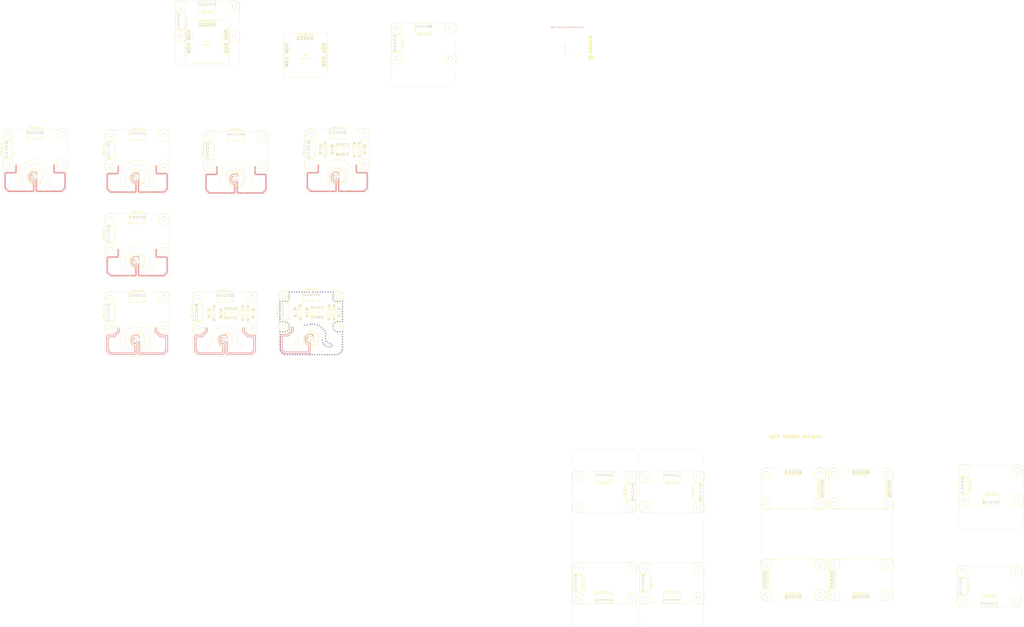
<source format=kicad_pcb>
(kicad_pcb (version 3) (host pcbnew "(22-Jun-2014 BZR 4027)-stable")
  (layers (15 F.Cu signal) (2 Inner2.Cu signal) (1 Inner1.Cu signal) (0 B.Cu signal) (18 B.Paste user) (19 F.Paste user) (20 B.SilkS user) (21 F.SilkS user) (22 B.Mask user) (23 F.Mask user) (28 Edge.Cuts user))
  (net 0 "")
  (net 1 +VH)
  (net 2 +VOP)
  (net 3 +VTOP)
  (net 4 +VZ)
  (net 5 -VH)
  (net 6 -VOP)
  (net 7 -VZ)
  (net 8 GND)
  (net 9 N-0000011)
  (module Via_016 (layer F.Cu) (at -173.99 237.49)
    (fp_text reference H*** hide)
    (fp_text value Val** hide)
    (pad ~ thru_hole oval (at 0 0) (size 0.8128 0.8128) (drill 0.4064) (layers *.Cu))
  )
  (module TO-46-PLASTIC (layer F.Cu) (at -150.495 265.43 90)
    (fp_text reference U1 (at -4.445 4.445 180) (layer F.SilkS) (effects (font (size 0.762 0.762) (thickness 0.1524))))
    (fp_text value LM399 (at 3.81 0 180) (layer F.SilkS) (effects (font (size 0.762 0.762) (thickness 0.1524))))
    (pad 1 thru_hole rect (at -1.27 -1.27 90) (size 1.4986 1.4986) (drill 1.016) (layers *.Cu *.Mask F.SilkS) (net 4 +VZ))
    (pad 3 thru_hole circle (at 1.27 1.27 90) (size 1.4986 1.4986) (drill 1.016) (layers *.Cu *.Mask F.SilkS) (net 1 +VH))
    (pad 4 thru_hole circle (at 1.27 -1.27 90) (size 1.4986 1.4986) (drill 1.016) (layers *.Cu *.Mask F.SilkS) (net 5 -VH))
    (pad 2 thru_hole circle (at -1.27 1.27 90) (size 1.4986 1.4986) (drill 1.016) (layers *.Cu *.Mask F.SilkS) (net 7 -VZ))
  )
  (module hole_M3_2 (layer F.Cu) (at -130.175 256.54)
    (fp_text reference H*** hide)
    (fp_text value Val** hide)
    (pad 1 thru_hole circle (at 0 0) (size 3.2 3.2) (drill 3.2) (layers *.Cu *.Mask F.SilkS))
  )
  (module 4455-N2-5 (layer F.Cu) (at -172.085 245.11 270)
    (fp_text reference 4455-N2-5 (at 0 3.81 270) (layer F.SilkS) (effects (font (size 1.016 1.016) (thickness 0.2032))))
    (fp_text value Val** hide)
    (pad 1 thru_hole rect (at -5.08 0 270) (size 1.524 1.524) (drill 1.016) (layers *.Cu *.Mask F.SilkS))
    (pad 2 thru_hole circle (at -2.54 0 270) (size 1.524 1.524) (drill 1.016) (layers *.Cu *.Mask F.SilkS))
    (pad 3 thru_hole circle (at 0 0 270) (size 1.524 1.524) (drill 1.016) (layers *.Cu *.Mask F.SilkS))
    (pad 4 thru_hole circle (at 2.54 0 270) (size 1.524 1.524) (drill 1.016) (layers *.Cu *.Mask F.SilkS))
    (pad 5 thru_hole circle (at 5.08 0 270) (size 1.524 1.524) (drill 1.016) (layers *.Cu *.Mask F.SilkS))
    (pad "" np_thru_hole circle (at -5.08 -3.81 270) (size 1.7526 1.7526) (drill 1.7526) (layers *.Cu *.Mask F.SilkS))
    (pad "" np_thru_hole circle (at -2.54 -3.81 270) (size 1.7526 1.7526) (drill 1.7526) (layers *.Cu *.Mask F.SilkS))
    (pad "" np_thru_hole circle (at 0 -3.81 270) (size 1.7526 1.7526) (drill 1.7526) (layers *.Cu *.Mask F.SilkS))
    (pad "" np_thru_hole circle (at 2.54 -3.81 270) (size 1.7526 1.7526) (drill 1.7526) (layers *.Cu *.Mask F.SilkS))
    (pad "" np_thru_hole circle (at 5.08 -3.81 270) (size 1.7526 1.7526) (drill 1.7526) (layers *.Cu *.Mask F.SilkS))
  )
  (module 4455-N2-5 (layer F.Cu) (at -150.495 232.41 180)
    (fp_text reference 4455-N2-5 (at 0 3.81 180) (layer F.SilkS) (effects (font (size 1.016 1.016) (thickness 0.2032))))
    (fp_text value Val** hide)
    (pad 1 thru_hole rect (at -5.08 0 180) (size 1.524 1.524) (drill 1.016) (layers *.Cu *.Mask F.SilkS))
    (pad 2 thru_hole circle (at -2.54 0 180) (size 1.524 1.524) (drill 1.016) (layers *.Cu *.Mask F.SilkS))
    (pad 3 thru_hole circle (at 0 0 180) (size 1.524 1.524) (drill 1.016) (layers *.Cu *.Mask F.SilkS))
    (pad 4 thru_hole circle (at 2.54 0 180) (size 1.524 1.524) (drill 1.016) (layers *.Cu *.Mask F.SilkS))
    (pad 5 thru_hole circle (at 5.08 0 180) (size 1.524 1.524) (drill 1.016) (layers *.Cu *.Mask F.SilkS))
    (pad "" np_thru_hole circle (at -5.08 -3.81 180) (size 1.7526 1.7526) (drill 1.7526) (layers *.Cu *.Mask F.SilkS))
    (pad "" np_thru_hole circle (at -2.54 -3.81 180) (size 1.7526 1.7526) (drill 1.7526) (layers *.Cu *.Mask F.SilkS))
    (pad "" np_thru_hole circle (at 0 -3.81 180) (size 1.7526 1.7526) (drill 1.7526) (layers *.Cu *.Mask F.SilkS))
    (pad "" np_thru_hole circle (at 2.54 -3.81 180) (size 1.7526 1.7526) (drill 1.7526) (layers *.Cu *.Mask F.SilkS))
    (pad "" np_thru_hole circle (at 5.08 -3.81 180) (size 1.7526 1.7526) (drill 1.7526) (layers *.Cu *.Mask F.SilkS))
  )
  (module hole_M3_2 (layer F.Cu) (at -170.815 233.68)
    (fp_text reference H*** hide)
    (fp_text value Val** hide)
    (pad 1 thru_hole circle (at 0 0) (size 3.2 3.2) (drill 3.2) (layers *.Cu *.Mask F.SilkS))
  )
  (module hole_M3_2 (layer F.Cu) (at -130.175 233.68)
    (fp_text reference H*** hide)
    (fp_text value Val** hide)
    (pad 1 thru_hole circle (at 0 0) (size 3.2 3.2) (drill 3.2) (layers *.Cu *.Mask F.SilkS))
  )
  (module hole_M3_2 (layer F.Cu) (at -170.815 256.54)
    (fp_text reference H*** hide)
    (fp_text value Val** hide)
    (pad 1 thru_hole circle (at 0 0) (size 3.2 3.2) (drill 3.2) (layers *.Cu *.Mask F.SilkS))
  )
  (module CERCAP_2_059A (layer F.Cu) (at -162.56 245.745 270)
    (fp_text reference C1 (at 0 -0.381 270) (layer F.SilkS) (effects (font (size 0.635 0.635) (thickness 0.127))))
    (fp_text value 0.1uF (at -3.81 -1.905 270) (layer F.SilkS) (effects (font (size 0.635 0.635) (thickness 0.127))))
    (pad 1 thru_hole circle (at -2.54 0 270) (size 1.4986 1.4986) (drill 0.8128) (layers *.Cu *.Mask F.SilkS) (net 1 +VH))
    (pad 2 thru_hole circle (at 2.54 0 270) (size 1.4986 1.4986) (drill 0.8128) (layers *.Cu *.Mask F.SilkS) (net 5 -VH))
  )
  (module CERCAP_2_059A (layer F.Cu) (at -153.67 245.745 270)
    (fp_text reference C2 (at 0 -0.381 270) (layer F.SilkS) (effects (font (size 0.635 0.635) (thickness 0.127))))
    (fp_text value 0.1uF (at 0 0.508 270) (layer F.SilkS) (effects (font (size 0.635 0.635) (thickness 0.127))))
    (pad 1 thru_hole circle (at -2.54 0 270) (size 1.4986 1.4986) (drill 0.8128) (layers *.Cu *.Mask F.SilkS) (net 2 +VOP))
    (pad 2 thru_hole circle (at 2.54 0 270) (size 1.4986 1.4986) (drill 0.8128) (layers *.Cu *.Mask F.SilkS) (net 6 -VOP))
  )
  (module CERCAP_2_059A (layer F.Cu) (at -129.54 245.745 270)
    (fp_text reference C3 (at 0 -0.381 270) (layer F.SilkS) (effects (font (size 0.635 0.635) (thickness 0.127))))
    (fp_text value 10nF (at -3.175 -1.905 270) (layer F.SilkS) (effects (font (size 0.635 0.635) (thickness 0.127))))
    (pad 1 thru_hole circle (at -2.54 0 270) (size 1.4986 1.4986) (drill 0.8128) (layers *.Cu *.Mask F.SilkS) (net 3 +VTOP))
    (pad 2 thru_hole circle (at 2.54 0 270) (size 1.4986 1.4986) (drill 0.8128) (layers *.Cu *.Mask F.SilkS) (net 9 N-0000011))
  )
  (module DIP8_059A_PL (layer F.Cu) (at -149.86 249.555)
    (fp_text reference U2 (at 0.635 -3.81 90) (layer F.SilkS) (effects (font (size 0.762 0.762) (thickness 0.1524))))
    (fp_text value OP07 (at 5.08 -3.81) (layer F.SilkS) (effects (font (size 0.762 0.762) (thickness 0.1524))))
    (pad 1 thru_hole rect (at 0 0) (size 1.4986 1.4986) (drill 0.8128) (layers *.Cu *.Mask F.SilkS))
    (pad 2 thru_hole oval (at 2.54 0) (size 1.4986 1.4986) (drill 0.8128) (layers *.Cu *.Mask F.SilkS) (net 9 N-0000011))
    (pad 3 thru_hole oval (at 5.08 0) (size 1.4986 1.4986) (drill 0.8128) (layers *.Cu *.Mask F.SilkS) (net 4 +VZ))
    (pad 4 thru_hole oval (at 7.62 0) (size 1.4986 1.4986) (drill 0.8128) (layers *.Cu *.Mask F.SilkS) (net 6 -VOP))
    (pad 5 thru_hole oval (at 7.62 -7.62) (size 1.4986 1.4986) (drill 0.8128) (layers *.Cu *.Mask F.SilkS))
    (pad 6 thru_hole oval (at 5.08 -7.62) (size 1.4986 1.4986) (drill 0.8128) (layers *.Cu *.Mask F.SilkS) (net 3 +VTOP))
    (pad 8 thru_hole oval (at 0 -7.62) (size 1.4986 1.4986) (drill 0.8128) (layers *.Cu *.Mask F.SilkS))
    (pad 7 thru_hole oval (at 2.54 -7.62) (size 1.4986 1.4986) (drill 0.8128) (layers *.Cu *.Mask F.SilkS) (net 2 +VOP))
  )
  (module R_AXIAL_0W25_059A_PL (layer F.Cu) (at -158.75 240.665 270)
    (fp_text reference R1 (at 3.048 0 270) (layer F.SilkS) (effects (font (size 0.762 0.762) (thickness 0.1524))))
    (fp_text value 1k (at 7.112 0 270) (layer F.SilkS) (effects (font (size 0.762 0.762) (thickness 0.1524))))
    (pad 1 thru_hole oval (at 0 0 270) (size 1.4986 1.4986) (drill 0.8128) (layers *.Cu *.Mask F.SilkS) (net 3 +VTOP))
    (pad 2 thru_hole oval (at 10.16 0 270) (size 1.4986 1.4986) (drill 0.8128) (layers *.Cu *.Mask F.SilkS) (net 4 +VZ))
  )
  (module R_AXIAL_0W25_059A_PL (layer F.Cu) (at -133.35 250.825 90)
    (fp_text reference R3 (at 3.048 0 90) (layer F.SilkS) (effects (font (size 0.762 0.762) (thickness 0.1524))))
    (fp_text value 6k8 (at 7.112 0 90) (layer F.SilkS) (effects (font (size 0.762 0.762) (thickness 0.1524))))
    (pad 1 thru_hole oval (at 0 0 90) (size 1.4986 1.4986) (drill 0.8128) (layers *.Cu *.Mask F.SilkS) (net 9 N-0000011))
    (pad 2 thru_hole oval (at 10.16 0 90) (size 1.4986 1.4986) (drill 0.8128) (layers *.Cu *.Mask F.SilkS) (net 8 GND))
  )
  (module R_AXIAL_0W25_059A_PL (layer F.Cu) (at -137.16 240.665 270)
    (fp_text reference R2 (at 3.048 0 270) (layer F.SilkS) (effects (font (size 0.762 0.762) (thickness 0.1524))))
    (fp_text value 1k (at 7.112 0 270) (layer F.SilkS) (effects (font (size 0.762 0.762) (thickness 0.1524))))
    (pad 1 thru_hole oval (at 0 0 270) (size 1.4986 1.4986) (drill 0.8128) (layers *.Cu *.Mask F.SilkS) (net 3 +VTOP))
    (pad 2 thru_hole oval (at 10.16 0 270) (size 1.4986 1.4986) (drill 0.8128) (layers *.Cu *.Mask F.SilkS) (net 9 N-0000011))
  )
  (module R_AXIAL_0W25_059A_PL (layer F.Cu) (at -201.93 241.3 270)
    (fp_text reference R2 (at 3.048 0 270) (layer F.SilkS) (effects (font (size 0.762 0.762) (thickness 0.1524))))
    (fp_text value 1k (at 7.112 0 270) (layer F.SilkS) (effects (font (size 0.762 0.762) (thickness 0.1524))))
    (pad 1 thru_hole oval (at 0 0 270) (size 1.4986 1.4986) (drill 0.8128) (layers *.Cu *.Mask F.SilkS) (net 3 +VTOP))
    (pad 2 thru_hole oval (at 10.16 0 270) (size 1.4986 1.4986) (drill 0.8128) (layers *.Cu *.Mask F.SilkS) (net 9 N-0000011))
  )
  (module R_AXIAL_0W25_059A_PL (layer F.Cu) (at -198.12 251.46 90)
    (fp_text reference R3 (at 3.048 0 90) (layer F.SilkS) (effects (font (size 0.762 0.762) (thickness 0.1524))))
    (fp_text value 6k8 (at 7.112 0 90) (layer F.SilkS) (effects (font (size 0.762 0.762) (thickness 0.1524))))
    (pad 1 thru_hole oval (at 0 0 90) (size 1.4986 1.4986) (drill 0.8128) (layers *.Cu *.Mask F.SilkS) (net 9 N-0000011))
    (pad 2 thru_hole oval (at 10.16 0 90) (size 1.4986 1.4986) (drill 0.8128) (layers *.Cu *.Mask F.SilkS) (net 8 GND))
  )
  (module R_AXIAL_0W25_059A_PL (layer F.Cu) (at -223.52 241.3 270)
    (fp_text reference R1 (at 3.048 0 270) (layer F.SilkS) (effects (font (size 0.762 0.762) (thickness 0.1524))))
    (fp_text value 1k (at 7.112 0 270) (layer F.SilkS) (effects (font (size 0.762 0.762) (thickness 0.1524))))
    (pad 1 thru_hole oval (at 0 0 270) (size 1.4986 1.4986) (drill 0.8128) (layers *.Cu *.Mask F.SilkS) (net 3 +VTOP))
    (pad 2 thru_hole oval (at 10.16 0 270) (size 1.4986 1.4986) (drill 0.8128) (layers *.Cu *.Mask F.SilkS) (net 4 +VZ))
  )
  (module DIP8_059A_PL (layer F.Cu) (at -214.63 250.19)
    (fp_text reference U2 (at 0.635 -3.81 90) (layer F.SilkS) (effects (font (size 0.762 0.762) (thickness 0.1524))))
    (fp_text value OP07 (at 5.08 -3.81) (layer F.SilkS) (effects (font (size 0.762 0.762) (thickness 0.1524))))
    (pad 1 thru_hole rect (at 0 0) (size 1.4986 1.4986) (drill 0.8128) (layers *.Cu *.Mask F.SilkS))
    (pad 2 thru_hole oval (at 2.54 0) (size 1.4986 1.4986) (drill 0.8128) (layers *.Cu *.Mask F.SilkS) (net 9 N-0000011))
    (pad 3 thru_hole oval (at 5.08 0) (size 1.4986 1.4986) (drill 0.8128) (layers *.Cu *.Mask F.SilkS) (net 4 +VZ))
    (pad 4 thru_hole oval (at 7.62 0) (size 1.4986 1.4986) (drill 0.8128) (layers *.Cu *.Mask F.SilkS) (net 6 -VOP))
    (pad 5 thru_hole oval (at 7.62 -7.62) (size 1.4986 1.4986) (drill 0.8128) (layers *.Cu *.Mask F.SilkS))
    (pad 6 thru_hole oval (at 5.08 -7.62) (size 1.4986 1.4986) (drill 0.8128) (layers *.Cu *.Mask F.SilkS) (net 3 +VTOP))
    (pad 8 thru_hole oval (at 0 -7.62) (size 1.4986 1.4986) (drill 0.8128) (layers *.Cu *.Mask F.SilkS))
    (pad 7 thru_hole oval (at 2.54 -7.62) (size 1.4986 1.4986) (drill 0.8128) (layers *.Cu *.Mask F.SilkS) (net 2 +VOP))
  )
  (module CERCAP_2_059A (layer F.Cu) (at -194.31 246.38 270)
    (fp_text reference C3 (at 0 -0.381 270) (layer F.SilkS) (effects (font (size 0.635 0.635) (thickness 0.127))))
    (fp_text value 10nF (at -3.175 -1.905 270) (layer F.SilkS) (effects (font (size 0.635 0.635) (thickness 0.127))))
    (pad 1 thru_hole circle (at -2.54 0 270) (size 1.4986 1.4986) (drill 0.8128) (layers *.Cu *.Mask F.SilkS) (net 3 +VTOP))
    (pad 2 thru_hole circle (at 2.54 0 270) (size 1.4986 1.4986) (drill 0.8128) (layers *.Cu *.Mask F.SilkS) (net 9 N-0000011))
  )
  (module CERCAP_2_059A (layer F.Cu) (at -218.44 246.38 270)
    (fp_text reference C2 (at 0 -0.381 270) (layer F.SilkS) (effects (font (size 0.635 0.635) (thickness 0.127))))
    (fp_text value 0.1uF (at 0 0.508 270) (layer F.SilkS) (effects (font (size 0.635 0.635) (thickness 0.127))))
    (pad 1 thru_hole circle (at -2.54 0 270) (size 1.4986 1.4986) (drill 0.8128) (layers *.Cu *.Mask F.SilkS) (net 2 +VOP))
    (pad 2 thru_hole circle (at 2.54 0 270) (size 1.4986 1.4986) (drill 0.8128) (layers *.Cu *.Mask F.SilkS) (net 6 -VOP))
  )
  (module CERCAP_2_059A (layer F.Cu) (at -227.33 246.38 270)
    (fp_text reference C1 (at 0 -0.381 270) (layer F.SilkS) (effects (font (size 0.635 0.635) (thickness 0.127))))
    (fp_text value 0.1uF (at -3.81 -1.905 270) (layer F.SilkS) (effects (font (size 0.635 0.635) (thickness 0.127))))
    (pad 1 thru_hole circle (at -2.54 0 270) (size 1.4986 1.4986) (drill 0.8128) (layers *.Cu *.Mask F.SilkS) (net 1 +VH))
    (pad 2 thru_hole circle (at 2.54 0 270) (size 1.4986 1.4986) (drill 0.8128) (layers *.Cu *.Mask F.SilkS) (net 5 -VH))
  )
  (module hole_M3_2 (layer F.Cu) (at -235.585 257.175)
    (fp_text reference H*** hide)
    (fp_text value Val** hide)
    (pad 1 thru_hole circle (at 0 0) (size 3.2 3.2) (drill 3.2) (layers *.Cu *.Mask F.SilkS))
  )
  (module hole_M3_2 (layer F.Cu) (at -194.945 234.315)
    (fp_text reference H*** hide)
    (fp_text value Val** hide)
    (pad 1 thru_hole circle (at 0 0) (size 3.2 3.2) (drill 3.2) (layers *.Cu *.Mask F.SilkS))
  )
  (module hole_M3_2 (layer F.Cu) (at -235.585 234.315)
    (fp_text reference H*** hide)
    (fp_text value Val** hide)
    (pad 1 thru_hole circle (at 0 0) (size 3.2 3.2) (drill 3.2) (layers *.Cu *.Mask F.SilkS))
  )
  (module 4455-N2-5 (layer F.Cu) (at -215.265 233.045 180)
    (fp_text reference 4455-N2-5 (at 0 3.81 180) (layer F.SilkS) (effects (font (size 1.016 1.016) (thickness 0.2032))))
    (fp_text value Val** hide)
    (pad 1 thru_hole rect (at -5.08 0 180) (size 1.524 1.524) (drill 1.016) (layers *.Cu *.Mask F.SilkS))
    (pad 2 thru_hole circle (at -2.54 0 180) (size 1.524 1.524) (drill 1.016) (layers *.Cu *.Mask F.SilkS))
    (pad 3 thru_hole circle (at 0 0 180) (size 1.524 1.524) (drill 1.016) (layers *.Cu *.Mask F.SilkS))
    (pad 4 thru_hole circle (at 2.54 0 180) (size 1.524 1.524) (drill 1.016) (layers *.Cu *.Mask F.SilkS))
    (pad 5 thru_hole circle (at 5.08 0 180) (size 1.524 1.524) (drill 1.016) (layers *.Cu *.Mask F.SilkS))
    (pad "" np_thru_hole circle (at -5.08 -3.81 180) (size 1.7526 1.7526) (drill 1.7526) (layers *.Cu *.Mask F.SilkS))
    (pad "" np_thru_hole circle (at -2.54 -3.81 180) (size 1.7526 1.7526) (drill 1.7526) (layers *.Cu *.Mask F.SilkS))
    (pad "" np_thru_hole circle (at 0 -3.81 180) (size 1.7526 1.7526) (drill 1.7526) (layers *.Cu *.Mask F.SilkS))
    (pad "" np_thru_hole circle (at 2.54 -3.81 180) (size 1.7526 1.7526) (drill 1.7526) (layers *.Cu *.Mask F.SilkS))
    (pad "" np_thru_hole circle (at 5.08 -3.81 180) (size 1.7526 1.7526) (drill 1.7526) (layers *.Cu *.Mask F.SilkS))
  )
  (module 4455-N2-5 (layer F.Cu) (at -236.855 245.745 270)
    (fp_text reference 4455-N2-5 (at 0 3.81 270) (layer F.SilkS) (effects (font (size 1.016 1.016) (thickness 0.2032))))
    (fp_text value Val** hide)
    (pad 1 thru_hole rect (at -5.08 0 270) (size 1.524 1.524) (drill 1.016) (layers *.Cu *.Mask F.SilkS))
    (pad 2 thru_hole circle (at -2.54 0 270) (size 1.524 1.524) (drill 1.016) (layers *.Cu *.Mask F.SilkS))
    (pad 3 thru_hole circle (at 0 0 270) (size 1.524 1.524) (drill 1.016) (layers *.Cu *.Mask F.SilkS))
    (pad 4 thru_hole circle (at 2.54 0 270) (size 1.524 1.524) (drill 1.016) (layers *.Cu *.Mask F.SilkS))
    (pad 5 thru_hole circle (at 5.08 0 270) (size 1.524 1.524) (drill 1.016) (layers *.Cu *.Mask F.SilkS))
    (pad "" np_thru_hole circle (at -5.08 -3.81 270) (size 1.7526 1.7526) (drill 1.7526) (layers *.Cu *.Mask F.SilkS))
    (pad "" np_thru_hole circle (at -2.54 -3.81 270) (size 1.7526 1.7526) (drill 1.7526) (layers *.Cu *.Mask F.SilkS))
    (pad "" np_thru_hole circle (at 0 -3.81 270) (size 1.7526 1.7526) (drill 1.7526) (layers *.Cu *.Mask F.SilkS))
    (pad "" np_thru_hole circle (at 2.54 -3.81 270) (size 1.7526 1.7526) (drill 1.7526) (layers *.Cu *.Mask F.SilkS))
    (pad "" np_thru_hole circle (at 5.08 -3.81 270) (size 1.7526 1.7526) (drill 1.7526) (layers *.Cu *.Mask F.SilkS))
  )
  (module hole_M3_2 (layer F.Cu) (at -194.945 257.175)
    (fp_text reference H*** hide)
    (fp_text value Val** hide)
    (pad 1 thru_hole circle (at 0 0) (size 3.2 3.2) (drill 3.2) (layers *.Cu *.Mask F.SilkS))
  )
  (module TO-46-PLASTIC (layer F.Cu) (at -215.265 266.065 90)
    (fp_text reference U1 (at -4.445 4.445 180) (layer F.SilkS) (effects (font (size 0.762 0.762) (thickness 0.1524))))
    (fp_text value LM399 (at 3.81 0 180) (layer F.SilkS) (effects (font (size 0.762 0.762) (thickness 0.1524))))
    (pad 1 thru_hole rect (at -1.27 -1.27 90) (size 1.4986 1.4986) (drill 1.016) (layers *.Cu *.Mask F.SilkS) (net 4 +VZ))
    (pad 3 thru_hole circle (at 1.27 1.27 90) (size 1.4986 1.4986) (drill 1.016) (layers *.Cu *.Mask F.SilkS) (net 1 +VH))
    (pad 4 thru_hole circle (at 1.27 -1.27 90) (size 1.4986 1.4986) (drill 1.016) (layers *.Cu *.Mask F.SilkS) (net 5 -VH))
    (pad 2 thru_hole circle (at -1.27 1.27 90) (size 1.4986 1.4986) (drill 1.016) (layers *.Cu *.Mask F.SilkS) (net 7 -VZ))
  )
  (module TO-46-PLASTIC (layer F.Cu) (at -281.305 266.065 90)
    (fp_text reference U1 (at -4.445 4.445 180) (layer F.SilkS) (effects (font (size 0.762 0.762) (thickness 0.1524))))
    (fp_text value LM399 (at 3.81 0 180) (layer F.SilkS) (effects (font (size 0.762 0.762) (thickness 0.1524))))
    (pad 1 thru_hole rect (at -1.27 -1.27 90) (size 1.4986 1.4986) (drill 1.016) (layers *.Cu *.Mask F.SilkS) (net 4 +VZ))
    (pad 3 thru_hole circle (at 1.27 1.27 90) (size 1.4986 1.4986) (drill 1.016) (layers *.Cu *.Mask F.SilkS) (net 1 +VH))
    (pad 4 thru_hole circle (at 1.27 -1.27 90) (size 1.4986 1.4986) (drill 1.016) (layers *.Cu *.Mask F.SilkS) (net 5 -VH))
    (pad 2 thru_hole circle (at -1.27 1.27 90) (size 1.4986 1.4986) (drill 1.016) (layers *.Cu *.Mask F.SilkS) (net 7 -VZ))
  )
  (module hole_M3_2 (layer F.Cu) (at -260.985 257.175)
    (fp_text reference H*** hide)
    (fp_text value Val** hide)
    (pad 1 thru_hole circle (at 0 0) (size 3.2 3.2) (drill 3.2) (layers *.Cu *.Mask F.SilkS))
  )
  (module 4455-N2-5 (layer F.Cu) (at -302.895 245.745 270)
    (fp_text reference 4455-N2-5 (at 0 3.81 270) (layer F.SilkS) (effects (font (size 1.016 1.016) (thickness 0.2032))))
    (fp_text value Val** hide)
    (pad 1 thru_hole rect (at -5.08 0 270) (size 1.524 1.524) (drill 1.016) (layers *.Cu *.Mask F.SilkS))
    (pad 2 thru_hole circle (at -2.54 0 270) (size 1.524 1.524) (drill 1.016) (layers *.Cu *.Mask F.SilkS))
    (pad 3 thru_hole circle (at 0 0 270) (size 1.524 1.524) (drill 1.016) (layers *.Cu *.Mask F.SilkS))
    (pad 4 thru_hole circle (at 2.54 0 270) (size 1.524 1.524) (drill 1.016) (layers *.Cu *.Mask F.SilkS))
    (pad 5 thru_hole circle (at 5.08 0 270) (size 1.524 1.524) (drill 1.016) (layers *.Cu *.Mask F.SilkS))
    (pad "" np_thru_hole circle (at -5.08 -3.81 270) (size 1.7526 1.7526) (drill 1.7526) (layers *.Cu *.Mask F.SilkS))
    (pad "" np_thru_hole circle (at -2.54 -3.81 270) (size 1.7526 1.7526) (drill 1.7526) (layers *.Cu *.Mask F.SilkS))
    (pad "" np_thru_hole circle (at 0 -3.81 270) (size 1.7526 1.7526) (drill 1.7526) (layers *.Cu *.Mask F.SilkS))
    (pad "" np_thru_hole circle (at 2.54 -3.81 270) (size 1.7526 1.7526) (drill 1.7526) (layers *.Cu *.Mask F.SilkS))
    (pad "" np_thru_hole circle (at 5.08 -3.81 270) (size 1.7526 1.7526) (drill 1.7526) (layers *.Cu *.Mask F.SilkS))
  )
  (module 4455-N2-5 (layer F.Cu) (at -281.305 233.045 180)
    (fp_text reference 4455-N2-5 (at 0 3.81 180) (layer F.SilkS) (effects (font (size 1.016 1.016) (thickness 0.2032))))
    (fp_text value Val** hide)
    (pad 1 thru_hole rect (at -5.08 0 180) (size 1.524 1.524) (drill 1.016) (layers *.Cu *.Mask F.SilkS))
    (pad 2 thru_hole circle (at -2.54 0 180) (size 1.524 1.524) (drill 1.016) (layers *.Cu *.Mask F.SilkS))
    (pad 3 thru_hole circle (at 0 0 180) (size 1.524 1.524) (drill 1.016) (layers *.Cu *.Mask F.SilkS))
    (pad 4 thru_hole circle (at 2.54 0 180) (size 1.524 1.524) (drill 1.016) (layers *.Cu *.Mask F.SilkS))
    (pad 5 thru_hole circle (at 5.08 0 180) (size 1.524 1.524) (drill 1.016) (layers *.Cu *.Mask F.SilkS))
    (pad "" np_thru_hole circle (at -5.08 -3.81 180) (size 1.7526 1.7526) (drill 1.7526) (layers *.Cu *.Mask F.SilkS))
    (pad "" np_thru_hole circle (at -2.54 -3.81 180) (size 1.7526 1.7526) (drill 1.7526) (layers *.Cu *.Mask F.SilkS))
    (pad "" np_thru_hole circle (at 0 -3.81 180) (size 1.7526 1.7526) (drill 1.7526) (layers *.Cu *.Mask F.SilkS))
    (pad "" np_thru_hole circle (at 2.54 -3.81 180) (size 1.7526 1.7526) (drill 1.7526) (layers *.Cu *.Mask F.SilkS))
    (pad "" np_thru_hole circle (at 5.08 -3.81 180) (size 1.7526 1.7526) (drill 1.7526) (layers *.Cu *.Mask F.SilkS))
  )
  (module hole_M3_2 (layer F.Cu) (at -301.625 234.315)
    (fp_text reference H*** hide)
    (fp_text value Val** hide)
    (pad 1 thru_hole circle (at 0 0) (size 3.2 3.2) (drill 3.2) (layers *.Cu *.Mask F.SilkS))
  )
  (module hole_M3_2 (layer F.Cu) (at -260.985 234.315)
    (fp_text reference H*** hide)
    (fp_text value Val** hide)
    (pad 1 thru_hole circle (at 0 0) (size 3.2 3.2) (drill 3.2) (layers *.Cu *.Mask F.SilkS))
  )
  (module hole_M3_2 (layer F.Cu) (at -301.625 257.175)
    (fp_text reference H*** hide)
    (fp_text value Val** hide)
    (pad 1 thru_hole circle (at 0 0) (size 3.2 3.2) (drill 3.2) (layers *.Cu *.Mask F.SilkS))
  )
  (module hole_M3_2 (layer F.Cu) (at -301.625 198.12)
    (fp_text reference H*** hide)
    (fp_text value Val** hide)
    (pad 1 thru_hole circle (at 0 0) (size 3.2 3.2) (drill 3.2) (layers *.Cu *.Mask F.SilkS))
  )
  (module hole_M3_2 (layer F.Cu) (at -260.985 175.26)
    (fp_text reference H*** hide)
    (fp_text value Val** hide)
    (pad 1 thru_hole circle (at 0 0) (size 3.2 3.2) (drill 3.2) (layers *.Cu *.Mask F.SilkS))
  )
  (module hole_M3_2 (layer F.Cu) (at -301.625 175.26)
    (fp_text reference H*** hide)
    (fp_text value Val** hide)
    (pad 1 thru_hole circle (at 0 0) (size 3.2 3.2) (drill 3.2) (layers *.Cu *.Mask F.SilkS))
  )
  (module 4455-N2-5 (layer F.Cu) (at -281.305 173.99 180)
    (fp_text reference 4455-N2-5 (at 0 3.81 180) (layer F.SilkS) (effects (font (size 1.016 1.016) (thickness 0.2032))))
    (fp_text value Val** hide)
    (pad 1 thru_hole rect (at -5.08 0 180) (size 1.524 1.524) (drill 1.016) (layers *.Cu *.Mask F.SilkS))
    (pad 2 thru_hole circle (at -2.54 0 180) (size 1.524 1.524) (drill 1.016) (layers *.Cu *.Mask F.SilkS))
    (pad 3 thru_hole circle (at 0 0 180) (size 1.524 1.524) (drill 1.016) (layers *.Cu *.Mask F.SilkS))
    (pad 4 thru_hole circle (at 2.54 0 180) (size 1.524 1.524) (drill 1.016) (layers *.Cu *.Mask F.SilkS))
    (pad 5 thru_hole circle (at 5.08 0 180) (size 1.524 1.524) (drill 1.016) (layers *.Cu *.Mask F.SilkS))
    (pad "" np_thru_hole circle (at -5.08 -3.81 180) (size 1.7526 1.7526) (drill 1.7526) (layers *.Cu *.Mask F.SilkS))
    (pad "" np_thru_hole circle (at -2.54 -3.81 180) (size 1.7526 1.7526) (drill 1.7526) (layers *.Cu *.Mask F.SilkS))
    (pad "" np_thru_hole circle (at 0 -3.81 180) (size 1.7526 1.7526) (drill 1.7526) (layers *.Cu *.Mask F.SilkS))
    (pad "" np_thru_hole circle (at 2.54 -3.81 180) (size 1.7526 1.7526) (drill 1.7526) (layers *.Cu *.Mask F.SilkS))
    (pad "" np_thru_hole circle (at 5.08 -3.81 180) (size 1.7526 1.7526) (drill 1.7526) (layers *.Cu *.Mask F.SilkS))
  )
  (module 4455-N2-5 (layer F.Cu) (at -302.895 186.69 270)
    (fp_text reference 4455-N2-5 (at 0 3.81 270) (layer F.SilkS) (effects (font (size 1.016 1.016) (thickness 0.2032))))
    (fp_text value Val** hide)
    (pad 1 thru_hole rect (at -5.08 0 270) (size 1.524 1.524) (drill 1.016) (layers *.Cu *.Mask F.SilkS))
    (pad 2 thru_hole circle (at -2.54 0 270) (size 1.524 1.524) (drill 1.016) (layers *.Cu *.Mask F.SilkS))
    (pad 3 thru_hole circle (at 0 0 270) (size 1.524 1.524) (drill 1.016) (layers *.Cu *.Mask F.SilkS))
    (pad 4 thru_hole circle (at 2.54 0 270) (size 1.524 1.524) (drill 1.016) (layers *.Cu *.Mask F.SilkS))
    (pad 5 thru_hole circle (at 5.08 0 270) (size 1.524 1.524) (drill 1.016) (layers *.Cu *.Mask F.SilkS))
    (pad "" np_thru_hole circle (at -5.08 -3.81 270) (size 1.7526 1.7526) (drill 1.7526) (layers *.Cu *.Mask F.SilkS))
    (pad "" np_thru_hole circle (at -2.54 -3.81 270) (size 1.7526 1.7526) (drill 1.7526) (layers *.Cu *.Mask F.SilkS))
    (pad "" np_thru_hole circle (at 0 -3.81 270) (size 1.7526 1.7526) (drill 1.7526) (layers *.Cu *.Mask F.SilkS))
    (pad "" np_thru_hole circle (at 2.54 -3.81 270) (size 1.7526 1.7526) (drill 1.7526) (layers *.Cu *.Mask F.SilkS))
    (pad "" np_thru_hole circle (at 5.08 -3.81 270) (size 1.7526 1.7526) (drill 1.7526) (layers *.Cu *.Mask F.SilkS))
  )
  (module hole_M3_2 (layer F.Cu) (at -260.985 198.12)
    (fp_text reference H*** hide)
    (fp_text value Val** hide)
    (pad 1 thru_hole circle (at 0 0) (size 3.2 3.2) (drill 3.2) (layers *.Cu *.Mask F.SilkS))
  )
  (module TO-46-PLASTIC (layer F.Cu) (at -281.305 207.01 90)
    (fp_text reference U1 (at -4.445 4.445 180) (layer F.SilkS) (effects (font (size 0.762 0.762) (thickness 0.1524))))
    (fp_text value LM399 (at 3.81 0 180) (layer F.SilkS) (effects (font (size 0.762 0.762) (thickness 0.1524))))
    (pad 1 thru_hole rect (at -1.27 -1.27 90) (size 1.4986 1.4986) (drill 1.016) (layers *.Cu *.Mask F.SilkS) (net 4 +VZ))
    (pad 3 thru_hole circle (at 1.27 1.27 90) (size 1.4986 1.4986) (drill 1.016) (layers *.Cu *.Mask F.SilkS) (net 1 +VH))
    (pad 4 thru_hole circle (at 1.27 -1.27 90) (size 1.4986 1.4986) (drill 1.016) (layers *.Cu *.Mask F.SilkS) (net 5 -VH))
    (pad 2 thru_hole circle (at -1.27 1.27 90) (size 1.4986 1.4986) (drill 1.016) (layers *.Cu *.Mask F.SilkS) (net 7 -VZ))
  )
  (module TO-46-PLASTIC (layer F.Cu) (at -281.305 144.145 90)
    (fp_text reference U1 (at -4.445 4.445 180) (layer F.SilkS) (effects (font (size 0.762 0.762) (thickness 0.1524))))
    (fp_text value LM399 (at 3.81 0 180) (layer F.SilkS) (effects (font (size 0.762 0.762) (thickness 0.1524))))
    (pad 1 thru_hole rect (at -1.27 -1.27 90) (size 1.4986 1.4986) (drill 1.016) (layers *.Cu *.Mask F.SilkS) (net 4 +VZ))
    (pad 3 thru_hole circle (at 1.27 1.27 90) (size 1.4986 1.4986) (drill 1.016) (layers *.Cu *.Mask F.SilkS) (net 1 +VH))
    (pad 4 thru_hole circle (at 1.27 -1.27 90) (size 1.4986 1.4986) (drill 1.016) (layers *.Cu *.Mask F.SilkS) (net 5 -VH))
    (pad 2 thru_hole circle (at -1.27 1.27 90) (size 1.4986 1.4986) (drill 1.016) (layers *.Cu *.Mask F.SilkS) (net 7 -VZ))
  )
  (module hole_M3_2 (layer F.Cu) (at -260.985 135.255)
    (fp_text reference H*** hide)
    (fp_text value Val** hide)
    (pad 1 thru_hole circle (at 0 0) (size 3.2 3.2) (drill 3.2) (layers *.Cu *.Mask F.SilkS))
  )
  (module 4455-N2-5 (layer F.Cu) (at -302.895 123.825 270)
    (fp_text reference 4455-N2-5 (at 0 3.81 270) (layer F.SilkS) (effects (font (size 1.016 1.016) (thickness 0.2032))))
    (fp_text value Val** hide)
    (pad 1 thru_hole rect (at -5.08 0 270) (size 1.524 1.524) (drill 1.016) (layers *.Cu *.Mask F.SilkS))
    (pad 2 thru_hole circle (at -2.54 0 270) (size 1.524 1.524) (drill 1.016) (layers *.Cu *.Mask F.SilkS))
    (pad 3 thru_hole circle (at 0 0 270) (size 1.524 1.524) (drill 1.016) (layers *.Cu *.Mask F.SilkS))
    (pad 4 thru_hole circle (at 2.54 0 270) (size 1.524 1.524) (drill 1.016) (layers *.Cu *.Mask F.SilkS))
    (pad 5 thru_hole circle (at 5.08 0 270) (size 1.524 1.524) (drill 1.016) (layers *.Cu *.Mask F.SilkS))
    (pad "" np_thru_hole circle (at -5.08 -3.81 270) (size 1.7526 1.7526) (drill 1.7526) (layers *.Cu *.Mask F.SilkS))
    (pad "" np_thru_hole circle (at -2.54 -3.81 270) (size 1.7526 1.7526) (drill 1.7526) (layers *.Cu *.Mask F.SilkS))
    (pad "" np_thru_hole circle (at 0 -3.81 270) (size 1.7526 1.7526) (drill 1.7526) (layers *.Cu *.Mask F.SilkS))
    (pad "" np_thru_hole circle (at 2.54 -3.81 270) (size 1.7526 1.7526) (drill 1.7526) (layers *.Cu *.Mask F.SilkS))
    (pad "" np_thru_hole circle (at 5.08 -3.81 270) (size 1.7526 1.7526) (drill 1.7526) (layers *.Cu *.Mask F.SilkS))
  )
  (module 4455-N2-5 (layer F.Cu) (at -281.305 111.125 180)
    (fp_text reference 4455-N2-5 (at 0 3.81 180) (layer F.SilkS) (effects (font (size 1.016 1.016) (thickness 0.2032))))
    (fp_text value Val** hide)
    (pad 1 thru_hole rect (at -5.08 0 180) (size 1.524 1.524) (drill 1.016) (layers *.Cu *.Mask F.SilkS))
    (pad 2 thru_hole circle (at -2.54 0 180) (size 1.524 1.524) (drill 1.016) (layers *.Cu *.Mask F.SilkS))
    (pad 3 thru_hole circle (at 0 0 180) (size 1.524 1.524) (drill 1.016) (layers *.Cu *.Mask F.SilkS))
    (pad 4 thru_hole circle (at 2.54 0 180) (size 1.524 1.524) (drill 1.016) (layers *.Cu *.Mask F.SilkS))
    (pad 5 thru_hole circle (at 5.08 0 180) (size 1.524 1.524) (drill 1.016) (layers *.Cu *.Mask F.SilkS))
    (pad "" np_thru_hole circle (at -5.08 -3.81 180) (size 1.7526 1.7526) (drill 1.7526) (layers *.Cu *.Mask F.SilkS))
    (pad "" np_thru_hole circle (at -2.54 -3.81 180) (size 1.7526 1.7526) (drill 1.7526) (layers *.Cu *.Mask F.SilkS))
    (pad "" np_thru_hole circle (at 0 -3.81 180) (size 1.7526 1.7526) (drill 1.7526) (layers *.Cu *.Mask F.SilkS))
    (pad "" np_thru_hole circle (at 2.54 -3.81 180) (size 1.7526 1.7526) (drill 1.7526) (layers *.Cu *.Mask F.SilkS))
    (pad "" np_thru_hole circle (at 5.08 -3.81 180) (size 1.7526 1.7526) (drill 1.7526) (layers *.Cu *.Mask F.SilkS))
  )
  (module hole_M3_2 (layer F.Cu) (at -301.625 112.395)
    (fp_text reference H*** hide)
    (fp_text value Val** hide)
    (pad 1 thru_hole circle (at 0 0) (size 3.2 3.2) (drill 3.2) (layers *.Cu *.Mask F.SilkS))
  )
  (module hole_M3_2 (layer F.Cu) (at -260.985 112.395)
    (fp_text reference H*** hide)
    (fp_text value Val** hide)
    (pad 1 thru_hole circle (at 0 0) (size 3.2 3.2) (drill 3.2) (layers *.Cu *.Mask F.SilkS))
  )
  (module hole_M3_2 (layer F.Cu) (at -301.625 135.255)
    (fp_text reference H*** hide)
    (fp_text value Val** hide)
    (pad 1 thru_hole circle (at 0 0) (size 3.2 3.2) (drill 3.2) (layers *.Cu *.Mask F.SilkS))
  )
  (module CERCAP_2_059A (layer F.Cu) (at -143.51 123.19 270)
    (fp_text reference C1 (at 0 -0.381 270) (layer F.SilkS) (effects (font (size 0.635 0.635) (thickness 0.127))))
    (fp_text value 0.1uF (at -3.81 -1.905 270) (layer F.SilkS) (effects (font (size 0.635 0.635) (thickness 0.127))))
    (pad 1 thru_hole circle (at -2.54 0 270) (size 1.4986 1.4986) (drill 0.8128) (layers *.Cu *.Mask F.SilkS) (net 1 +VH))
    (pad 2 thru_hole circle (at 2.54 0 270) (size 1.4986 1.4986) (drill 0.8128) (layers *.Cu *.Mask F.SilkS) (net 5 -VH))
  )
  (module CERCAP_2_059A (layer F.Cu) (at -134.62 123.19 270)
    (fp_text reference C2 (at 0 -0.381 270) (layer F.SilkS) (effects (font (size 0.635 0.635) (thickness 0.127))))
    (fp_text value 0.1uF (at 0 0.508 270) (layer F.SilkS) (effects (font (size 0.635 0.635) (thickness 0.127))))
    (pad 1 thru_hole circle (at -2.54 0 270) (size 1.4986 1.4986) (drill 0.8128) (layers *.Cu *.Mask F.SilkS) (net 2 +VOP))
    (pad 2 thru_hole circle (at 2.54 0 270) (size 1.4986 1.4986) (drill 0.8128) (layers *.Cu *.Mask F.SilkS) (net 6 -VOP))
  )
  (module CERCAP_2_059A (layer F.Cu) (at -110.49 123.19 270)
    (fp_text reference C3 (at 0 -0.381 270) (layer F.SilkS) (effects (font (size 0.635 0.635) (thickness 0.127))))
    (fp_text value 10nF (at -3.175 -1.905 270) (layer F.SilkS) (effects (font (size 0.635 0.635) (thickness 0.127))))
    (pad 1 thru_hole circle (at -2.54 0 270) (size 1.4986 1.4986) (drill 0.8128) (layers *.Cu *.Mask F.SilkS) (net 3 +VTOP))
    (pad 2 thru_hole circle (at 2.54 0 270) (size 1.4986 1.4986) (drill 0.8128) (layers *.Cu *.Mask F.SilkS) (net 9 N-0000011))
  )
  (module DIP8_059A_PL (layer F.Cu) (at -130.81 127)
    (fp_text reference U2 (at 0.635 -3.81 90) (layer F.SilkS) (effects (font (size 0.762 0.762) (thickness 0.1524))))
    (fp_text value OP07 (at 5.08 -3.81) (layer F.SilkS) (effects (font (size 0.762 0.762) (thickness 0.1524))))
    (pad 1 thru_hole rect (at 0 0) (size 1.4986 1.4986) (drill 0.8128) (layers *.Cu *.Mask F.SilkS))
    (pad 2 thru_hole oval (at 2.54 0) (size 1.4986 1.4986) (drill 0.8128) (layers *.Cu *.Mask F.SilkS) (net 9 N-0000011))
    (pad 3 thru_hole oval (at 5.08 0) (size 1.4986 1.4986) (drill 0.8128) (layers *.Cu *.Mask F.SilkS) (net 4 +VZ))
    (pad 4 thru_hole oval (at 7.62 0) (size 1.4986 1.4986) (drill 0.8128) (layers *.Cu *.Mask F.SilkS) (net 6 -VOP))
    (pad 5 thru_hole oval (at 7.62 -7.62) (size 1.4986 1.4986) (drill 0.8128) (layers *.Cu *.Mask F.SilkS))
    (pad 6 thru_hole oval (at 5.08 -7.62) (size 1.4986 1.4986) (drill 0.8128) (layers *.Cu *.Mask F.SilkS) (net 3 +VTOP))
    (pad 8 thru_hole oval (at 0 -7.62) (size 1.4986 1.4986) (drill 0.8128) (layers *.Cu *.Mask F.SilkS))
    (pad 7 thru_hole oval (at 2.54 -7.62) (size 1.4986 1.4986) (drill 0.8128) (layers *.Cu *.Mask F.SilkS) (net 2 +VOP))
  )
  (module R_AXIAL_0W25_059A_PL (layer F.Cu) (at -139.7 118.11 270)
    (fp_text reference R1 (at 3.048 0 270) (layer F.SilkS) (effects (font (size 0.762 0.762) (thickness 0.1524))))
    (fp_text value 1k (at 7.112 0 270) (layer F.SilkS) (effects (font (size 0.762 0.762) (thickness 0.1524))))
    (pad 1 thru_hole oval (at 0 0 270) (size 1.4986 1.4986) (drill 0.8128) (layers *.Cu *.Mask F.SilkS) (net 3 +VTOP))
    (pad 2 thru_hole oval (at 10.16 0 270) (size 1.4986 1.4986) (drill 0.8128) (layers *.Cu *.Mask F.SilkS) (net 4 +VZ))
  )
  (module R_AXIAL_0W25_059A_PL (layer F.Cu) (at -114.3 128.27 90)
    (fp_text reference R3 (at 3.048 0 90) (layer F.SilkS) (effects (font (size 0.762 0.762) (thickness 0.1524))))
    (fp_text value 6k8 (at 7.112 0 90) (layer F.SilkS) (effects (font (size 0.762 0.762) (thickness 0.1524))))
    (pad 1 thru_hole oval (at 0 0 90) (size 1.4986 1.4986) (drill 0.8128) (layers *.Cu *.Mask F.SilkS) (net 9 N-0000011))
    (pad 2 thru_hole oval (at 10.16 0 90) (size 1.4986 1.4986) (drill 0.8128) (layers *.Cu *.Mask F.SilkS) (net 8 GND))
  )
  (module R_AXIAL_0W25_059A_PL (layer F.Cu) (at -118.11 118.11 270)
    (fp_text reference R2 (at 3.048 0 270) (layer F.SilkS) (effects (font (size 0.762 0.762) (thickness 0.1524))))
    (fp_text value 1k (at 7.112 0 270) (layer F.SilkS) (effects (font (size 0.762 0.762) (thickness 0.1524))))
    (pad 1 thru_hole oval (at 0 0 270) (size 1.4986 1.4986) (drill 0.8128) (layers *.Cu *.Mask F.SilkS) (net 3 +VTOP))
    (pad 2 thru_hole oval (at 10.16 0 270) (size 1.4986 1.4986) (drill 0.8128) (layers *.Cu *.Mask F.SilkS) (net 9 N-0000011))
  )
  (module TO-46-PLASTIC (layer F.Cu) (at -130.81 143.51 90)
    (fp_text reference U1 (at -4.445 4.445 180) (layer F.SilkS) (effects (font (size 0.762 0.762) (thickness 0.1524))))
    (fp_text value LM399 (at 3.81 0 180) (layer F.SilkS) (effects (font (size 0.762 0.762) (thickness 0.1524))))
    (pad 1 thru_hole rect (at -1.27 -1.27 90) (size 1.4986 1.4986) (drill 1.016) (layers *.Cu *.Mask F.SilkS) (net 4 +VZ))
    (pad 3 thru_hole circle (at 1.27 1.27 90) (size 1.4986 1.4986) (drill 1.016) (layers *.Cu *.Mask F.SilkS) (net 1 +VH))
    (pad 4 thru_hole circle (at 1.27 -1.27 90) (size 1.4986 1.4986) (drill 1.016) (layers *.Cu *.Mask F.SilkS) (net 5 -VH))
    (pad 2 thru_hole circle (at -1.27 1.27 90) (size 1.4986 1.4986) (drill 1.016) (layers *.Cu *.Mask F.SilkS) (net 7 -VZ))
  )
  (module hole_M3_2 (layer F.Cu) (at -110.49 134.62)
    (fp_text reference H*** hide)
    (fp_text value Val** hide)
    (pad 1 thru_hole circle (at 0 0) (size 3.2 3.2) (drill 3.2) (layers *.Cu *.Mask F.SilkS))
  )
  (module 4455-N2-5 (layer F.Cu) (at -152.4 123.19 270)
    (fp_text reference 4455-N2-5 (at 0 3.81 270) (layer F.SilkS) (effects (font (size 1.016 1.016) (thickness 0.2032))))
    (fp_text value Val** hide)
    (pad 1 thru_hole rect (at -5.08 0 270) (size 1.524 1.524) (drill 1.016) (layers *.Cu *.Mask F.SilkS))
    (pad 2 thru_hole circle (at -2.54 0 270) (size 1.524 1.524) (drill 1.016) (layers *.Cu *.Mask F.SilkS))
    (pad 3 thru_hole circle (at 0 0 270) (size 1.524 1.524) (drill 1.016) (layers *.Cu *.Mask F.SilkS))
    (pad 4 thru_hole circle (at 2.54 0 270) (size 1.524 1.524) (drill 1.016) (layers *.Cu *.Mask F.SilkS))
    (pad 5 thru_hole circle (at 5.08 0 270) (size 1.524 1.524) (drill 1.016) (layers *.Cu *.Mask F.SilkS))
    (pad "" np_thru_hole circle (at -5.08 -3.81 270) (size 1.7526 1.7526) (drill 1.7526) (layers *.Cu *.Mask F.SilkS))
    (pad "" np_thru_hole circle (at -2.54 -3.81 270) (size 1.7526 1.7526) (drill 1.7526) (layers *.Cu *.Mask F.SilkS))
    (pad "" np_thru_hole circle (at 0 -3.81 270) (size 1.7526 1.7526) (drill 1.7526) (layers *.Cu *.Mask F.SilkS))
    (pad "" np_thru_hole circle (at 2.54 -3.81 270) (size 1.7526 1.7526) (drill 1.7526) (layers *.Cu *.Mask F.SilkS))
    (pad "" np_thru_hole circle (at 5.08 -3.81 270) (size 1.7526 1.7526) (drill 1.7526) (layers *.Cu *.Mask F.SilkS))
  )
  (module 4455-N2-5 (layer F.Cu) (at -130.81 110.49 180)
    (fp_text reference 4455-N2-5 (at 0 3.81 180) (layer F.SilkS) (effects (font (size 1.016 1.016) (thickness 0.2032))))
    (fp_text value Val** hide)
    (pad 1 thru_hole rect (at -5.08 0 180) (size 1.524 1.524) (drill 1.016) (layers *.Cu *.Mask F.SilkS))
    (pad 2 thru_hole circle (at -2.54 0 180) (size 1.524 1.524) (drill 1.016) (layers *.Cu *.Mask F.SilkS))
    (pad 3 thru_hole circle (at 0 0 180) (size 1.524 1.524) (drill 1.016) (layers *.Cu *.Mask F.SilkS))
    (pad 4 thru_hole circle (at 2.54 0 180) (size 1.524 1.524) (drill 1.016) (layers *.Cu *.Mask F.SilkS))
    (pad 5 thru_hole circle (at 5.08 0 180) (size 1.524 1.524) (drill 1.016) (layers *.Cu *.Mask F.SilkS))
    (pad "" np_thru_hole circle (at -5.08 -3.81 180) (size 1.7526 1.7526) (drill 1.7526) (layers *.Cu *.Mask F.SilkS))
    (pad "" np_thru_hole circle (at -2.54 -3.81 180) (size 1.7526 1.7526) (drill 1.7526) (layers *.Cu *.Mask F.SilkS))
    (pad "" np_thru_hole circle (at 0 -3.81 180) (size 1.7526 1.7526) (drill 1.7526) (layers *.Cu *.Mask F.SilkS))
    (pad "" np_thru_hole circle (at 2.54 -3.81 180) (size 1.7526 1.7526) (drill 1.7526) (layers *.Cu *.Mask F.SilkS))
    (pad "" np_thru_hole circle (at 5.08 -3.81 180) (size 1.7526 1.7526) (drill 1.7526) (layers *.Cu *.Mask F.SilkS))
  )
  (module hole_M3_2 (layer F.Cu) (at -151.13 111.76)
    (fp_text reference H*** hide)
    (fp_text value Val** hide)
    (pad 1 thru_hole circle (at 0 0) (size 3.2 3.2) (drill 3.2) (layers *.Cu *.Mask F.SilkS))
  )
  (module hole_M3_2 (layer F.Cu) (at -110.49 111.76)
    (fp_text reference H*** hide)
    (fp_text value Val** hide)
    (pad 1 thru_hole circle (at 0 0) (size 3.2 3.2) (drill 3.2) (layers *.Cu *.Mask F.SilkS))
  )
  (module hole_M3_2 (layer F.Cu) (at -151.13 134.62)
    (fp_text reference H*** hide)
    (fp_text value Val** hide)
    (pad 1 thru_hole circle (at 0 0) (size 3.2 3.2) (drill 3.2) (layers *.Cu *.Mask F.SilkS))
  )
  (module TO-46-PLASTIC (layer F.Cu) (at -358.14 143.51 90)
    (fp_text reference U1 (at -4.445 4.445 180) (layer F.SilkS) (effects (font (size 0.762 0.762) (thickness 0.1524))))
    (fp_text value LM399 (at 3.81 0 180) (layer F.SilkS) (effects (font (size 0.762 0.762) (thickness 0.1524))))
    (pad 1 thru_hole rect (at -1.27 -1.27 90) (size 1.4986 1.4986) (drill 1.016) (layers *.Cu *.Mask F.SilkS) (net 4 +VZ))
    (pad 3 thru_hole circle (at 1.27 1.27 90) (size 1.4986 1.4986) (drill 1.016) (layers *.Cu *.Mask F.SilkS) (net 1 +VH))
    (pad 4 thru_hole circle (at 1.27 -1.27 90) (size 1.4986 1.4986) (drill 1.016) (layers *.Cu *.Mask F.SilkS) (net 5 -VH))
    (pad 2 thru_hole circle (at -1.27 1.27 90) (size 1.4986 1.4986) (drill 1.016) (layers *.Cu *.Mask F.SilkS) (net 7 -VZ))
  )
  (module hole_M3_2 (layer F.Cu) (at -337.82 134.62)
    (fp_text reference H*** hide)
    (fp_text value Val** hide)
    (pad 1 thru_hole circle (at 0 0) (size 3.2 3.2) (drill 3.2) (layers *.Cu *.Mask F.SilkS))
  )
  (module 4455-N2-5 (layer F.Cu) (at -379.73 123.19 270)
    (fp_text reference 4455-N2-5 (at 0 3.81 270) (layer F.SilkS) (effects (font (size 1.016 1.016) (thickness 0.2032))))
    (fp_text value Val** hide)
    (pad 1 thru_hole rect (at -5.08 0 270) (size 1.524 1.524) (drill 1.016) (layers *.Cu *.Mask F.SilkS))
    (pad 2 thru_hole circle (at -2.54 0 270) (size 1.524 1.524) (drill 1.016) (layers *.Cu *.Mask F.SilkS))
    (pad 3 thru_hole circle (at 0 0 270) (size 1.524 1.524) (drill 1.016) (layers *.Cu *.Mask F.SilkS))
    (pad 4 thru_hole circle (at 2.54 0 270) (size 1.524 1.524) (drill 1.016) (layers *.Cu *.Mask F.SilkS))
    (pad 5 thru_hole circle (at 5.08 0 270) (size 1.524 1.524) (drill 1.016) (layers *.Cu *.Mask F.SilkS))
    (pad "" np_thru_hole circle (at -5.08 -3.81 270) (size 1.7526 1.7526) (drill 1.7526) (layers *.Cu *.Mask F.SilkS))
    (pad "" np_thru_hole circle (at -2.54 -3.81 270) (size 1.7526 1.7526) (drill 1.7526) (layers *.Cu *.Mask F.SilkS))
    (pad "" np_thru_hole circle (at 0 -3.81 270) (size 1.7526 1.7526) (drill 1.7526) (layers *.Cu *.Mask F.SilkS))
    (pad "" np_thru_hole circle (at 2.54 -3.81 270) (size 1.7526 1.7526) (drill 1.7526) (layers *.Cu *.Mask F.SilkS))
    (pad "" np_thru_hole circle (at 5.08 -3.81 270) (size 1.7526 1.7526) (drill 1.7526) (layers *.Cu *.Mask F.SilkS))
  )
  (module 4455-N2-5 (layer F.Cu) (at -358.14 110.49 180)
    (fp_text reference 4455-N2-5 (at 0 3.81 180) (layer F.SilkS) (effects (font (size 1.016 1.016) (thickness 0.2032))))
    (fp_text value Val** hide)
    (pad 1 thru_hole rect (at -5.08 0 180) (size 1.524 1.524) (drill 1.016) (layers *.Cu *.Mask F.SilkS))
    (pad 2 thru_hole circle (at -2.54 0 180) (size 1.524 1.524) (drill 1.016) (layers *.Cu *.Mask F.SilkS))
    (pad 3 thru_hole circle (at 0 0 180) (size 1.524 1.524) (drill 1.016) (layers *.Cu *.Mask F.SilkS))
    (pad 4 thru_hole circle (at 2.54 0 180) (size 1.524 1.524) (drill 1.016) (layers *.Cu *.Mask F.SilkS))
    (pad 5 thru_hole circle (at 5.08 0 180) (size 1.524 1.524) (drill 1.016) (layers *.Cu *.Mask F.SilkS))
    (pad "" np_thru_hole circle (at -5.08 -3.81 180) (size 1.7526 1.7526) (drill 1.7526) (layers *.Cu *.Mask F.SilkS))
    (pad "" np_thru_hole circle (at -2.54 -3.81 180) (size 1.7526 1.7526) (drill 1.7526) (layers *.Cu *.Mask F.SilkS))
    (pad "" np_thru_hole circle (at 0 -3.81 180) (size 1.7526 1.7526) (drill 1.7526) (layers *.Cu *.Mask F.SilkS))
    (pad "" np_thru_hole circle (at 2.54 -3.81 180) (size 1.7526 1.7526) (drill 1.7526) (layers *.Cu *.Mask F.SilkS))
    (pad "" np_thru_hole circle (at 5.08 -3.81 180) (size 1.7526 1.7526) (drill 1.7526) (layers *.Cu *.Mask F.SilkS))
  )
  (module hole_M3_2 (layer F.Cu) (at -378.46 111.76)
    (fp_text reference H*** hide)
    (fp_text value Val** hide)
    (pad 1 thru_hole circle (at 0 0) (size 3.2 3.2) (drill 3.2) (layers *.Cu *.Mask F.SilkS))
  )
  (module hole_M3_2 (layer F.Cu) (at -337.82 111.76)
    (fp_text reference H*** hide)
    (fp_text value Val** hide)
    (pad 1 thru_hole circle (at 0 0) (size 3.2 3.2) (drill 3.2) (layers *.Cu *.Mask F.SilkS))
  )
  (module hole_M3_2 (layer F.Cu) (at -378.46 134.62)
    (fp_text reference H*** hide)
    (fp_text value Val** hide)
    (pad 1 thru_hole circle (at 0 0) (size 3.2 3.2) (drill 3.2) (layers *.Cu *.Mask F.SilkS))
  )
  (module hole_M3_2 (layer F.Cu) (at -227.33 135.89)
    (fp_text reference H*** hide)
    (fp_text value Val** hide)
    (pad 1 thru_hole circle (at 0 0) (size 3.2 3.2) (drill 3.2) (layers *.Cu *.Mask F.SilkS))
  )
  (module hole_M3_2 (layer F.Cu) (at -186.69 113.03)
    (fp_text reference H*** hide)
    (fp_text value Val** hide)
    (pad 1 thru_hole circle (at 0 0) (size 3.2 3.2) (drill 3.2) (layers *.Cu *.Mask F.SilkS))
  )
  (module hole_M3_2 (layer F.Cu) (at -227.33 113.03)
    (fp_text reference H*** hide)
    (fp_text value Val** hide)
    (pad 1 thru_hole circle (at 0 0) (size 3.2 3.2) (drill 3.2) (layers *.Cu *.Mask F.SilkS))
  )
  (module 4455-N2-5 (layer F.Cu) (at -207.01 111.76 180)
    (fp_text reference 4455-N2-5 (at 0 3.81 180) (layer F.SilkS) (effects (font (size 1.016 1.016) (thickness 0.2032))))
    (fp_text value Val** hide)
    (pad 1 thru_hole rect (at -5.08 0 180) (size 1.524 1.524) (drill 1.016) (layers *.Cu *.Mask F.SilkS))
    (pad 2 thru_hole circle (at -2.54 0 180) (size 1.524 1.524) (drill 1.016) (layers *.Cu *.Mask F.SilkS))
    (pad 3 thru_hole circle (at 0 0 180) (size 1.524 1.524) (drill 1.016) (layers *.Cu *.Mask F.SilkS))
    (pad 4 thru_hole circle (at 2.54 0 180) (size 1.524 1.524) (drill 1.016) (layers *.Cu *.Mask F.SilkS))
    (pad 5 thru_hole circle (at 5.08 0 180) (size 1.524 1.524) (drill 1.016) (layers *.Cu *.Mask F.SilkS))
    (pad "" np_thru_hole circle (at -5.08 -3.81 180) (size 1.7526 1.7526) (drill 1.7526) (layers *.Cu *.Mask F.SilkS))
    (pad "" np_thru_hole circle (at -2.54 -3.81 180) (size 1.7526 1.7526) (drill 1.7526) (layers *.Cu *.Mask F.SilkS))
    (pad "" np_thru_hole circle (at 0 -3.81 180) (size 1.7526 1.7526) (drill 1.7526) (layers *.Cu *.Mask F.SilkS))
    (pad "" np_thru_hole circle (at 2.54 -3.81 180) (size 1.7526 1.7526) (drill 1.7526) (layers *.Cu *.Mask F.SilkS))
    (pad "" np_thru_hole circle (at 5.08 -3.81 180) (size 1.7526 1.7526) (drill 1.7526) (layers *.Cu *.Mask F.SilkS))
  )
  (module 4455-N2-5 (layer F.Cu) (at -228.6 124.46 270)
    (fp_text reference 4455-N2-5 (at 0 3.81 270) (layer F.SilkS) (effects (font (size 1.016 1.016) (thickness 0.2032))))
    (fp_text value Val** hide)
    (pad 1 thru_hole rect (at -5.08 0 270) (size 1.524 1.524) (drill 1.016) (layers *.Cu *.Mask F.SilkS))
    (pad 2 thru_hole circle (at -2.54 0 270) (size 1.524 1.524) (drill 1.016) (layers *.Cu *.Mask F.SilkS))
    (pad 3 thru_hole circle (at 0 0 270) (size 1.524 1.524) (drill 1.016) (layers *.Cu *.Mask F.SilkS))
    (pad 4 thru_hole circle (at 2.54 0 270) (size 1.524 1.524) (drill 1.016) (layers *.Cu *.Mask F.SilkS))
    (pad 5 thru_hole circle (at 5.08 0 270) (size 1.524 1.524) (drill 1.016) (layers *.Cu *.Mask F.SilkS))
    (pad "" np_thru_hole circle (at -5.08 -3.81 270) (size 1.7526 1.7526) (drill 1.7526) (layers *.Cu *.Mask F.SilkS))
    (pad "" np_thru_hole circle (at -2.54 -3.81 270) (size 1.7526 1.7526) (drill 1.7526) (layers *.Cu *.Mask F.SilkS))
    (pad "" np_thru_hole circle (at 0 -3.81 270) (size 1.7526 1.7526) (drill 1.7526) (layers *.Cu *.Mask F.SilkS))
    (pad "" np_thru_hole circle (at 2.54 -3.81 270) (size 1.7526 1.7526) (drill 1.7526) (layers *.Cu *.Mask F.SilkS))
    (pad "" np_thru_hole circle (at 5.08 -3.81 270) (size 1.7526 1.7526) (drill 1.7526) (layers *.Cu *.Mask F.SilkS))
  )
  (module hole_M3_2 (layer F.Cu) (at -186.69 135.89)
    (fp_text reference H*** hide)
    (fp_text value Val** hide)
    (pad 1 thru_hole circle (at 0 0) (size 3.2 3.2) (drill 3.2) (layers *.Cu *.Mask F.SilkS))
  )
  (module PIN_ARRAY_5x1 (layer F.Cu) (at -228.6 29.21)
    (fp_text reference PIN_ARRAY_5X1 (at 0 -2.54) (layer F.SilkS) (effects (font (size 1.016 1.016) (thickness 0.2032))))
    (fp_text value Val** hide)
    (pad 1 thru_hole rect (at -5.08 0) (size 1.524 1.524) (drill 1.016) (layers *.Cu *.Mask F.SilkS))
    (pad 2 thru_hole circle (at -2.54 0) (size 1.524 1.524) (drill 1.016) (layers *.Cu *.Mask F.SilkS))
    (pad 3 thru_hole circle (at 0 0) (size 1.524 1.524) (drill 1.016) (layers *.Cu *.Mask F.SilkS))
    (pad 4 thru_hole circle (at 2.54 0) (size 1.524 1.524) (drill 1.016) (layers *.Cu *.Mask F.SilkS))
    (pad 5 thru_hole circle (at 5.08 0) (size 1.524 1.524) (drill 1.016) (layers *.Cu *.Mask F.SilkS))
  )
  (module PIN_ARRAY_3X1 (layer F.Cu) (at -214.63 46.99 270)
    (fp_text reference PIN_ARRAY_3X1 (at 0.254 -2.159 270) (layer F.SilkS) (effects (font (size 1.016 1.016) (thickness 0.1524))))
    (fp_text value Val** hide)
    (pad 1 thru_hole rect (at -2.54 0 270) (size 1.524 1.524) (drill 1.016) (layers *.Cu *.Mask F.SilkS))
    (pad 2 thru_hole circle (at 0 0 270) (size 1.524 1.524) (drill 1.016) (layers *.Cu *.Mask F.SilkS))
    (pad 3 thru_hole circle (at 2.54 0 270) (size 1.524 1.524) (drill 1.016) (layers *.Cu *.Mask F.SilkS))
  )
  (module PIN_ARRAY_3X1 (layer F.Cu) (at -214.63 36.83 270)
    (fp_text reference PIN_ARRAY_3X1 (at 0.254 -2.159 270) (layer F.SilkS) (effects (font (size 1.016 1.016) (thickness 0.1524))))
    (fp_text value Val** hide)
    (pad 1 thru_hole rect (at -2.54 0 270) (size 1.524 1.524) (drill 1.016) (layers *.Cu *.Mask F.SilkS))
    (pad 2 thru_hole circle (at 0 0 270) (size 1.524 1.524) (drill 1.016) (layers *.Cu *.Mask F.SilkS))
    (pad 3 thru_hole circle (at 2.54 0 270) (size 1.524 1.524) (drill 1.016) (layers *.Cu *.Mask F.SilkS))
  )
  (module PIN_ARRAY_3X1 (layer F.Cu) (at -242.57 36.83 90)
    (fp_text reference PIN_ARRAY_3X1 (at 0.254 -2.159 90) (layer F.SilkS) (effects (font (size 1.016 1.016) (thickness 0.1524))))
    (fp_text value Val** hide)
    (pad 1 thru_hole rect (at -2.54 0 90) (size 1.524 1.524) (drill 1.016) (layers *.Cu *.Mask F.SilkS))
    (pad 2 thru_hole circle (at 0 0 90) (size 1.524 1.524) (drill 1.016) (layers *.Cu *.Mask F.SilkS))
    (pad 3 thru_hole circle (at 2.54 0 90) (size 1.524 1.524) (drill 1.016) (layers *.Cu *.Mask F.SilkS))
  )
  (module PIN_ARRAY_3X1 (layer F.Cu) (at -242.57 46.99 90)
    (fp_text reference PIN_ARRAY_3X1 (at 0.254 -2.159 90) (layer F.SilkS) (effects (font (size 1.016 1.016) (thickness 0.1524))))
    (fp_text value Val** hide)
    (pad 1 thru_hole rect (at -2.54 0 90) (size 1.524 1.524) (drill 1.016) (layers *.Cu *.Mask F.SilkS))
    (pad 2 thru_hole circle (at 0 0 90) (size 1.524 1.524) (drill 1.016) (layers *.Cu *.Mask F.SilkS))
    (pad 3 thru_hole circle (at 2.54 0 90) (size 1.524 1.524) (drill 1.016) (layers *.Cu *.Mask F.SilkS))
  )
  (module hole_M3_2 (layer F.Cu) (at -248.92 38.1)
    (fp_text reference H*** hide)
    (fp_text value Val** hide)
    (pad 1 thru_hole circle (at 0 0) (size 3.2 3.2) (drill 3.2) (layers *.Cu *.Mask F.SilkS))
  )
  (module hole_M3_2 (layer F.Cu) (at -208.28 15.24)
    (fp_text reference H*** hide)
    (fp_text value Val** hide)
    (pad 1 thru_hole circle (at 0 0) (size 3.2 3.2) (drill 3.2) (layers *.Cu *.Mask F.SilkS))
  )
  (module hole_M3_2 (layer F.Cu) (at -248.92 15.24)
    (fp_text reference H*** hide)
    (fp_text value Val** hide)
    (pad 1 thru_hole circle (at 0 0) (size 3.2 3.2) (drill 3.2) (layers *.Cu *.Mask F.SilkS))
  )
  (module 4455-N2-5 (layer F.Cu) (at -228.6 13.97 180)
    (fp_text reference 4455-N2-5 (at 0 -6.35 180) (layer F.SilkS) (effects (font (size 1.016 1.016) (thickness 0.2032))))
    (fp_text value Val** hide)
    (pad 1 thru_hole rect (at -5.08 0 180) (size 1.524 1.524) (drill 1.016) (layers *.Cu *.Mask F.SilkS))
    (pad 2 thru_hole circle (at -2.54 0 180) (size 1.524 1.524) (drill 1.016) (layers *.Cu *.Mask F.SilkS))
    (pad 3 thru_hole circle (at 0 0 180) (size 1.524 1.524) (drill 1.016) (layers *.Cu *.Mask F.SilkS))
    (pad 4 thru_hole circle (at 2.54 0 180) (size 1.524 1.524) (drill 1.016) (layers *.Cu *.Mask F.SilkS))
    (pad 5 thru_hole circle (at 5.08 0 180) (size 1.524 1.524) (drill 1.016) (layers *.Cu *.Mask F.SilkS))
    (pad "" np_thru_hole circle (at -5.08 -3.81 180) (size 1.7526 1.7526) (drill 1.7526) (layers *.Cu *.Mask F.SilkS))
    (pad "" np_thru_hole circle (at -2.54 -3.81 180) (size 1.7526 1.7526) (drill 1.7526) (layers *.Cu *.Mask F.SilkS))
    (pad "" np_thru_hole circle (at 0 -3.81 180) (size 1.7526 1.7526) (drill 1.7526) (layers *.Cu *.Mask F.SilkS))
    (pad "" np_thru_hole circle (at 2.54 -3.81 180) (size 1.7526 1.7526) (drill 1.7526) (layers *.Cu *.Mask F.SilkS))
    (pad "" np_thru_hole circle (at 5.08 -3.81 180) (size 1.7526 1.7526) (drill 1.7526) (layers *.Cu *.Mask F.SilkS))
  )
  (module 4455-N2-5 (layer F.Cu) (at -250.19 26.67 270)
    (fp_text reference 4455-N2-5 (at 0 -6.35 270) (layer F.SilkS) (effects (font (size 1.016 1.016) (thickness 0.2032))))
    (fp_text value Val** hide)
    (pad 1 thru_hole rect (at -5.08 0 270) (size 1.524 1.524) (drill 1.016) (layers *.Cu *.Mask F.SilkS))
    (pad 2 thru_hole circle (at -2.54 0 270) (size 1.524 1.524) (drill 1.016) (layers *.Cu *.Mask F.SilkS))
    (pad 3 thru_hole circle (at 0 0 270) (size 1.524 1.524) (drill 1.016) (layers *.Cu *.Mask F.SilkS))
    (pad 4 thru_hole circle (at 2.54 0 270) (size 1.524 1.524) (drill 1.016) (layers *.Cu *.Mask F.SilkS))
    (pad 5 thru_hole circle (at 5.08 0 270) (size 1.524 1.524) (drill 1.016) (layers *.Cu *.Mask F.SilkS))
    (pad "" np_thru_hole circle (at -5.08 -3.81 270) (size 1.7526 1.7526) (drill 1.7526) (layers *.Cu *.Mask F.SilkS))
    (pad "" np_thru_hole circle (at -2.54 -3.81 270) (size 1.7526 1.7526) (drill 1.7526) (layers *.Cu *.Mask F.SilkS))
    (pad "" np_thru_hole circle (at 0 -3.81 270) (size 1.7526 1.7526) (drill 1.7526) (layers *.Cu *.Mask F.SilkS))
    (pad "" np_thru_hole circle (at 2.54 -3.81 270) (size 1.7526 1.7526) (drill 1.7526) (layers *.Cu *.Mask F.SilkS))
    (pad "" np_thru_hole circle (at 5.08 -3.81 270) (size 1.7526 1.7526) (drill 1.7526) (layers *.Cu *.Mask F.SilkS))
  )
  (module hole_M3_2 (layer F.Cu) (at -208.28 38.1)
    (fp_text reference H*** hide)
    (fp_text value Val** hide)
    (pad 1 thru_hole circle (at 0 0) (size 3.2 3.2) (drill 3.2) (layers *.Cu *.Mask F.SilkS))
  )
  (module hole_M3_2 (layer F.Cu) (at -45.72 54.61)
    (fp_text reference H*** hide)
    (fp_text value Val** hide)
    (pad 1 thru_hole circle (at 0 0) (size 3.2 3.2) (drill 3.2) (layers *.Cu *.Mask F.SilkS))
  )
  (module 4455-N2-5 (layer F.Cu) (at -87.63 43.18 270)
    (fp_text reference 4455-N2-5 (at 0 -6.35 270) (layer F.SilkS) (effects (font (size 1.016 1.016) (thickness 0.2032))))
    (fp_text value Val** hide)
    (pad 1 thru_hole rect (at -5.08 0 270) (size 1.524 1.524) (drill 1.016) (layers *.Cu *.Mask F.SilkS))
    (pad 2 thru_hole circle (at -2.54 0 270) (size 1.524 1.524) (drill 1.016) (layers *.Cu *.Mask F.SilkS))
    (pad 3 thru_hole circle (at 0 0 270) (size 1.524 1.524) (drill 1.016) (layers *.Cu *.Mask F.SilkS))
    (pad 4 thru_hole circle (at 2.54 0 270) (size 1.524 1.524) (drill 1.016) (layers *.Cu *.Mask F.SilkS))
    (pad 5 thru_hole circle (at 5.08 0 270) (size 1.524 1.524) (drill 1.016) (layers *.Cu *.Mask F.SilkS))
    (pad "" np_thru_hole circle (at -5.08 -3.81 270) (size 1.7526 1.7526) (drill 1.7526) (layers *.Cu *.Mask F.SilkS))
    (pad "" np_thru_hole circle (at -2.54 -3.81 270) (size 1.7526 1.7526) (drill 1.7526) (layers *.Cu *.Mask F.SilkS))
    (pad "" np_thru_hole circle (at 0 -3.81 270) (size 1.7526 1.7526) (drill 1.7526) (layers *.Cu *.Mask F.SilkS))
    (pad "" np_thru_hole circle (at 2.54 -3.81 270) (size 1.7526 1.7526) (drill 1.7526) (layers *.Cu *.Mask F.SilkS))
    (pad "" np_thru_hole circle (at 5.08 -3.81 270) (size 1.7526 1.7526) (drill 1.7526) (layers *.Cu *.Mask F.SilkS))
  )
  (module 4455-N2-5 (layer F.Cu) (at -66.04 30.48 180)
    (fp_text reference 4455-N2-5 (at 0 -6.35 180) (layer F.SilkS) (effects (font (size 1.016 1.016) (thickness 0.2032))))
    (fp_text value Val** hide)
    (pad 1 thru_hole rect (at -5.08 0 180) (size 1.524 1.524) (drill 1.016) (layers *.Cu *.Mask F.SilkS))
    (pad 2 thru_hole circle (at -2.54 0 180) (size 1.524 1.524) (drill 1.016) (layers *.Cu *.Mask F.SilkS))
    (pad 3 thru_hole circle (at 0 0 180) (size 1.524 1.524) (drill 1.016) (layers *.Cu *.Mask F.SilkS))
    (pad 4 thru_hole circle (at 2.54 0 180) (size 1.524 1.524) (drill 1.016) (layers *.Cu *.Mask F.SilkS))
    (pad 5 thru_hole circle (at 5.08 0 180) (size 1.524 1.524) (drill 1.016) (layers *.Cu *.Mask F.SilkS))
    (pad "" np_thru_hole circle (at -5.08 -3.81 180) (size 1.7526 1.7526) (drill 1.7526) (layers *.Cu *.Mask F.SilkS))
    (pad "" np_thru_hole circle (at -2.54 -3.81 180) (size 1.7526 1.7526) (drill 1.7526) (layers *.Cu *.Mask F.SilkS))
    (pad "" np_thru_hole circle (at 0 -3.81 180) (size 1.7526 1.7526) (drill 1.7526) (layers *.Cu *.Mask F.SilkS))
    (pad "" np_thru_hole circle (at 2.54 -3.81 180) (size 1.7526 1.7526) (drill 1.7526) (layers *.Cu *.Mask F.SilkS))
    (pad "" np_thru_hole circle (at 5.08 -3.81 180) (size 1.7526 1.7526) (drill 1.7526) (layers *.Cu *.Mask F.SilkS))
  )
  (module hole_M3_2 (layer F.Cu) (at -86.36 31.75)
    (fp_text reference H*** hide)
    (fp_text value Val** hide)
    (pad 1 thru_hole circle (at 0 0) (size 3.2 3.2) (drill 3.2) (layers *.Cu *.Mask F.SilkS))
  )
  (module hole_M3_2 (layer F.Cu) (at -45.72 31.75)
    (fp_text reference H*** hide)
    (fp_text value Val** hide)
    (pad 1 thru_hole circle (at 0 0) (size 3.2 3.2) (drill 3.2) (layers *.Cu *.Mask F.SilkS))
  )
  (module hole_M3_2 (layer F.Cu) (at -86.36 54.61)
    (fp_text reference H*** hide)
    (fp_text value Val** hide)
    (pad 1 thru_hole circle (at 0 0) (size 3.2 3.2) (drill 3.2) (layers *.Cu *.Mask F.SilkS))
  )
  (module hole_M3_2 (layer F.Cu) (at 283.21 435.61)
    (fp_text reference H*** hide)
    (fp_text value Val** hide)
    (pad 1 thru_hole circle (at 0 0) (size 3.2 3.2) (drill 3.2) (layers *.Cu *.Mask F.SilkS))
  )
  (module hole_M3_2 (layer F.Cu) (at 191.77 458.47)
    (fp_text reference H*** hide)
    (fp_text value Val** hide)
    (pad 1 thru_hole circle (at 0 0) (size 3.2 3.2) (drill 3.2) (layers *.Cu *.Mask F.SilkS))
  )
  (module hole_M3_2 (layer F.Cu) (at 232.41 435.61)
    (fp_text reference H*** hide)
    (fp_text value Val** hide)
    (pad 1 thru_hole circle (at 0 0) (size 3.2 3.2) (drill 3.2) (layers *.Cu *.Mask F.SilkS))
  )
  (module hole_M3_2 (layer F.Cu) (at 191.77 435.61)
    (fp_text reference H*** hide)
    (fp_text value Val** hide)
    (pad 1 thru_hole circle (at 0 0) (size 3.2 3.2) (drill 3.2) (layers *.Cu *.Mask F.SilkS))
  )
  (module hole_M3_2 (layer F.Cu) (at 232.41 458.47)
    (fp_text reference H*** hide)
    (fp_text value Val** hide)
    (pad 1 thru_hole circle (at 0 0) (size 3.2 3.2) (drill 3.2) (layers *.Cu *.Mask F.SilkS))
  )
  (module hole_M3_2 (layer F.Cu) (at 242.57 458.47)
    (fp_text reference H*** hide)
    (fp_text value Val** hide)
    (pad 1 thru_hole circle (at 0 0) (size 3.2 3.2) (drill 3.2) (layers *.Cu *.Mask F.SilkS))
  )
  (module hole_M3_2 (layer F.Cu) (at 242.57 435.61)
    (fp_text reference H*** hide)
    (fp_text value Val** hide)
    (pad 1 thru_hole circle (at 0 0) (size 3.2 3.2) (drill 3.2) (layers *.Cu *.Mask F.SilkS))
  )
  (module hole_M3_2 (layer F.Cu) (at 283.21 458.47)
    (fp_text reference H*** hide)
    (fp_text value Val** hide)
    (pad 1 thru_hole circle (at 0 0) (size 3.2 3.2) (drill 3.2) (layers *.Cu *.Mask F.SilkS))
  )
  (module hole_M3_2 (layer F.Cu) (at 232.41 367.03 180)
    (fp_text reference H*** hide)
    (fp_text value Val** hide)
    (pad 1 thru_hole circle (at 0 0 180) (size 3.2 3.2) (drill 3.2) (layers *.Cu *.Mask F.SilkS))
  )
  (module hole_M3_2 (layer F.Cu) (at 191.77 389.89 180)
    (fp_text reference H*** hide)
    (fp_text value Val** hide)
    (pad 1 thru_hole circle (at 0 0 180) (size 3.2 3.2) (drill 3.2) (layers *.Cu *.Mask F.SilkS))
  )
  (module hole_M3_2 (layer F.Cu) (at 232.41 389.89 180)
    (fp_text reference H*** hide)
    (fp_text value Val** hide)
    (pad 1 thru_hole circle (at 0 0 180) (size 3.2 3.2) (drill 3.2) (layers *.Cu *.Mask F.SilkS))
  )
  (module hole_M3_2 (layer F.Cu) (at 191.77 367.03 180)
    (fp_text reference H*** hide)
    (fp_text value Val** hide)
    (pad 1 thru_hole circle (at 0 0 180) (size 3.2 3.2) (drill 3.2) (layers *.Cu *.Mask F.SilkS))
  )
  (module hole_M3_2 (layer F.Cu) (at 242.57 367.03 180)
    (fp_text reference H*** hide)
    (fp_text value Val** hide)
    (pad 1 thru_hole circle (at 0 0 180) (size 3.2 3.2) (drill 3.2) (layers *.Cu *.Mask F.SilkS))
  )
  (module hole_M3_2 (layer F.Cu) (at 283.21 389.89 180)
    (fp_text reference H*** hide)
    (fp_text value Val** hide)
    (pad 1 thru_hole circle (at 0 0 180) (size 3.2 3.2) (drill 3.2) (layers *.Cu *.Mask F.SilkS))
  )
  (module hole_M3_2 (layer F.Cu) (at 242.57 389.89 180)
    (fp_text reference H*** hide)
    (fp_text value Val** hide)
    (pad 1 thru_hole circle (at 0 0 180) (size 3.2 3.2) (drill 3.2) (layers *.Cu *.Mask F.SilkS))
  )
  (module hole_M3_2 (layer F.Cu) (at 283.21 367.03 180)
    (fp_text reference H*** hide)
    (fp_text value Val** hide)
    (pad 1 thru_hole circle (at 0 0 180) (size 3.2 3.2) (drill 3.2) (layers *.Cu *.Mask F.SilkS))
  )
  (module hole_M3_2 (layer F.Cu) (at 140.97 369.57 180)
    (fp_text reference H*** hide)
    (fp_text value Val** hide)
    (pad 1 thru_hole circle (at 0 0 180) (size 3.2 3.2) (drill 3.2) (layers *.Cu *.Mask F.SilkS))
  )
  (module hole_M3_2 (layer F.Cu) (at 100.33 392.43 180)
    (fp_text reference H*** hide)
    (fp_text value Val** hide)
    (pad 1 thru_hole circle (at 0 0 180) (size 3.2 3.2) (drill 3.2) (layers *.Cu *.Mask F.SilkS))
  )
  (module hole_M3_2 (layer F.Cu) (at 140.97 392.43 180)
    (fp_text reference H*** hide)
    (fp_text value Val** hide)
    (pad 1 thru_hole circle (at 0 0 180) (size 3.2 3.2) (drill 3.2) (layers *.Cu *.Mask F.SilkS))
  )
  (module 4455-N2-5 (layer F.Cu) (at 120.65 368.3 180)
    (fp_text reference 4455-N2-5 (at 0 -6.35 180) (layer F.SilkS) (effects (font (size 1.016 1.016) (thickness 0.2032))))
    (fp_text value Val** hide)
    (pad 1 thru_hole rect (at -5.08 0 180) (size 1.524 1.524) (drill 1.016) (layers *.Cu *.Mask F.SilkS))
    (pad 2 thru_hole circle (at -2.54 0 180) (size 1.524 1.524) (drill 1.016) (layers *.Cu *.Mask F.SilkS))
    (pad 3 thru_hole circle (at 0 0 180) (size 1.524 1.524) (drill 1.016) (layers *.Cu *.Mask F.SilkS))
    (pad 4 thru_hole circle (at 2.54 0 180) (size 1.524 1.524) (drill 1.016) (layers *.Cu *.Mask F.SilkS))
    (pad 5 thru_hole circle (at 5.08 0 180) (size 1.524 1.524) (drill 1.016) (layers *.Cu *.Mask F.SilkS))
    (pad "" np_thru_hole circle (at -5.08 -3.81 180) (size 1.7526 1.7526) (drill 1.7526) (layers *.Cu *.Mask F.SilkS))
    (pad "" np_thru_hole circle (at -2.54 -3.81 180) (size 1.7526 1.7526) (drill 1.7526) (layers *.Cu *.Mask F.SilkS))
    (pad "" np_thru_hole circle (at 0 -3.81 180) (size 1.7526 1.7526) (drill 1.7526) (layers *.Cu *.Mask F.SilkS))
    (pad "" np_thru_hole circle (at 2.54 -3.81 180) (size 1.7526 1.7526) (drill 1.7526) (layers *.Cu *.Mask F.SilkS))
    (pad "" np_thru_hole circle (at 5.08 -3.81 180) (size 1.7526 1.7526) (drill 1.7526) (layers *.Cu *.Mask F.SilkS))
  )
  (module 4455-N2-5 (layer F.Cu) (at 142.24 381 90)
    (fp_text reference 4455-N2-5 (at 0 -6.35 90) (layer F.SilkS) (effects (font (size 1.016 1.016) (thickness 0.2032))))
    (fp_text value Val** hide)
    (pad 1 thru_hole rect (at -5.08 0 90) (size 1.524 1.524) (drill 1.016) (layers *.Cu *.Mask F.SilkS))
    (pad 2 thru_hole circle (at -2.54 0 90) (size 1.524 1.524) (drill 1.016) (layers *.Cu *.Mask F.SilkS))
    (pad 3 thru_hole circle (at 0 0 90) (size 1.524 1.524) (drill 1.016) (layers *.Cu *.Mask F.SilkS))
    (pad 4 thru_hole circle (at 2.54 0 90) (size 1.524 1.524) (drill 1.016) (layers *.Cu *.Mask F.SilkS))
    (pad 5 thru_hole circle (at 5.08 0 90) (size 1.524 1.524) (drill 1.016) (layers *.Cu *.Mask F.SilkS))
    (pad "" np_thru_hole circle (at -5.08 -3.81 90) (size 1.7526 1.7526) (drill 1.7526) (layers *.Cu *.Mask F.SilkS))
    (pad "" np_thru_hole circle (at -2.54 -3.81 90) (size 1.7526 1.7526) (drill 1.7526) (layers *.Cu *.Mask F.SilkS))
    (pad "" np_thru_hole circle (at 0 -3.81 90) (size 1.7526 1.7526) (drill 1.7526) (layers *.Cu *.Mask F.SilkS))
    (pad "" np_thru_hole circle (at 2.54 -3.81 90) (size 1.7526 1.7526) (drill 1.7526) (layers *.Cu *.Mask F.SilkS))
    (pad "" np_thru_hole circle (at 5.08 -3.81 90) (size 1.7526 1.7526) (drill 1.7526) (layers *.Cu *.Mask F.SilkS))
  )
  (module hole_M3_2 (layer F.Cu) (at 100.33 369.57 180)
    (fp_text reference H*** hide)
    (fp_text value Val** hide)
    (pad 1 thru_hole circle (at 0 0 180) (size 3.2 3.2) (drill 3.2) (layers *.Cu *.Mask F.SilkS))
  )
  (module hole_M3_2 (layer F.Cu) (at 49.53 369.57 180)
    (fp_text reference H*** hide)
    (fp_text value Val** hide)
    (pad 1 thru_hole circle (at 0 0 180) (size 3.2 3.2) (drill 3.2) (layers *.Cu *.Mask F.SilkS))
  )
  (module 4455-N2-5 (layer F.Cu) (at 91.44 381 90)
    (fp_text reference 4455-N2-5 (at 0 -6.35 90) (layer F.SilkS) (effects (font (size 1.016 1.016) (thickness 0.2032))))
    (fp_text value Val** hide)
    (pad 1 thru_hole rect (at -5.08 0 90) (size 1.524 1.524) (drill 1.016) (layers *.Cu *.Mask F.SilkS))
    (pad 2 thru_hole circle (at -2.54 0 90) (size 1.524 1.524) (drill 1.016) (layers *.Cu *.Mask F.SilkS))
    (pad 3 thru_hole circle (at 0 0 90) (size 1.524 1.524) (drill 1.016) (layers *.Cu *.Mask F.SilkS))
    (pad 4 thru_hole circle (at 2.54 0 90) (size 1.524 1.524) (drill 1.016) (layers *.Cu *.Mask F.SilkS))
    (pad 5 thru_hole circle (at 5.08 0 90) (size 1.524 1.524) (drill 1.016) (layers *.Cu *.Mask F.SilkS))
    (pad "" np_thru_hole circle (at -5.08 -3.81 90) (size 1.7526 1.7526) (drill 1.7526) (layers *.Cu *.Mask F.SilkS))
    (pad "" np_thru_hole circle (at -2.54 -3.81 90) (size 1.7526 1.7526) (drill 1.7526) (layers *.Cu *.Mask F.SilkS))
    (pad "" np_thru_hole circle (at 0 -3.81 90) (size 1.7526 1.7526) (drill 1.7526) (layers *.Cu *.Mask F.SilkS))
    (pad "" np_thru_hole circle (at 2.54 -3.81 90) (size 1.7526 1.7526) (drill 1.7526) (layers *.Cu *.Mask F.SilkS))
    (pad "" np_thru_hole circle (at 5.08 -3.81 90) (size 1.7526 1.7526) (drill 1.7526) (layers *.Cu *.Mask F.SilkS))
  )
  (module 4455-N2-5 (layer F.Cu) (at 69.85 368.3 180)
    (fp_text reference 4455-N2-5 (at 0 -6.35 180) (layer F.SilkS) (effects (font (size 1.016 1.016) (thickness 0.2032))))
    (fp_text value Val** hide)
    (pad 1 thru_hole rect (at -5.08 0 180) (size 1.524 1.524) (drill 1.016) (layers *.Cu *.Mask F.SilkS))
    (pad 2 thru_hole circle (at -2.54 0 180) (size 1.524 1.524) (drill 1.016) (layers *.Cu *.Mask F.SilkS))
    (pad 3 thru_hole circle (at 0 0 180) (size 1.524 1.524) (drill 1.016) (layers *.Cu *.Mask F.SilkS))
    (pad 4 thru_hole circle (at 2.54 0 180) (size 1.524 1.524) (drill 1.016) (layers *.Cu *.Mask F.SilkS))
    (pad 5 thru_hole circle (at 5.08 0 180) (size 1.524 1.524) (drill 1.016) (layers *.Cu *.Mask F.SilkS))
    (pad "" np_thru_hole circle (at -5.08 -3.81 180) (size 1.7526 1.7526) (drill 1.7526) (layers *.Cu *.Mask F.SilkS))
    (pad "" np_thru_hole circle (at -2.54 -3.81 180) (size 1.7526 1.7526) (drill 1.7526) (layers *.Cu *.Mask F.SilkS))
    (pad "" np_thru_hole circle (at 0 -3.81 180) (size 1.7526 1.7526) (drill 1.7526) (layers *.Cu *.Mask F.SilkS))
    (pad "" np_thru_hole circle (at 2.54 -3.81 180) (size 1.7526 1.7526) (drill 1.7526) (layers *.Cu *.Mask F.SilkS))
    (pad "" np_thru_hole circle (at 5.08 -3.81 180) (size 1.7526 1.7526) (drill 1.7526) (layers *.Cu *.Mask F.SilkS))
  )
  (module hole_M3_2 (layer F.Cu) (at 90.17 392.43 180)
    (fp_text reference H*** hide)
    (fp_text value Val** hide)
    (pad 1 thru_hole circle (at 0 0 180) (size 3.2 3.2) (drill 3.2) (layers *.Cu *.Mask F.SilkS))
  )
  (module hole_M3_2 (layer F.Cu) (at 49.53 392.43 180)
    (fp_text reference H*** hide)
    (fp_text value Val** hide)
    (pad 1 thru_hole circle (at 0 0 180) (size 3.2 3.2) (drill 3.2) (layers *.Cu *.Mask F.SilkS))
  )
  (module hole_M3_2 (layer F.Cu) (at 90.17 369.57 180)
    (fp_text reference H*** hide)
    (fp_text value Val** hide)
    (pad 1 thru_hole circle (at 0 0 180) (size 3.2 3.2) (drill 3.2) (layers *.Cu *.Mask F.SilkS))
  )
  (module hole_M3_2 (layer F.Cu) (at 140.97 461.01)
    (fp_text reference H*** hide)
    (fp_text value Val** hide)
    (pad 1 thru_hole circle (at 0 0) (size 3.2 3.2) (drill 3.2) (layers *.Cu *.Mask F.SilkS))
  )
  (module 4455-N2-5 (layer F.Cu) (at 99.06 449.58 270)
    (fp_text reference 4455-N2-5 (at 0 -6.35 270) (layer F.SilkS) (effects (font (size 1.016 1.016) (thickness 0.2032))))
    (fp_text value Val** hide)
    (pad 1 thru_hole rect (at -5.08 0 270) (size 1.524 1.524) (drill 1.016) (layers *.Cu *.Mask F.SilkS))
    (pad 2 thru_hole circle (at -2.54 0 270) (size 1.524 1.524) (drill 1.016) (layers *.Cu *.Mask F.SilkS))
    (pad 3 thru_hole circle (at 0 0 270) (size 1.524 1.524) (drill 1.016) (layers *.Cu *.Mask F.SilkS))
    (pad 4 thru_hole circle (at 2.54 0 270) (size 1.524 1.524) (drill 1.016) (layers *.Cu *.Mask F.SilkS))
    (pad 5 thru_hole circle (at 5.08 0 270) (size 1.524 1.524) (drill 1.016) (layers *.Cu *.Mask F.SilkS))
    (pad "" np_thru_hole circle (at -5.08 -3.81 270) (size 1.7526 1.7526) (drill 1.7526) (layers *.Cu *.Mask F.SilkS))
    (pad "" np_thru_hole circle (at -2.54 -3.81 270) (size 1.7526 1.7526) (drill 1.7526) (layers *.Cu *.Mask F.SilkS))
    (pad "" np_thru_hole circle (at 0 -3.81 270) (size 1.7526 1.7526) (drill 1.7526) (layers *.Cu *.Mask F.SilkS))
    (pad "" np_thru_hole circle (at 2.54 -3.81 270) (size 1.7526 1.7526) (drill 1.7526) (layers *.Cu *.Mask F.SilkS))
    (pad "" np_thru_hole circle (at 5.08 -3.81 270) (size 1.7526 1.7526) (drill 1.7526) (layers *.Cu *.Mask F.SilkS))
  )
  (module 4455-N2-5 (layer F.Cu) (at 120.65 462.28)
    (fp_text reference 4455-N2-5 (at 0 -6.35) (layer F.SilkS) (effects (font (size 1.016 1.016) (thickness 0.2032))))
    (fp_text value Val** hide)
    (pad 1 thru_hole rect (at -5.08 0) (size 1.524 1.524) (drill 1.016) (layers *.Cu *.Mask F.SilkS))
    (pad 2 thru_hole circle (at -2.54 0) (size 1.524 1.524) (drill 1.016) (layers *.Cu *.Mask F.SilkS))
    (pad 3 thru_hole circle (at 0 0) (size 1.524 1.524) (drill 1.016) (layers *.Cu *.Mask F.SilkS))
    (pad 4 thru_hole circle (at 2.54 0) (size 1.524 1.524) (drill 1.016) (layers *.Cu *.Mask F.SilkS))
    (pad 5 thru_hole circle (at 5.08 0) (size 1.524 1.524) (drill 1.016) (layers *.Cu *.Mask F.SilkS))
    (pad "" np_thru_hole circle (at -5.08 -3.81) (size 1.7526 1.7526) (drill 1.7526) (layers *.Cu *.Mask F.SilkS))
    (pad "" np_thru_hole circle (at -2.54 -3.81) (size 1.7526 1.7526) (drill 1.7526) (layers *.Cu *.Mask F.SilkS))
    (pad "" np_thru_hole circle (at 0 -3.81) (size 1.7526 1.7526) (drill 1.7526) (layers *.Cu *.Mask F.SilkS))
    (pad "" np_thru_hole circle (at 2.54 -3.81) (size 1.7526 1.7526) (drill 1.7526) (layers *.Cu *.Mask F.SilkS))
    (pad "" np_thru_hole circle (at 5.08 -3.81) (size 1.7526 1.7526) (drill 1.7526) (layers *.Cu *.Mask F.SilkS))
  )
  (module hole_M3_2 (layer F.Cu) (at 100.33 438.15)
    (fp_text reference H*** hide)
    (fp_text value Val** hide)
    (pad 1 thru_hole circle (at 0 0) (size 3.2 3.2) (drill 3.2) (layers *.Cu *.Mask F.SilkS))
  )
  (module hole_M3_2 (layer F.Cu) (at 140.97 438.15)
    (fp_text reference H*** hide)
    (fp_text value Val** hide)
    (pad 1 thru_hole circle (at 0 0) (size 3.2 3.2) (drill 3.2) (layers *.Cu *.Mask F.SilkS))
  )
  (module hole_M3_2 (layer F.Cu) (at 100.33 461.01)
    (fp_text reference H*** hide)
    (fp_text value Val** hide)
    (pad 1 thru_hole circle (at 0 0) (size 3.2 3.2) (drill 3.2) (layers *.Cu *.Mask F.SilkS))
  )
  (module hole_M3_2 (layer F.Cu) (at 90.17 461.01)
    (fp_text reference H*** hide)
    (fp_text value Val** hide)
    (pad 1 thru_hole circle (at 0 0) (size 3.2 3.2) (drill 3.2) (layers *.Cu *.Mask F.SilkS))
  )
  (module 4455-N2-5 (layer F.Cu) (at 48.26 449.58 270)
    (fp_text reference 4455-N2-5 (at 0 -6.35 270) (layer F.SilkS) (effects (font (size 1.016 1.016) (thickness 0.2032))))
    (fp_text value Val** hide)
    (pad 1 thru_hole rect (at -5.08 0 270) (size 1.524 1.524) (drill 1.016) (layers *.Cu *.Mask F.SilkS))
    (pad 2 thru_hole circle (at -2.54 0 270) (size 1.524 1.524) (drill 1.016) (layers *.Cu *.Mask F.SilkS))
    (pad 3 thru_hole circle (at 0 0 270) (size 1.524 1.524) (drill 1.016) (layers *.Cu *.Mask F.SilkS))
    (pad 4 thru_hole circle (at 2.54 0 270) (size 1.524 1.524) (drill 1.016) (layers *.Cu *.Mask F.SilkS))
    (pad 5 thru_hole circle (at 5.08 0 270) (size 1.524 1.524) (drill 1.016) (layers *.Cu *.Mask F.SilkS))
    (pad "" np_thru_hole circle (at -5.08 -3.81 270) (size 1.7526 1.7526) (drill 1.7526) (layers *.Cu *.Mask F.SilkS))
    (pad "" np_thru_hole circle (at -2.54 -3.81 270) (size 1.7526 1.7526) (drill 1.7526) (layers *.Cu *.Mask F.SilkS))
    (pad "" np_thru_hole circle (at 0 -3.81 270) (size 1.7526 1.7526) (drill 1.7526) (layers *.Cu *.Mask F.SilkS))
    (pad "" np_thru_hole circle (at 2.54 -3.81 270) (size 1.7526 1.7526) (drill 1.7526) (layers *.Cu *.Mask F.SilkS))
    (pad "" np_thru_hole circle (at 5.08 -3.81 270) (size 1.7526 1.7526) (drill 1.7526) (layers *.Cu *.Mask F.SilkS))
  )
  (module 4455-N2-5 (layer F.Cu) (at 69.85 462.28)
    (fp_text reference 4455-N2-5 (at 0 -6.35) (layer F.SilkS) (effects (font (size 1.016 1.016) (thickness 0.2032))))
    (fp_text value Val** hide)
    (pad 1 thru_hole rect (at -5.08 0) (size 1.524 1.524) (drill 1.016) (layers *.Cu *.Mask F.SilkS))
    (pad 2 thru_hole circle (at -2.54 0) (size 1.524 1.524) (drill 1.016) (layers *.Cu *.Mask F.SilkS))
    (pad 3 thru_hole circle (at 0 0) (size 1.524 1.524) (drill 1.016) (layers *.Cu *.Mask F.SilkS))
    (pad 4 thru_hole circle (at 2.54 0) (size 1.524 1.524) (drill 1.016) (layers *.Cu *.Mask F.SilkS))
    (pad 5 thru_hole circle (at 5.08 0) (size 1.524 1.524) (drill 1.016) (layers *.Cu *.Mask F.SilkS))
    (pad "" np_thru_hole circle (at -5.08 -3.81) (size 1.7526 1.7526) (drill 1.7526) (layers *.Cu *.Mask F.SilkS))
    (pad "" np_thru_hole circle (at -2.54 -3.81) (size 1.7526 1.7526) (drill 1.7526) (layers *.Cu *.Mask F.SilkS))
    (pad "" np_thru_hole circle (at 0 -3.81) (size 1.7526 1.7526) (drill 1.7526) (layers *.Cu *.Mask F.SilkS))
    (pad "" np_thru_hole circle (at 2.54 -3.81) (size 1.7526 1.7526) (drill 1.7526) (layers *.Cu *.Mask F.SilkS))
    (pad "" np_thru_hole circle (at 5.08 -3.81) (size 1.7526 1.7526) (drill 1.7526) (layers *.Cu *.Mask F.SilkS))
  )
  (module hole_M3_2 (layer F.Cu) (at 49.53 438.15)
    (fp_text reference H*** hide)
    (fp_text value Val** hide)
    (pad 1 thru_hole circle (at 0 0) (size 3.2 3.2) (drill 3.2) (layers *.Cu *.Mask F.SilkS))
  )
  (module hole_M3_2 (layer F.Cu) (at 90.17 438.15)
    (fp_text reference H*** hide)
    (fp_text value Val** hide)
    (pad 1 thru_hole circle (at 0 0) (size 3.2 3.2) (drill 3.2) (layers *.Cu *.Mask F.SilkS))
  )
  (module hole_M3_2 (layer F.Cu) (at 49.53 461.01)
    (fp_text reference H*** hide)
    (fp_text value Val** hide)
    (pad 1 thru_hole circle (at 0 0) (size 3.2 3.2) (drill 3.2) (layers *.Cu *.Mask F.SilkS))
  )
  (module hole_M3_2 (layer F.Cu) (at 379.73 463.55)
    (fp_text reference H*** hide)
    (fp_text value Val** hide)
    (pad 1 thru_hole circle (at 0 0) (size 3.2 3.2) (drill 3.2) (layers *.Cu *.Mask F.SilkS))
  )
  (module 4455-N2-5 (layer F.Cu) (at 337.82 452.12 270)
    (fp_text reference 4455-N2-5 (at 0 -6.35 270) (layer F.SilkS) (effects (font (size 1.016 1.016) (thickness 0.2032))))
    (fp_text value Val** hide)
    (pad 1 thru_hole rect (at -5.08 0 270) (size 1.524 1.524) (drill 1.016) (layers *.Cu *.Mask F.SilkS))
    (pad 2 thru_hole circle (at -2.54 0 270) (size 1.524 1.524) (drill 1.016) (layers *.Cu *.Mask F.SilkS))
    (pad 3 thru_hole circle (at 0 0 270) (size 1.524 1.524) (drill 1.016) (layers *.Cu *.Mask F.SilkS))
    (pad 4 thru_hole circle (at 2.54 0 270) (size 1.524 1.524) (drill 1.016) (layers *.Cu *.Mask F.SilkS))
    (pad 5 thru_hole circle (at 5.08 0 270) (size 1.524 1.524) (drill 1.016) (layers *.Cu *.Mask F.SilkS))
    (pad "" np_thru_hole circle (at -5.08 -3.81 270) (size 1.7526 1.7526) (drill 1.7526) (layers *.Cu *.Mask F.SilkS))
    (pad "" np_thru_hole circle (at -2.54 -3.81 270) (size 1.7526 1.7526) (drill 1.7526) (layers *.Cu *.Mask F.SilkS))
    (pad "" np_thru_hole circle (at 0 -3.81 270) (size 1.7526 1.7526) (drill 1.7526) (layers *.Cu *.Mask F.SilkS))
    (pad "" np_thru_hole circle (at 2.54 -3.81 270) (size 1.7526 1.7526) (drill 1.7526) (layers *.Cu *.Mask F.SilkS))
    (pad "" np_thru_hole circle (at 5.08 -3.81 270) (size 1.7526 1.7526) (drill 1.7526) (layers *.Cu *.Mask F.SilkS))
  )
  (module 4455-N2-5 (layer F.Cu) (at 359.41 464.82)
    (fp_text reference 4455-N2-5 (at 0 -6.35) (layer F.SilkS) (effects (font (size 1.016 1.016) (thickness 0.2032))))
    (fp_text value Val** hide)
    (pad 1 thru_hole rect (at -5.08 0) (size 1.524 1.524) (drill 1.016) (layers *.Cu *.Mask F.SilkS))
    (pad 2 thru_hole circle (at -2.54 0) (size 1.524 1.524) (drill 1.016) (layers *.Cu *.Mask F.SilkS))
    (pad 3 thru_hole circle (at 0 0) (size 1.524 1.524) (drill 1.016) (layers *.Cu *.Mask F.SilkS))
    (pad 4 thru_hole circle (at 2.54 0) (size 1.524 1.524) (drill 1.016) (layers *.Cu *.Mask F.SilkS))
    (pad 5 thru_hole circle (at 5.08 0) (size 1.524 1.524) (drill 1.016) (layers *.Cu *.Mask F.SilkS))
    (pad "" np_thru_hole circle (at -5.08 -3.81) (size 1.7526 1.7526) (drill 1.7526) (layers *.Cu *.Mask F.SilkS))
    (pad "" np_thru_hole circle (at -2.54 -3.81) (size 1.7526 1.7526) (drill 1.7526) (layers *.Cu *.Mask F.SilkS))
    (pad "" np_thru_hole circle (at 0 -3.81) (size 1.7526 1.7526) (drill 1.7526) (layers *.Cu *.Mask F.SilkS))
    (pad "" np_thru_hole circle (at 2.54 -3.81) (size 1.7526 1.7526) (drill 1.7526) (layers *.Cu *.Mask F.SilkS))
    (pad "" np_thru_hole circle (at 5.08 -3.81) (size 1.7526 1.7526) (drill 1.7526) (layers *.Cu *.Mask F.SilkS))
  )
  (module hole_M3_2 (layer F.Cu) (at 339.09 440.69)
    (fp_text reference H*** hide)
    (fp_text value Val** hide)
    (pad 1 thru_hole circle (at 0 0) (size 3.2 3.2) (drill 3.2) (layers *.Cu *.Mask F.SilkS))
  )
  (module hole_M3_2 (layer F.Cu) (at 379.73 440.69)
    (fp_text reference H*** hide)
    (fp_text value Val** hide)
    (pad 1 thru_hole circle (at 0 0) (size 3.2 3.2) (drill 3.2) (layers *.Cu *.Mask F.SilkS))
  )
  (module hole_M3_2 (layer F.Cu) (at 339.09 463.55)
    (fp_text reference H*** hide)
    (fp_text value Val** hide)
    (pad 1 thru_hole circle (at 0 0) (size 3.2 3.2) (drill 3.2) (layers *.Cu *.Mask F.SilkS))
  )
  (module hole_M3_2 (layer F.Cu) (at 340.36 387.35)
    (fp_text reference H*** hide)
    (fp_text value Val** hide)
    (pad 1 thru_hole circle (at 0 0) (size 3.2 3.2) (drill 3.2) (layers *.Cu *.Mask F.SilkS))
  )
  (module hole_M3_2 (layer F.Cu) (at 381 364.49)
    (fp_text reference H*** hide)
    (fp_text value Val** hide)
    (pad 1 thru_hole circle (at 0 0) (size 3.2 3.2) (drill 3.2) (layers *.Cu *.Mask F.SilkS))
  )
  (module hole_M3_2 (layer F.Cu) (at 340.36 364.49)
    (fp_text reference H*** hide)
    (fp_text value Val** hide)
    (pad 1 thru_hole circle (at 0 0) (size 3.2 3.2) (drill 3.2) (layers *.Cu *.Mask F.SilkS))
  )
  (module 4455-N2-5 (layer F.Cu) (at 360.68 388.62)
    (fp_text reference 4455-N2-5 (at 0 -6.35) (layer F.SilkS) (effects (font (size 1.016 1.016) (thickness 0.2032))))
    (fp_text value Val** hide)
    (pad 1 thru_hole rect (at -5.08 0) (size 1.524 1.524) (drill 1.016) (layers *.Cu *.Mask F.SilkS))
    (pad 2 thru_hole circle (at -2.54 0) (size 1.524 1.524) (drill 1.016) (layers *.Cu *.Mask F.SilkS))
    (pad 3 thru_hole circle (at 0 0) (size 1.524 1.524) (drill 1.016) (layers *.Cu *.Mask F.SilkS))
    (pad 4 thru_hole circle (at 2.54 0) (size 1.524 1.524) (drill 1.016) (layers *.Cu *.Mask F.SilkS))
    (pad 5 thru_hole circle (at 5.08 0) (size 1.524 1.524) (drill 1.016) (layers *.Cu *.Mask F.SilkS))
    (pad "" np_thru_hole circle (at -5.08 -3.81) (size 1.7526 1.7526) (drill 1.7526) (layers *.Cu *.Mask F.SilkS))
    (pad "" np_thru_hole circle (at -2.54 -3.81) (size 1.7526 1.7526) (drill 1.7526) (layers *.Cu *.Mask F.SilkS))
    (pad "" np_thru_hole circle (at 0 -3.81) (size 1.7526 1.7526) (drill 1.7526) (layers *.Cu *.Mask F.SilkS))
    (pad "" np_thru_hole circle (at 2.54 -3.81) (size 1.7526 1.7526) (drill 1.7526) (layers *.Cu *.Mask F.SilkS))
    (pad "" np_thru_hole circle (at 5.08 -3.81) (size 1.7526 1.7526) (drill 1.7526) (layers *.Cu *.Mask F.SilkS))
  )
  (module 4455-N2-5 (layer F.Cu) (at 339.09 375.92 270)
    (fp_text reference 4455-N2-5 (at 0 -6.35 270) (layer F.SilkS) (effects (font (size 1.016 1.016) (thickness 0.2032))))
    (fp_text value Val** hide)
    (pad 1 thru_hole rect (at -5.08 0 270) (size 1.524 1.524) (drill 1.016) (layers *.Cu *.Mask F.SilkS))
    (pad 2 thru_hole circle (at -2.54 0 270) (size 1.524 1.524) (drill 1.016) (layers *.Cu *.Mask F.SilkS))
    (pad 3 thru_hole circle (at 0 0 270) (size 1.524 1.524) (drill 1.016) (layers *.Cu *.Mask F.SilkS))
    (pad 4 thru_hole circle (at 2.54 0 270) (size 1.524 1.524) (drill 1.016) (layers *.Cu *.Mask F.SilkS))
    (pad 5 thru_hole circle (at 5.08 0 270) (size 1.524 1.524) (drill 1.016) (layers *.Cu *.Mask F.SilkS))
    (pad "" np_thru_hole circle (at -5.08 -3.81 270) (size 1.7526 1.7526) (drill 1.7526) (layers *.Cu *.Mask F.SilkS))
    (pad "" np_thru_hole circle (at -2.54 -3.81 270) (size 1.7526 1.7526) (drill 1.7526) (layers *.Cu *.Mask F.SilkS))
    (pad "" np_thru_hole circle (at 0 -3.81 270) (size 1.7526 1.7526) (drill 1.7526) (layers *.Cu *.Mask F.SilkS))
    (pad "" np_thru_hole circle (at 2.54 -3.81 270) (size 1.7526 1.7526) (drill 1.7526) (layers *.Cu *.Mask F.SilkS))
    (pad "" np_thru_hole circle (at 5.08 -3.81 270) (size 1.7526 1.7526) (drill 1.7526) (layers *.Cu *.Mask F.SilkS))
  )
  (module hole_M3_2 (layer F.Cu) (at 381 387.35)
    (fp_text reference H*** hide)
    (fp_text value Val** hide)
    (pad 1 thru_hole circle (at 0 0) (size 3.2 3.2) (drill 3.2) (layers *.Cu *.Mask F.SilkS))
  )
  (module TO-46-PLASTIC (layer F.Cu) (at -207.01 144.78 90)
    (fp_text reference U1 (at -4.445 4.445 180) (layer F.SilkS) (effects (font (size 0.762 0.762) (thickness 0.1524))))
    (fp_text value LM399 (at 3.81 0 180) (layer F.SilkS) (effects (font (size 0.762 0.762) (thickness 0.1524))))
    (pad 1 thru_hole rect (at -1.27 -1.27 90) (size 1.4986 1.4986) (drill 1.016) (layers *.Cu *.Mask F.SilkS) (net 4 +VZ))
    (pad 3 thru_hole circle (at 1.27 1.27 90) (size 1.4986 1.4986) (drill 1.016) (layers *.Cu *.Mask F.SilkS) (net 1 +VH))
    (pad 4 thru_hole circle (at 1.27 -1.27 90) (size 1.4986 1.4986) (drill 1.016) (layers *.Cu *.Mask F.SilkS) (net 5 -VH))
    (pad 2 thru_hole circle (at -1.27 1.27 90) (size 1.4986 1.4986) (drill 1.016) (layers *.Cu *.Mask F.SilkS) (net 7 -VZ))
  )
  (module OSHW-logo_silkscreen-front_4mm (layer F.Cu) (at 59.69 53.975)
    (fp_text reference G*** hide)
    (fp_text value OSHW-logo_silkscreen-front_4mm hide)
  )
  (module PIN_ARRAY_5x1 (layer F.Cu) (at 212.09 365.76 180)
    (fp_text reference PIN_ARRAY_5X1 (at 0 -2.54 180) (layer F.SilkS) (effects (font (size 1.016 1.016) (thickness 0.2032))))
    (fp_text value Val** hide)
    (pad 1 thru_hole rect (at -5.08 0 180) (size 1.524 1.524) (drill 1.016) (layers *.Cu *.Mask F.SilkS))
    (pad 2 thru_hole circle (at -2.54 0 180) (size 1.524 1.524) (drill 1.016) (layers *.Cu *.Mask F.SilkS))
    (pad 3 thru_hole circle (at 0 0 180) (size 1.524 1.524) (drill 1.016) (layers *.Cu *.Mask F.SilkS))
    (pad 4 thru_hole circle (at 2.54 0 180) (size 1.524 1.524) (drill 1.016) (layers *.Cu *.Mask F.SilkS))
    (pad 5 thru_hole circle (at 5.08 0 180) (size 1.524 1.524) (drill 1.016) (layers *.Cu *.Mask F.SilkS))
  )
  (module PIN_ARRAY_5x1 (layer F.Cu) (at 233.68 378.46 90)
    (fp_text reference PIN_ARRAY_5X1 (at 0 -2.54 90) (layer F.SilkS) (effects (font (size 1.016 1.016) (thickness 0.2032))))
    (fp_text value Val** hide)
    (pad 1 thru_hole rect (at -5.08 0 90) (size 1.524 1.524) (drill 1.016) (layers *.Cu *.Mask F.SilkS))
    (pad 2 thru_hole circle (at -2.54 0 90) (size 1.524 1.524) (drill 1.016) (layers *.Cu *.Mask F.SilkS))
    (pad 3 thru_hole circle (at 0 0 90) (size 1.524 1.524) (drill 1.016) (layers *.Cu *.Mask F.SilkS))
    (pad 4 thru_hole circle (at 2.54 0 90) (size 1.524 1.524) (drill 1.016) (layers *.Cu *.Mask F.SilkS))
    (pad 5 thru_hole circle (at 5.08 0 90) (size 1.524 1.524) (drill 1.016) (layers *.Cu *.Mask F.SilkS))
  )
  (module PIN_ARRAY_5x1 (layer F.Cu) (at 262.89 365.76 180)
    (fp_text reference PIN_ARRAY_5X1 (at 0 -2.54 180) (layer F.SilkS) (effects (font (size 1.016 1.016) (thickness 0.2032))))
    (fp_text value Val** hide)
    (pad 1 thru_hole rect (at -5.08 0 180) (size 1.524 1.524) (drill 1.016) (layers *.Cu *.Mask F.SilkS))
    (pad 2 thru_hole circle (at -2.54 0 180) (size 1.524 1.524) (drill 1.016) (layers *.Cu *.Mask F.SilkS))
    (pad 3 thru_hole circle (at 0 0 180) (size 1.524 1.524) (drill 1.016) (layers *.Cu *.Mask F.SilkS))
    (pad 4 thru_hole circle (at 2.54 0 180) (size 1.524 1.524) (drill 1.016) (layers *.Cu *.Mask F.SilkS))
    (pad 5 thru_hole circle (at 5.08 0 180) (size 1.524 1.524) (drill 1.016) (layers *.Cu *.Mask F.SilkS))
  )
  (module PIN_ARRAY_5x1 (layer F.Cu) (at 284.48 378.46 90)
    (fp_text reference PIN_ARRAY_5X1 (at 0 -2.54 90) (layer F.SilkS) (effects (font (size 1.016 1.016) (thickness 0.2032))))
    (fp_text value Val** hide)
    (pad 1 thru_hole rect (at -5.08 0 90) (size 1.524 1.524) (drill 1.016) (layers *.Cu *.Mask F.SilkS))
    (pad 2 thru_hole circle (at -2.54 0 90) (size 1.524 1.524) (drill 1.016) (layers *.Cu *.Mask F.SilkS))
    (pad 3 thru_hole circle (at 0 0 90) (size 1.524 1.524) (drill 1.016) (layers *.Cu *.Mask F.SilkS))
    (pad 4 thru_hole circle (at 2.54 0 90) (size 1.524 1.524) (drill 1.016) (layers *.Cu *.Mask F.SilkS))
    (pad 5 thru_hole circle (at 5.08 0 90) (size 1.524 1.524) (drill 1.016) (layers *.Cu *.Mask F.SilkS))
  )
  (module PIN_ARRAY_5x1 (layer F.Cu) (at 262.89 459.74)
    (fp_text reference PIN_ARRAY_5X1 (at 0 -2.54) (layer F.SilkS) (effects (font (size 1.016 1.016) (thickness 0.2032))))
    (fp_text value Val** hide)
    (pad 1 thru_hole rect (at -5.08 0) (size 1.524 1.524) (drill 1.016) (layers *.Cu *.Mask F.SilkS))
    (pad 2 thru_hole circle (at -2.54 0) (size 1.524 1.524) (drill 1.016) (layers *.Cu *.Mask F.SilkS))
    (pad 3 thru_hole circle (at 0 0) (size 1.524 1.524) (drill 1.016) (layers *.Cu *.Mask F.SilkS))
    (pad 4 thru_hole circle (at 2.54 0) (size 1.524 1.524) (drill 1.016) (layers *.Cu *.Mask F.SilkS))
    (pad 5 thru_hole circle (at 5.08 0) (size 1.524 1.524) (drill 1.016) (layers *.Cu *.Mask F.SilkS))
  )
  (module PIN_ARRAY_5x1 (layer F.Cu) (at 241.3 447.04 270)
    (fp_text reference PIN_ARRAY_5X1 (at 0 -2.54 270) (layer F.SilkS) (effects (font (size 1.016 1.016) (thickness 0.2032))))
    (fp_text value Val** hide)
    (pad 1 thru_hole rect (at -5.08 0 270) (size 1.524 1.524) (drill 1.016) (layers *.Cu *.Mask F.SilkS))
    (pad 2 thru_hole circle (at -2.54 0 270) (size 1.524 1.524) (drill 1.016) (layers *.Cu *.Mask F.SilkS))
    (pad 3 thru_hole circle (at 0 0 270) (size 1.524 1.524) (drill 1.016) (layers *.Cu *.Mask F.SilkS))
    (pad 4 thru_hole circle (at 2.54 0 270) (size 1.524 1.524) (drill 1.016) (layers *.Cu *.Mask F.SilkS))
    (pad 5 thru_hole circle (at 5.08 0 270) (size 1.524 1.524) (drill 1.016) (layers *.Cu *.Mask F.SilkS))
  )
  (module PIN_ARRAY_5x1 (layer F.Cu) (at 212.09 459.74)
    (fp_text reference PIN_ARRAY_5X1 (at 0 -2.54) (layer F.SilkS) (effects (font (size 1.016 1.016) (thickness 0.2032))))
    (fp_text value Val** hide)
    (pad 1 thru_hole rect (at -5.08 0) (size 1.524 1.524) (drill 1.016) (layers *.Cu *.Mask F.SilkS))
    (pad 2 thru_hole circle (at -2.54 0) (size 1.524 1.524) (drill 1.016) (layers *.Cu *.Mask F.SilkS))
    (pad 3 thru_hole circle (at 0 0) (size 1.524 1.524) (drill 1.016) (layers *.Cu *.Mask F.SilkS))
    (pad 4 thru_hole circle (at 2.54 0) (size 1.524 1.524) (drill 1.016) (layers *.Cu *.Mask F.SilkS))
    (pad 5 thru_hole circle (at 5.08 0) (size 1.524 1.524) (drill 1.016) (layers *.Cu *.Mask F.SilkS))
  )
  (module PIN_ARRAY_5x1 (layer F.Cu) (at 190.5 447.04 270)
    (fp_text reference PIN_ARRAY_5X1 (at 0 -2.54 270) (layer F.SilkS) (effects (font (size 1.016 1.016) (thickness 0.2032))))
    (fp_text value Val** hide)
    (pad 1 thru_hole rect (at -5.08 0 270) (size 1.524 1.524) (drill 1.016) (layers *.Cu *.Mask F.SilkS))
    (pad 2 thru_hole circle (at -2.54 0 270) (size 1.524 1.524) (drill 1.016) (layers *.Cu *.Mask F.SilkS))
    (pad 3 thru_hole circle (at 0 0 270) (size 1.524 1.524) (drill 1.016) (layers *.Cu *.Mask F.SilkS))
    (pad 4 thru_hole circle (at 2.54 0 270) (size 1.524 1.524) (drill 1.016) (layers *.Cu *.Mask F.SilkS))
    (pad 5 thru_hole circle (at 5.08 0 270) (size 1.524 1.524) (drill 1.016) (layers *.Cu *.Mask F.SilkS))
  )
  (module PIN_ARRAY_3X1 (layer F.Cu) (at -168.91 57.15 90)
    (fp_text reference PIN_ARRAY_3X1 (at 0.254 -2.159 90) (layer F.SilkS) (effects (font (size 1.016 1.016) (thickness 0.1524))))
    (fp_text value Val** hide)
    (pad 1 thru_hole rect (at -2.54 0 90) (size 1.524 1.524) (drill 1.016) (layers *.Cu *.Mask F.SilkS))
    (pad 2 thru_hole circle (at 0 0 90) (size 1.524 1.524) (drill 1.016) (layers *.Cu *.Mask F.SilkS))
    (pad 3 thru_hole circle (at 2.54 0 90) (size 1.524 1.524) (drill 1.016) (layers *.Cu *.Mask F.SilkS))
  )
  (module PIN_ARRAY_3X1 (layer F.Cu) (at -168.91 46.99 90)
    (fp_text reference PIN_ARRAY_3X1 (at 0.254 -2.159 90) (layer F.SilkS) (effects (font (size 1.016 1.016) (thickness 0.1524))))
    (fp_text value Val** hide)
    (pad 1 thru_hole rect (at -2.54 0 90) (size 1.524 1.524) (drill 1.016) (layers *.Cu *.Mask F.SilkS))
    (pad 2 thru_hole circle (at 0 0 90) (size 1.524 1.524) (drill 1.016) (layers *.Cu *.Mask F.SilkS))
    (pad 3 thru_hole circle (at 2.54 0 90) (size 1.524 1.524) (drill 1.016) (layers *.Cu *.Mask F.SilkS))
  )
  (module PIN_ARRAY_3X1 (layer F.Cu) (at -140.97 46.99 270)
    (fp_text reference PIN_ARRAY_3X1 (at 0.254 -2.159 270) (layer F.SilkS) (effects (font (size 1.016 1.016) (thickness 0.1524))))
    (fp_text value Val** hide)
    (pad 1 thru_hole rect (at -2.54 0 270) (size 1.524 1.524) (drill 1.016) (layers *.Cu *.Mask F.SilkS))
    (pad 2 thru_hole circle (at 0 0 270) (size 1.524 1.524) (drill 1.016) (layers *.Cu *.Mask F.SilkS))
    (pad 3 thru_hole circle (at 2.54 0 270) (size 1.524 1.524) (drill 1.016) (layers *.Cu *.Mask F.SilkS))
  )
  (module PIN_ARRAY_3X1 (layer F.Cu) (at -140.97 57.15 270)
    (fp_text reference PIN_ARRAY_3X1 (at 0.254 -2.159 270) (layer F.SilkS) (effects (font (size 1.016 1.016) (thickness 0.1524))))
    (fp_text value Val** hide)
    (pad 1 thru_hole rect (at -2.54 0 270) (size 1.524 1.524) (drill 1.016) (layers *.Cu *.Mask F.SilkS))
    (pad 2 thru_hole circle (at 0 0 270) (size 1.524 1.524) (drill 1.016) (layers *.Cu *.Mask F.SilkS))
    (pad 3 thru_hole circle (at 2.54 0 270) (size 1.524 1.524) (drill 1.016) (layers *.Cu *.Mask F.SilkS))
  )
  (module PIN_ARRAY_5x1 (layer F.Cu) (at -154.94 39.37)
    (fp_text reference PIN_ARRAY_5X1 (at 0 -2.54) (layer F.SilkS) (effects (font (size 1.016 1.016) (thickness 0.2032))))
    (fp_text value Val** hide)
    (pad 1 thru_hole rect (at -5.08 0) (size 1.524 1.524) (drill 1.016) (layers *.Cu *.Mask F.SilkS))
    (pad 2 thru_hole circle (at -2.54 0) (size 1.524 1.524) (drill 1.016) (layers *.Cu *.Mask F.SilkS))
    (pad 3 thru_hole circle (at 0 0) (size 1.524 1.524) (drill 1.016) (layers *.Cu *.Mask F.SilkS))
    (pad 4 thru_hole circle (at 2.54 0) (size 1.524 1.524) (drill 1.016) (layers *.Cu *.Mask F.SilkS))
    (pad 5 thru_hole circle (at 5.08 0) (size 1.524 1.524) (drill 1.016) (layers *.Cu *.Mask F.SilkS))
  )
  (module Via_016 (layer F.Cu) (at -173.99 239.395)
    (fp_text reference H*** hide)
    (fp_text value Val** hide)
    (pad ~ thru_hole oval (at 0 0) (size 0.8128 0.8128) (drill 0.4064) (layers *.Cu))
  )
  (module Via_016 (layer F.Cu) (at -173.99 241.3)
    (fp_text reference H*** hide)
    (fp_text value Val** hide)
    (pad ~ thru_hole oval (at 0 0) (size 0.8128 0.8128) (drill 0.4064) (layers *.Cu))
  )
  (module Via_016 (layer F.Cu) (at -173.99 243.205)
    (fp_text reference H*** hide)
    (fp_text value Val** hide)
    (pad ~ thru_hole oval (at 0 0) (size 0.8128 0.8128) (drill 0.4064) (layers *.Cu))
  )
  (module Via_016 (layer F.Cu) (at -173.99 245.11)
    (fp_text reference H*** hide)
    (fp_text value Val** hide)
    (pad ~ thru_hole oval (at 0 0) (size 0.8128 0.8128) (drill 0.4064) (layers *.Cu))
  )
  (module Via_016 (layer F.Cu) (at -173.99 247.015)
    (fp_text reference H*** hide)
    (fp_text value Val** hide)
    (pad ~ thru_hole oval (at 0 0) (size 0.8128 0.8128) (drill 0.4064) (layers *.Cu))
  )
  (module Via_016 (layer F.Cu) (at -173.99 248.92)
    (fp_text reference H*** hide)
    (fp_text value Val** hide)
    (pad ~ thru_hole oval (at 0 0) (size 0.8128 0.8128) (drill 0.4064) (layers *.Cu))
  )
  (module Via_016 (layer F.Cu) (at -173.99 250.825)
    (fp_text reference H*** hide)
    (fp_text value Val** hide)
    (pad ~ thru_hole oval (at 0 0) (size 0.8128 0.8128) (drill 0.4064) (layers *.Cu))
  )
  (module Via_016 (layer F.Cu) (at -173.99 252.73)
    (fp_text reference H*** hide)
    (fp_text value Val** hide)
    (pad ~ thru_hole oval (at 0 0) (size 0.8128 0.8128) (drill 0.4064) (layers *.Cu))
  )
  (module Via_016 (layer F.Cu) (at -172.085 252.73)
    (fp_text reference H*** hide)
    (fp_text value Val** hide)
    (pad ~ thru_hole oval (at 0 0) (size 0.8128 0.8128) (drill 0.4064) (layers *.Cu))
  )
  (module Via_016 (layer F.Cu) (at -170.18 252.73)
    (fp_text reference H*** hide)
    (fp_text value Val** hide)
    (pad ~ thru_hole oval (at 0 0) (size 0.8128 0.8128) (drill 0.4064) (layers *.Cu))
  )
  (module Via_016 (layer F.Cu) (at -168.275 253.365)
    (fp_text reference H*** hide)
    (fp_text value Val** hide)
    (pad ~ thru_hole oval (at 0 0) (size 0.8128 0.8128) (drill 0.4064) (layers *.Cu))
  )
  (module Via_016 (layer F.Cu) (at -167.005 254.635)
    (fp_text reference H*** hide)
    (fp_text value Val** hide)
    (pad ~ thru_hole oval (at 0 0) (size 0.8128 0.8128) (drill 0.4064) (layers *.Cu))
  )
  (module Via_016 (layer F.Cu) (at -167.005 256.54)
    (fp_text reference H*** hide)
    (fp_text value Val** hide)
    (pad ~ thru_hole oval (at 0 0) (size 0.8128 0.8128) (drill 0.4064) (layers *.Cu))
  )
  (module Via_016 (layer F.Cu) (at -167.005 258.445)
    (fp_text reference H*** hide)
    (fp_text value Val** hide)
    (pad ~ thru_hole oval (at 0 0) (size 0.8128 0.8128) (drill 0.4064) (layers *.Cu))
  )
  (module Via_016 (layer F.Cu) (at -168.275 259.715)
    (fp_text reference H*** hide)
    (fp_text value Val** hide)
    (pad ~ thru_hole oval (at 0 0) (size 0.8128 0.8128) (drill 0.4064) (layers *.Cu))
  )
  (module Via_016 (layer F.Cu) (at -170.18 260.35)
    (fp_text reference H*** hide)
    (fp_text value Val** hide)
    (pad ~ thru_hole oval (at 0 0) (size 0.8128 0.8128) (drill 0.4064) (layers *.Cu))
  )
  (module Via_016 (layer F.Cu) (at -172.085 260.35)
    (fp_text reference H*** hide)
    (fp_text value Val** hide)
    (pad ~ thru_hole oval (at 0 0) (size 0.8128 0.8128) (drill 0.4064) (layers *.Cu))
  )
  (module Via_016 (layer F.Cu) (at -173.99 260.35)
    (fp_text reference H*** hide)
    (fp_text value Val** hide)
    (pad ~ thru_hole oval (at 0 0) (size 0.8128 0.8128) (drill 0.4064) (layers *.Cu))
  )
  (module Via_016 (layer F.Cu) (at -173.99 262.255)
    (fp_text reference H*** hide)
    (fp_text value Val** hide)
    (pad ~ thru_hole oval (at 0 0) (size 0.8128 0.8128) (drill 0.4064) (layers *.Cu))
  )
  (module Via_016 (layer F.Cu) (at -173.99 264.16)
    (fp_text reference H*** hide)
    (fp_text value Val** hide)
    (pad ~ thru_hole oval (at 0 0) (size 0.8128 0.8128) (drill 0.4064) (layers *.Cu))
  )
  (module Via_016 (layer F.Cu) (at -173.99 266.065)
    (fp_text reference H*** hide)
    (fp_text value Val** hide)
    (pad ~ thru_hole oval (at 0 0) (size 0.8128 0.8128) (drill 0.4064) (layers *.Cu))
  )
  (module Via_016 (layer F.Cu) (at -173.99 267.97)
    (fp_text reference H*** hide)
    (fp_text value Val** hide)
    (pad ~ thru_hole oval (at 0 0) (size 0.8128 0.8128) (drill 0.4064) (layers *.Cu))
  )
  (module Via_016 (layer F.Cu) (at -173.99 269.875)
    (fp_text reference H*** hide)
    (fp_text value Val** hide)
    (pad ~ thru_hole oval (at 0 0) (size 0.8128 0.8128) (drill 0.4064) (layers *.Cu))
  )
  (module Via_016 (layer F.Cu) (at -173.99 271.78)
    (fp_text reference H*** hide)
    (fp_text value Val** hide)
    (pad ~ thru_hole oval (at 0 0) (size 0.8128 0.8128) (drill 0.4064) (layers *.Cu))
  )
  (module Via_016 (layer F.Cu) (at -173.99 273.685)
    (fp_text reference H*** hide)
    (fp_text value Val** hide)
    (pad ~ thru_hole oval (at 0 0) (size 0.8128 0.8128) (drill 0.4064) (layers *.Cu))
  )
  (module Via_016 (layer F.Cu) (at -173.355 274.955)
    (fp_text reference H*** hide)
    (fp_text value Val** hide)
    (pad ~ thru_hole oval (at 0 0) (size 0.8128 0.8128) (drill 0.4064) (layers *.Cu))
  )
  (module Via_016 (layer F.Cu) (at -172.72 276.225)
    (fp_text reference H*** hide)
    (fp_text value Val** hide)
    (pad ~ thru_hole oval (at 0 0) (size 0.8128 0.8128) (drill 0.4064) (layers *.Cu))
  )
  (module Via_016 (layer F.Cu) (at -171.45 276.86)
    (fp_text reference H*** hide)
    (fp_text value Val** hide)
    (pad ~ thru_hole oval (at 0 0) (size 0.8128 0.8128) (drill 0.4064) (layers *.Cu))
  )
  (module Via_016 (layer F.Cu) (at -170.18 277.495)
    (fp_text reference H*** hide)
    (fp_text value Val** hide)
    (pad ~ thru_hole oval (at 0 0) (size 0.8128 0.8128) (drill 0.4064) (layers *.Cu))
  )
  (module Via_016 (layer F.Cu) (at -168.275 277.495)
    (fp_text reference H*** hide)
    (fp_text value Val** hide)
    (pad ~ thru_hole oval (at 0 0) (size 0.8128 0.8128) (drill 0.4064) (layers *.Cu))
  )
  (module Via_016 (layer F.Cu) (at -166.37 277.495)
    (fp_text reference H*** hide)
    (fp_text value Val** hide)
    (pad ~ thru_hole oval (at 0 0) (size 0.8128 0.8128) (drill 0.4064) (layers *.Cu))
  )
  (module Via_016 (layer F.Cu) (at -164.465 277.495)
    (fp_text reference H*** hide)
    (fp_text value Val** hide)
    (pad ~ thru_hole oval (at 0 0) (size 0.8128 0.8128) (drill 0.4064) (layers *.Cu))
  )
  (module Via_016 (layer F.Cu) (at -162.56 277.495)
    (fp_text reference H*** hide)
    (fp_text value Val** hide)
    (pad ~ thru_hole oval (at 0 0) (size 0.8128 0.8128) (drill 0.4064) (layers *.Cu))
  )
  (module Via_016 (layer F.Cu) (at -160.655 277.495)
    (fp_text reference H*** hide)
    (fp_text value Val** hide)
    (pad ~ thru_hole oval (at 0 0) (size 0.8128 0.8128) (drill 0.4064) (layers *.Cu))
  )
  (module Via_016 (layer F.Cu) (at -158.75 277.495)
    (fp_text reference H*** hide)
    (fp_text value Val** hide)
    (pad ~ thru_hole oval (at 0 0) (size 0.8128 0.8128) (drill 0.4064) (layers *.Cu))
  )
  (module Via_016 (layer F.Cu) (at -156.845 277.495)
    (fp_text reference H*** hide)
    (fp_text value Val** hide)
    (pad ~ thru_hole oval (at 0 0) (size 0.8128 0.8128) (drill 0.4064) (layers *.Cu))
  )
  (module Via_016 (layer F.Cu) (at -154.94 277.495)
    (fp_text reference H*** hide)
    (fp_text value Val** hide)
    (pad ~ thru_hole oval (at 0 0) (size 0.8128 0.8128) (drill 0.4064) (layers *.Cu))
  )
  (module Via_016 (layer F.Cu) (at -153.035 277.495)
    (fp_text reference H*** hide)
    (fp_text value Val** hide)
    (pad ~ thru_hole oval (at 0 0) (size 0.8128 0.8128) (drill 0.4064) (layers *.Cu))
  )
  (module Via_016 (layer F.Cu) (at -151.257 277.495)
    (fp_text reference H*** hide)
    (fp_text value Val** hide)
    (pad ~ thru_hole oval (at 0 0) (size 0.8128 0.8128) (drill 0.4064) (layers *.Cu))
  )
  (module Via_016 (layer F.Cu) (at -149.733 277.495)
    (fp_text reference H*** hide)
    (fp_text value Val** hide)
    (pad ~ thru_hole oval (at 0 0) (size 0.8128 0.8128) (drill 0.4064) (layers *.Cu))
  )
  (module Via_016 (layer F.Cu) (at -147.955 277.495)
    (fp_text reference H*** hide)
    (fp_text value Val** hide)
    (pad ~ thru_hole oval (at 0 0) (size 0.8128 0.8128) (drill 0.4064) (layers *.Cu))
  )
  (module Via_016 (layer F.Cu) (at -146.05 277.495)
    (fp_text reference H*** hide)
    (fp_text value Val** hide)
    (pad ~ thru_hole oval (at 0 0) (size 0.8128 0.8128) (drill 0.4064) (layers *.Cu))
  )
  (module Via_016 (layer F.Cu) (at -144.145 277.495)
    (fp_text reference H*** hide)
    (fp_text value Val** hide)
    (pad ~ thru_hole oval (at 0 0) (size 0.8128 0.8128) (drill 0.4064) (layers *.Cu))
  )
  (module Via_016 (layer F.Cu) (at -142.24 277.495)
    (fp_text reference H*** hide)
    (fp_text value Val** hide)
    (pad ~ thru_hole oval (at 0 0) (size 0.8128 0.8128) (drill 0.4064) (layers *.Cu))
  )
  (module Via_016 (layer F.Cu) (at -140.335 277.495)
    (fp_text reference H*** hide)
    (fp_text value Val** hide)
    (pad ~ thru_hole oval (at 0 0) (size 0.8128 0.8128) (drill 0.4064) (layers *.Cu))
  )
  (module Via_016 (layer F.Cu) (at -138.43 277.495)
    (fp_text reference H*** hide)
    (fp_text value Val** hide)
    (pad ~ thru_hole oval (at 0 0) (size 0.8128 0.8128) (drill 0.4064) (layers *.Cu))
  )
  (module Via_016 (layer F.Cu) (at -136.525 277.495)
    (fp_text reference H*** hide)
    (fp_text value Val** hide)
    (pad ~ thru_hole oval (at 0 0) (size 0.8128 0.8128) (drill 0.4064) (layers *.Cu))
  )
  (module Via_016 (layer F.Cu) (at -134.62 277.495)
    (fp_text reference H*** hide)
    (fp_text value Val** hide)
    (pad ~ thru_hole oval (at 0 0) (size 0.8128 0.8128) (drill 0.4064) (layers *.Cu))
  )
  (module Via_016 (layer F.Cu) (at -132.715 277.495)
    (fp_text reference H*** hide)
    (fp_text value Val** hide)
    (pad ~ thru_hole oval (at 0 0) (size 0.8128 0.8128) (drill 0.4064) (layers *.Cu))
  )
  (module Via_016 (layer F.Cu) (at -130.81 277.495)
    (fp_text reference H*** hide)
    (fp_text value Val** hide)
    (pad ~ thru_hole oval (at 0 0) (size 0.8128 0.8128) (drill 0.4064) (layers *.Cu))
  )
  (module Via_016 (layer F.Cu) (at -129.54 276.86)
    (fp_text reference H*** hide)
    (fp_text value Val** hide)
    (pad ~ thru_hole oval (at 0 0) (size 0.8128 0.8128) (drill 0.4064) (layers *.Cu))
  )
  (module Via_016 (layer F.Cu) (at -127.635 274.955)
    (fp_text reference H*** hide)
    (fp_text value Val** hide)
    (pad ~ thru_hole oval (at 0 0) (size 0.8128 0.8128) (drill 0.4064) (layers *.Cu))
  )
  (module Via_016 (layer F.Cu) (at -127 273.685)
    (fp_text reference H*** hide)
    (fp_text value Val** hide)
    (pad ~ thru_hole oval (at 0 0) (size 0.8128 0.8128) (drill 0.4064) (layers *.Cu))
  )
  (module Via_016 (layer F.Cu) (at -128.27 276.225)
    (fp_text reference H*** hide)
    (fp_text value Val** hide)
    (pad ~ thru_hole oval (at 0 0) (size 0.8128 0.8128) (drill 0.4064) (layers *.Cu))
  )
  (module Via_016 (layer F.Cu) (at -127 271.78)
    (fp_text reference H*** hide)
    (fp_text value Val** hide)
    (pad ~ thru_hole oval (at 0 0) (size 0.8128 0.8128) (drill 0.4064) (layers *.Cu))
  )
  (module Via_016 (layer F.Cu) (at -127 269.875)
    (fp_text reference H*** hide)
    (fp_text value Val** hide)
    (pad ~ thru_hole oval (at 0 0) (size 0.8128 0.8128) (drill 0.4064) (layers *.Cu))
  )
  (module Via_016 (layer F.Cu) (at -127 267.97)
    (fp_text reference H*** hide)
    (fp_text value Val** hide)
    (pad ~ thru_hole oval (at 0 0) (size 0.8128 0.8128) (drill 0.4064) (layers *.Cu))
  )
  (module Via_016 (layer F.Cu) (at -127 266.065)
    (fp_text reference H*** hide)
    (fp_text value Val** hide)
    (pad ~ thru_hole oval (at 0 0) (size 0.8128 0.8128) (drill 0.4064) (layers *.Cu))
  )
  (module Via_016 (layer F.Cu) (at -127 264.16)
    (fp_text reference H*** hide)
    (fp_text value Val** hide)
    (pad ~ thru_hole oval (at 0 0) (size 0.8128 0.8128) (drill 0.4064) (layers *.Cu))
  )
  (module Via_016 (layer F.Cu) (at -127 262.255)
    (fp_text reference H*** hide)
    (fp_text value Val** hide)
    (pad ~ thru_hole oval (at 0 0) (size 0.8128 0.8128) (drill 0.4064) (layers *.Cu))
  )
  (module Via_016 (layer F.Cu) (at -127 260.35)
    (fp_text reference H*** hide)
    (fp_text value Val** hide)
    (pad ~ thru_hole oval (at 0 0) (size 0.8128 0.8128) (drill 0.4064) (layers *.Cu))
  )
  (module Via_016 (layer F.Cu) (at -127 252.73)
    (fp_text reference H*** hide)
    (fp_text value Val** hide)
    (pad ~ thru_hole oval (at 0 0) (size 0.8128 0.8128) (drill 0.4064) (layers *.Cu))
  )
  (module Via_016 (layer F.Cu) (at -127 250.825)
    (fp_text reference H*** hide)
    (fp_text value Val** hide)
    (pad ~ thru_hole oval (at 0 0) (size 0.8128 0.8128) (drill 0.4064) (layers *.Cu))
  )
  (module Via_016 (layer F.Cu) (at -127 248.92)
    (fp_text reference H*** hide)
    (fp_text value Val** hide)
    (pad ~ thru_hole oval (at 0 0) (size 0.8128 0.8128) (drill 0.4064) (layers *.Cu))
  )
  (module Via_016 (layer F.Cu) (at -127 247.015)
    (fp_text reference H*** hide)
    (fp_text value Val** hide)
    (pad ~ thru_hole oval (at 0 0) (size 0.8128 0.8128) (drill 0.4064) (layers *.Cu))
  )
  (module Via_016 (layer F.Cu) (at -127 245.11)
    (fp_text reference H*** hide)
    (fp_text value Val** hide)
    (pad ~ thru_hole oval (at 0 0) (size 0.8128 0.8128) (drill 0.4064) (layers *.Cu))
  )
  (module Via_016 (layer F.Cu) (at -127 243.205)
    (fp_text reference H*** hide)
    (fp_text value Val** hide)
    (pad ~ thru_hole oval (at 0 0) (size 0.8128 0.8128) (drill 0.4064) (layers *.Cu))
  )
  (module Via_016 (layer F.Cu) (at -127 241.3)
    (fp_text reference H*** hide)
    (fp_text value Val** hide)
    (pad ~ thru_hole oval (at 0 0) (size 0.8128 0.8128) (drill 0.4064) (layers *.Cu))
  )
  (module Via_016 (layer F.Cu) (at -127 239.395)
    (fp_text reference H*** hide)
    (fp_text value Val** hide)
    (pad ~ thru_hole oval (at 0 0) (size 0.8128 0.8128) (drill 0.4064) (layers *.Cu))
  )
  (module Via_016 (layer F.Cu) (at -127 237.49)
    (fp_text reference H*** hide)
    (fp_text value Val** hide)
    (pad ~ thru_hole oval (at 0 0) (size 0.8128 0.8128) (drill 0.4064) (layers *.Cu))
  )
  (module Via_016 (layer F.Cu) (at -128.905 237.49)
    (fp_text reference H*** hide)
    (fp_text value Val** hide)
    (pad ~ thru_hole oval (at 0 0) (size 0.8128 0.8128) (drill 0.4064) (layers *.Cu))
  )
  (module Via_016 (layer F.Cu) (at -130.81 237.49)
    (fp_text reference H*** hide)
    (fp_text value Val** hide)
    (pad ~ thru_hole oval (at 0 0) (size 0.8128 0.8128) (drill 0.4064) (layers *.Cu))
  )
  (module Via_016 (layer F.Cu) (at -133.985 234.315)
    (fp_text reference H*** hide)
    (fp_text value Val** hide)
    (pad ~ thru_hole oval (at 0 0) (size 0.8128 0.8128) (drill 0.4064) (layers *.Cu))
  )
  (module Via_016 (layer F.Cu) (at -133.985 230.505)
    (fp_text reference H*** hide)
    (fp_text value Val** hide)
    (pad ~ thru_hole oval (at 0 0) (size 0.8128 0.8128) (drill 0.4064) (layers *.Cu))
  )
  (module Via_016 (layer F.Cu) (at -133.985 232.41)
    (fp_text reference H*** hide)
    (fp_text value Val** hide)
    (pad ~ thru_hole oval (at 0 0) (size 0.8128 0.8128) (drill 0.4064) (layers *.Cu))
  )
  (module Via_016 (layer F.Cu) (at -133.985 236.22)
    (fp_text reference H*** hide)
    (fp_text value Val** hide)
    (pad ~ thru_hole oval (at 0 0) (size 0.8128 0.8128) (drill 0.4064) (layers *.Cu))
  )
  (module Via_016 (layer F.Cu) (at -132.715 237.49)
    (fp_text reference H*** hide)
    (fp_text value Val** hide)
    (pad ~ thru_hole oval (at 0 0) (size 0.8128 0.8128) (drill 0.4064) (layers *.Cu))
  )
  (module Via_016 (layer F.Cu) (at -135.89 230.505)
    (fp_text reference H*** hide)
    (fp_text value Val** hide)
    (pad ~ thru_hole oval (at 0 0) (size 0.8128 0.8128) (drill 0.4064) (layers *.Cu))
  )
  (module Via_016 (layer F.Cu) (at -137.795 230.505)
    (fp_text reference H*** hide)
    (fp_text value Val** hide)
    (pad ~ thru_hole oval (at 0 0) (size 0.8128 0.8128) (drill 0.4064) (layers *.Cu))
  )
  (module Via_016 (layer F.Cu) (at -139.7 230.505)
    (fp_text reference H*** hide)
    (fp_text value Val** hide)
    (pad ~ thru_hole oval (at 0 0) (size 0.8128 0.8128) (drill 0.4064) (layers *.Cu))
  )
  (module Via_016 (layer F.Cu) (at -141.605 230.505)
    (fp_text reference H*** hide)
    (fp_text value Val** hide)
    (pad ~ thru_hole oval (at 0 0) (size 0.8128 0.8128) (drill 0.4064) (layers *.Cu))
  )
  (module Via_016 (layer F.Cu) (at -143.51 230.505)
    (fp_text reference H*** hide)
    (fp_text value Val** hide)
    (pad ~ thru_hole oval (at 0 0) (size 0.8128 0.8128) (drill 0.4064) (layers *.Cu))
  )
  (module Via_016 (layer F.Cu) (at -145.415 230.505)
    (fp_text reference H*** hide)
    (fp_text value Val** hide)
    (pad ~ thru_hole oval (at 0 0) (size 0.8128 0.8128) (drill 0.4064) (layers *.Cu))
  )
  (module Via_016 (layer F.Cu) (at -147.32 230.505)
    (fp_text reference H*** hide)
    (fp_text value Val** hide)
    (pad ~ thru_hole oval (at 0 0) (size 0.8128 0.8128) (drill 0.4064) (layers *.Cu))
  )
  (module Via_016 (layer F.Cu) (at -149.225 230.505)
    (fp_text reference H*** hide)
    (fp_text value Val** hide)
    (pad ~ thru_hole oval (at 0 0) (size 0.8128 0.8128) (drill 0.4064) (layers *.Cu))
  )
  (module Via_016 (layer F.Cu) (at -151.765 230.505)
    (fp_text reference H*** hide)
    (fp_text value Val** hide)
    (pad ~ thru_hole oval (at 0 0) (size 0.8128 0.8128) (drill 0.4064) (layers *.Cu))
  )
  (module Via_016 (layer F.Cu) (at -153.67 230.505)
    (fp_text reference H*** hide)
    (fp_text value Val** hide)
    (pad ~ thru_hole oval (at 0 0) (size 0.8128 0.8128) (drill 0.4064) (layers *.Cu))
  )
  (module Via_016 (layer F.Cu) (at -155.575 230.505)
    (fp_text reference H*** hide)
    (fp_text value Val** hide)
    (pad ~ thru_hole oval (at 0 0) (size 0.8128 0.8128) (drill 0.4064) (layers *.Cu))
  )
  (module Via_016 (layer F.Cu) (at -157.48 230.505)
    (fp_text reference H*** hide)
    (fp_text value Val** hide)
    (pad ~ thru_hole oval (at 0 0) (size 0.8128 0.8128) (drill 0.4064) (layers *.Cu))
  )
  (module Via_016 (layer F.Cu) (at -159.385 230.505)
    (fp_text reference H*** hide)
    (fp_text value Val** hide)
    (pad ~ thru_hole oval (at 0 0) (size 0.8128 0.8128) (drill 0.4064) (layers *.Cu))
  )
  (module Via_016 (layer F.Cu) (at -161.29 230.505)
    (fp_text reference H*** hide)
    (fp_text value Val** hide)
    (pad ~ thru_hole oval (at 0 0) (size 0.8128 0.8128) (drill 0.4064) (layers *.Cu))
  )
  (module Via_016 (layer F.Cu) (at -163.195 230.505)
    (fp_text reference H*** hide)
    (fp_text value Val** hide)
    (pad ~ thru_hole oval (at 0 0) (size 0.8128 0.8128) (drill 0.4064) (layers *.Cu))
  )
  (module Via_016 (layer F.Cu) (at -167.005 230.505)
    (fp_text reference H*** hide)
    (fp_text value Val** hide)
    (pad ~ thru_hole oval (at 0 0) (size 0.8128 0.8128) (drill 0.4064) (layers *.Cu))
  )
  (module Via_016 (layer F.Cu) (at -165.1 230.505)
    (fp_text reference H*** hide)
    (fp_text value Val** hide)
    (pad ~ thru_hole oval (at 0 0) (size 0.8128 0.8128) (drill 0.4064) (layers *.Cu))
  )
  (module Via_016 (layer F.Cu) (at -128.905 252.73)
    (fp_text reference H*** hide)
    (fp_text value Val** hide)
    (pad ~ thru_hole oval (at 0 0) (size 0.8128 0.8128) (drill 0.4064) (layers *.Cu))
  )
  (module Via_016 (layer F.Cu) (at -128.905 260.35)
    (fp_text reference H*** hide)
    (fp_text value Val** hide)
    (pad ~ thru_hole oval (at 0 0) (size 0.8128 0.8128) (drill 0.4064) (layers *.Cu))
  )
  (module Via_016 (layer F.Cu) (at -130.81 260.35)
    (fp_text reference H*** hide)
    (fp_text value Val** hide)
    (pad ~ thru_hole oval (at 0 0) (size 0.8128 0.8128) (drill 0.4064) (layers *.Cu))
  )
  (module Via_016 (layer F.Cu) (at -130.81 252.73)
    (fp_text reference H*** hide)
    (fp_text value Val** hide)
    (pad ~ thru_hole oval (at 0 0) (size 0.8128 0.8128) (drill 0.4064) (layers *.Cu))
  )
  (module Via_016 (layer F.Cu) (at -133.985 256.54)
    (fp_text reference H*** hide)
    (fp_text value Val** hide)
    (pad ~ thru_hole oval (at 0 0) (size 0.8128 0.8128) (drill 0.4064) (layers *.Cu))
  )
  (module Via_016 (layer F.Cu) (at -133.985 254.635)
    (fp_text reference H*** hide)
    (fp_text value Val** hide)
    (pad ~ thru_hole oval (at 0 0) (size 0.8128 0.8128) (drill 0.4064) (layers *.Cu))
  )
  (module Via_016 (layer F.Cu) (at -133.985 258.445)
    (fp_text reference H*** hide)
    (fp_text value Val** hide)
    (pad ~ thru_hole oval (at 0 0) (size 0.8128 0.8128) (drill 0.4064) (layers *.Cu))
  )
  (module Via_016 (layer F.Cu) (at -132.715 259.715)
    (fp_text reference H*** hide)
    (fp_text value Val** hide)
    (pad ~ thru_hole oval (at 0 0) (size 0.8128 0.8128) (drill 0.4064) (layers *.Cu))
  )
  (module Via_016 (layer F.Cu) (at -132.715 253.365)
    (fp_text reference H*** hide)
    (fp_text value Val** hide)
    (pad ~ thru_hole oval (at 0 0) (size 0.8128 0.8128) (drill 0.4064) (layers *.Cu))
  )
  (module Via_016 (layer F.Cu) (at -167.005 232.41)
    (fp_text reference H*** hide)
    (fp_text value Val** hide)
    (pad ~ thru_hole oval (at 0 0) (size 0.8128 0.8128) (drill 0.4064) (layers *.Cu))
  )
  (module Via_016 (layer F.Cu) (at -167.005 234.315)
    (fp_text reference H*** hide)
    (fp_text value Val** hide)
    (pad ~ thru_hole oval (at 0 0) (size 0.8128 0.8128) (drill 0.4064) (layers *.Cu))
  )
  (module Via_016 (layer F.Cu) (at -172.085 237.49)
    (fp_text reference H*** hide)
    (fp_text value Val** hide)
    (pad ~ thru_hole oval (at 0 0) (size 0.8128 0.8128) (drill 0.4064) (layers *.Cu))
  )
  (module Via_016 (layer F.Cu) (at -170.18 237.49)
    (fp_text reference H*** hide)
    (fp_text value Val** hide)
    (pad ~ thru_hole oval (at 0 0) (size 0.8128 0.8128) (drill 0.4064) (layers *.Cu))
  )
  (module Via_016 (layer F.Cu) (at -168.275 237.49)
    (fp_text reference H*** hide)
    (fp_text value Val** hide)
    (pad ~ thru_hole oval (at 0 0) (size 0.8128 0.8128) (drill 0.4064) (layers *.Cu))
  )
  (module Via_016 (layer F.Cu) (at -167.005 236.22)
    (fp_text reference H*** hide)
    (fp_text value Val** hide)
    (pad ~ thru_hole oval (at 0 0) (size 0.8128 0.8128) (drill 0.4064) (layers *.Cu))
  )
  (module Via_016 (layer F.Cu) (at -137.795 271.78)
    (fp_text reference H*** hide)
    (fp_text value Val** hide)
    (pad ~ thru_hole oval (at 0 0) (size 0.8128 0.8128) (drill 0.4064) (layers *.Cu))
  )
  (module Via_016 (layer F.Cu) (at -135.89 269.24)
    (fp_text reference H*** hide)
    (fp_text value Val** hide)
    (pad ~ thru_hole oval (at 0 0) (size 0.8128 0.8128) (drill 0.4064) (layers *.Cu))
  )
  (module Via_016 (layer F.Cu) (at -134.62 270.51)
    (fp_text reference H*** hide)
    (fp_text value Val** hide)
    (pad ~ thru_hole oval (at 0 0) (size 0.8128 0.8128) (drill 0.4064) (layers *.Cu))
  )
  (module Via_016 (layer F.Cu) (at -135.89 271.78)
    (fp_text reference H*** hide)
    (fp_text value Val** hide)
    (pad ~ thru_hole oval (at 0 0) (size 0.8128 0.8128) (drill 0.4064) (layers *.Cu))
  )
  (module Via_016 (layer F.Cu) (at -139.7 271.145)
    (fp_text reference H*** hide)
    (fp_text value Val** hide)
    (pad ~ thru_hole oval (at 0 0) (size 0.8128 0.8128) (drill 0.4064) (layers *.Cu))
  )
  (module Via_016 (layer F.Cu) (at -142.24 266.7)
    (fp_text reference H*** hide)
    (fp_text value Val** hide)
    (pad ~ thru_hole oval (at 0 0) (size 0.8128 0.8128) (drill 0.4064) (layers *.Cu))
  )
  (module Via_016 (layer F.Cu) (at -137.795 268.605)
    (fp_text reference H*** hide)
    (fp_text value Val** hide)
    (pad ~ thru_hole oval (at 0 0) (size 0.8128 0.8128) (drill 0.4064) (layers *.Cu))
  )
  (module Via_016 (layer F.Cu) (at -139.065 267.335)
    (fp_text reference H*** hide)
    (fp_text value Val** hide)
    (pad ~ thru_hole oval (at 0 0) (size 0.8128 0.8128) (drill 0.4064) (layers *.Cu))
  )
  (module Via_016 (layer F.Cu) (at -139.7 265.43)
    (fp_text reference H*** hide)
    (fp_text value Val** hide)
    (pad ~ thru_hole oval (at 0 0) (size 0.8128 0.8128) (drill 0.4064) (layers *.Cu))
  )
  (module Via_016 (layer F.Cu) (at -140.97 269.875)
    (fp_text reference H*** hide)
    (fp_text value Val** hide)
    (pad ~ thru_hole oval (at 0 0) (size 0.8128 0.8128) (drill 0.4064) (layers *.Cu))
  )
  (module Via_016 (layer F.Cu) (at -141.605 268.605)
    (fp_text reference H*** hide)
    (fp_text value Val** hide)
    (pad ~ thru_hole oval (at 0 0) (size 0.8128 0.8128) (drill 0.4064) (layers *.Cu))
  )
  (module Via_016 (layer F.Cu) (at -139.7 263.525)
    (fp_text reference H*** hide)
    (fp_text value Val** hide)
    (pad ~ thru_hole oval (at 0 0) (size 0.8128 0.8128) (drill 0.4064) (layers *.Cu))
  )
  (module Via_016 (layer F.Cu) (at -139.7 261.62)
    (fp_text reference H*** hide)
    (fp_text value Val** hide)
    (pad ~ thru_hole oval (at 0 0) (size 0.8128 0.8128) (drill 0.4064) (layers *.Cu))
  )
  (module Via_016 (layer F.Cu) (at -140.335 259.715)
    (fp_text reference H*** hide)
    (fp_text value Val** hide)
    (pad ~ thru_hole oval (at 0 0) (size 0.8128 0.8128) (drill 0.4064) (layers *.Cu))
  )
  (module Via_016 (layer F.Cu) (at -141.605 258.445)
    (fp_text reference H*** hide)
    (fp_text value Val** hide)
    (pad ~ thru_hole oval (at 0 0) (size 0.8128 0.8128) (drill 0.4064) (layers *.Cu))
  )
  (module Via_016 (layer F.Cu) (at -142.875 257.175)
    (fp_text reference H*** hide)
    (fp_text value Val** hide)
    (pad ~ thru_hole oval (at 0 0) (size 0.8128 0.8128) (drill 0.4064) (layers *.Cu))
  )
  (module Via_016 (layer F.Cu) (at -144.145 255.905)
    (fp_text reference H*** hide)
    (fp_text value Val** hide)
    (pad ~ thru_hole oval (at 0 0) (size 0.8128 0.8128) (drill 0.4064) (layers *.Cu))
  )
  (module Via_016 (layer F.Cu) (at -146.05 255.27)
    (fp_text reference H*** hide)
    (fp_text value Val** hide)
    (pad ~ thru_hole oval (at 0 0) (size 0.8128 0.8128) (drill 0.4064) (layers *.Cu))
  )
  (module Via_016 (layer F.Cu) (at -147.955 254.635)
    (fp_text reference H*** hide)
    (fp_text value Val** hide)
    (pad ~ thru_hole oval (at 0 0) (size 0.8128 0.8128) (drill 0.4064) (layers *.Cu))
  )
  (module Via_016 (layer F.Cu) (at -149.733 254.635)
    (fp_text reference H*** hide)
    (fp_text value Val** hide)
    (pad ~ thru_hole oval (at 0 0) (size 0.8128 0.8128) (drill 0.4064) (layers *.Cu))
  )
  (module Via_016 (layer F.Cu) (at -151.257 254.635)
    (fp_text reference H*** hide)
    (fp_text value Val** hide)
    (pad ~ thru_hole oval (at 0 0) (size 0.8128 0.8128) (drill 0.4064) (layers *.Cu))
  )
  (module Via_016 (layer F.Cu) (at -153.67 255.27)
    (fp_text reference H*** hide)
    (fp_text value Val** hide)
    (pad ~ thru_hole oval (at 0 0) (size 0.8128 0.8128) (drill 0.4064) (layers *.Cu))
  )
  (module Via_016 (layer F.Cu) (at -155.575 255.27)
    (fp_text reference H*** hide)
    (fp_text value Val** hide)
    (pad ~ thru_hole oval (at 0 0) (size 0.8128 0.8128) (drill 0.4064) (layers *.Cu))
  )
  (gr_circle (center -170.815 256.54) (end -167.64 256.54) (layer F.SilkS) (width 0.2))
  (gr_circle (center -130.175 256.54) (end -133.35 256.54) (layer F.SilkS) (width 0.2))
  (gr_circle (center -130.175 233.68) (end -133.35 233.68) (layer F.SilkS) (width 0.2))
  (gr_circle (center -170.815 233.68) (end -167.64 233.68) (layer F.SilkS) (width 0.2))
  (gr_arc (start -150.495 265.43) (end -160.655 265.43) (angle 90) (layer Edge.Cuts) (width 0.1))
  (gr_arc (start -150.495 265.43) (end -159.385 265.43) (angle 90) (layer Edge.Cuts) (width 0.1))
  (gr_arc (start -150.495 265.43) (end -150.495 256.54) (angle 90) (layer Edge.Cuts) (width 0.1))
  (gr_arc (start -150.495 265.43) (end -150.495 255.27) (angle 90) (layer Edge.Cuts) (width 0.1))
  (gr_arc (start -170.815 233.68) (end -174.625 233.68) (angle 90) (layer Edge.Cuts) (width 0.1))
  (gr_arc (start -130.175 233.68) (end -130.175 229.87) (angle 90) (layer Edge.Cuts) (width 0.1))
  (gr_arc (start -130.175 274.32) (end -126.365 274.32) (angle 90) (layer Edge.Cuts) (width 0.1))
  (gr_arc (start -170.815 274.32) (end -170.815 278.13) (angle 90) (layer Edge.Cuts) (width 0.1))
  (gr_line (start -174.625 274.32) (end -174.625 233.68) (angle 90) (layer Edge.Cuts) (width 0.1))
  (gr_line (start -170.815 229.87) (end -130.175 229.87) (angle 90) (layer Edge.Cuts) (width 0.1))
  (gr_line (start -126.365 233.68) (end -126.365 274.32) (angle 90) (layer Edge.Cuts) (width 0.1))
  (gr_line (start -130.175 278.13) (end -170.815 278.13) (angle 90) (layer Edge.Cuts) (width 0.1))
  (gr_circle (center -150.495 265.43) (end -163.195 265.43) (layer F.SilkS) (width 0.127))
  (gr_circle (center -150.495 265.43) (end -156.845 265.43) (layer F.SilkS) (width 0.127))
  (gr_arc (start -135.89 270.51) (end -135.255 270.51) (angle 90) (layer Edge.Cuts) (width 0.1))
  (gr_arc (start -135.89 270.51) (end -135.89 269.875) (angle 90) (layer Edge.Cuts) (width 0.1))
  (gr_arc (start -165.1 270.51) (end -165.735 270.51) (angle 90) (layer Edge.Cuts) (width 0.1))
  (gr_arc (start -165.1 270.51) (end -165.1 271.145) (angle 90) (layer Edge.Cuts) (width 0.1))
  (gr_arc (start -165.1 265.43) (end -160.655 265.43) (angle 90) (layer Edge.Cuts) (width 0.1))
  (gr_arc (start -165.1 265.43) (end -159.385 265.43) (angle 90) (layer Edge.Cuts) (width 0.1))
  (gr_arc (start -135.89 265.43) (end -135.89 269.875) (angle 90) (layer Edge.Cuts) (width 0.1))
  (gr_arc (start -135.89 265.43) (end -135.89 271.145) (angle 90) (layer Edge.Cuts) (width 0.1))
  (gr_arc (start -200.66 266.065) (end -200.66 271.78) (angle 90) (layer Edge.Cuts) (width 0.1))
  (gr_arc (start -200.66 266.065) (end -200.66 270.51) (angle 90) (layer Edge.Cuts) (width 0.1))
  (gr_arc (start -229.87 266.065) (end -224.155 266.065) (angle 90) (layer Edge.Cuts) (width 0.1))
  (gr_arc (start -229.87 266.065) (end -225.425 266.065) (angle 90) (layer Edge.Cuts) (width 0.1))
  (gr_arc (start -229.87 271.145) (end -229.87 271.78) (angle 90) (layer Edge.Cuts) (width 0.1))
  (gr_arc (start -229.87 271.145) (end -230.505 271.145) (angle 90) (layer Edge.Cuts) (width 0.1))
  (gr_arc (start -200.66 271.145) (end -200.66 270.51) (angle 90) (layer Edge.Cuts) (width 0.1))
  (gr_arc (start -200.66 271.145) (end -200.025 271.145) (angle 90) (layer Edge.Cuts) (width 0.1))
  (gr_circle (center -215.265 266.065) (end -221.615 266.065) (layer F.SilkS) (width 0.127))
  (gr_circle (center -215.265 266.065) (end -227.965 266.065) (layer F.SilkS) (width 0.127))
  (gr_line (start -194.945 278.765) (end -235.585 278.765) (angle 90) (layer Edge.Cuts) (width 0.1))
  (gr_line (start -191.135 234.315) (end -191.135 274.955) (angle 90) (layer Edge.Cuts) (width 0.1))
  (gr_line (start -235.585 230.505) (end -194.945 230.505) (angle 90) (layer Edge.Cuts) (width 0.1))
  (gr_line (start -239.395 274.955) (end -239.395 234.315) (angle 90) (layer Edge.Cuts) (width 0.1))
  (gr_arc (start -235.585 274.955) (end -235.585 278.765) (angle 90) (layer Edge.Cuts) (width 0.1))
  (gr_arc (start -194.945 274.955) (end -191.135 274.955) (angle 90) (layer Edge.Cuts) (width 0.1))
  (gr_arc (start -194.945 234.315) (end -194.945 230.505) (angle 90) (layer Edge.Cuts) (width 0.1))
  (gr_arc (start -235.585 234.315) (end -239.395 234.315) (angle 90) (layer Edge.Cuts) (width 0.1))
  (gr_arc (start -215.265 266.065) (end -215.265 255.905) (angle 90) (layer Edge.Cuts) (width 0.1))
  (gr_arc (start -215.265 266.065) (end -215.265 257.175) (angle 90) (layer Edge.Cuts) (width 0.1))
  (gr_arc (start -215.265 266.065) (end -224.155 266.065) (angle 90) (layer Edge.Cuts) (width 0.1))
  (gr_arc (start -215.265 266.065) (end -225.425 266.065) (angle 90) (layer Edge.Cuts) (width 0.1))
  (gr_arc (start -285.115 274.32) (end -284.48 274.32) (angle 90) (layer Edge.Cuts) (width 0.1))
  (gr_arc (start -285.115 274.32) (end -285.115 273.685) (angle 90) (layer Edge.Cuts) (width 0.1))
  (gr_arc (start -277.495 274.32) (end -277.495 274.955) (angle 90) (layer Edge.Cuts) (width 0.1))
  (gr_arc (start -277.495 274.32) (end -278.13 274.32) (angle 90) (layer Edge.Cuts) (width 0.1))
  (gr_arc (start -281.305 266.065) (end -291.465 266.065) (angle 90) (layer Edge.Cuts) (width 0.1))
  (gr_arc (start -281.305 266.065) (end -290.195 266.065) (angle 90) (layer Edge.Cuts) (width 0.1))
  (gr_arc (start -281.305 266.065) (end -281.305 257.175) (angle 90) (layer Edge.Cuts) (width 0.1))
  (gr_arc (start -281.305 266.065) (end -281.305 255.905) (angle 90) (layer Edge.Cuts) (width 0.1))
  (gr_arc (start -301.625 234.315) (end -305.435 234.315) (angle 90) (layer Edge.Cuts) (width 0.1))
  (gr_arc (start -260.985 234.315) (end -260.985 230.505) (angle 90) (layer Edge.Cuts) (width 0.1))
  (gr_arc (start -260.985 274.955) (end -257.175 274.955) (angle 90) (layer Edge.Cuts) (width 0.1))
  (gr_arc (start -301.625 274.955) (end -301.625 278.765) (angle 90) (layer Edge.Cuts) (width 0.1))
  (gr_line (start -305.435 274.955) (end -305.435 234.315) (angle 90) (layer Edge.Cuts) (width 0.1))
  (gr_line (start -301.625 230.505) (end -260.985 230.505) (angle 90) (layer Edge.Cuts) (width 0.1))
  (gr_line (start -257.175 234.315) (end -257.175 274.955) (angle 90) (layer Edge.Cuts) (width 0.1))
  (gr_line (start -260.985 278.765) (end -301.625 278.765) (angle 90) (layer Edge.Cuts) (width 0.1))
  (gr_circle (center -281.305 266.065) (end -294.005 266.065) (layer F.SilkS) (width 0.2))
  (gr_circle (center -281.305 266.065) (end -287.655 266.065) (layer F.SilkS) (width 0.2))
  (gr_arc (start -277.495 268.605) (end -272.415 268.605) (angle 90) (layer Edge.Cuts) (width 0.1))
  (gr_arc (start -277.495 268.605) (end -271.145 268.605) (angle 90) (layer Edge.Cuts) (width 0.1))
  (gr_arc (start -285.115 268.605) (end -285.115 273.685) (angle 90) (layer Edge.Cuts) (width 0.1))
  (gr_arc (start -285.115 268.605) (end -285.115 274.955) (angle 90) (layer Edge.Cuts) (width 0.1))
  (gr_line (start -271.145 268.605) (end -271.145 266.065) (angle 90) (layer Edge.Cuts) (width 0.1))
  (gr_line (start -272.415 268.605) (end -272.415 266.065) (angle 90) (layer Edge.Cuts) (width 0.1))
  (gr_line (start -290.195 268.605) (end -290.195 266.065) (angle 90) (layer Edge.Cuts) (width 0.1))
  (gr_line (start -291.465 268.605) (end -291.465 266.065) (angle 90) (layer Edge.Cuts) (width 0.1))
  (gr_line (start -291.465 209.55) (end -291.465 207.01) (angle 90) (layer Edge.Cuts) (width 0.1))
  (gr_line (start -290.195 209.55) (end -290.195 207.01) (angle 90) (layer Edge.Cuts) (width 0.1))
  (gr_line (start -272.415 209.55) (end -272.415 207.01) (angle 90) (layer Edge.Cuts) (width 0.1))
  (gr_line (start -271.145 209.55) (end -271.145 207.01) (angle 90) (layer Edge.Cuts) (width 0.1))
  (gr_arc (start -285.115 209.55) (end -285.115 215.9) (angle 90) (layer Edge.Cuts) (width 0.1))
  (gr_arc (start -285.115 209.55) (end -285.115 214.63) (angle 90) (layer Edge.Cuts) (width 0.1))
  (gr_arc (start -277.495 209.55) (end -271.145 209.55) (angle 90) (layer Edge.Cuts) (width 0.1))
  (gr_arc (start -277.495 209.55) (end -272.415 209.55) (angle 90) (layer Edge.Cuts) (width 0.1))
  (gr_circle (center -281.305 207.01) (end -287.655 207.01) (layer F.SilkS) (width 0.2))
  (gr_circle (center -281.305 207.01) (end -294.005 207.01) (layer F.SilkS) (width 0.2))
  (gr_line (start -260.985 219.71) (end -301.625 219.71) (angle 90) (layer Edge.Cuts) (width 0.1))
  (gr_line (start -257.175 175.26) (end -257.175 215.9) (angle 90) (layer Edge.Cuts) (width 0.1))
  (gr_line (start -301.625 171.45) (end -260.985 171.45) (angle 90) (layer Edge.Cuts) (width 0.1))
  (gr_line (start -305.435 215.9) (end -305.435 175.26) (angle 90) (layer Edge.Cuts) (width 0.1))
  (gr_arc (start -301.625 215.9) (end -301.625 219.71) (angle 90) (layer Edge.Cuts) (width 0.1))
  (gr_arc (start -260.985 215.9) (end -257.175 215.9) (angle 90) (layer Edge.Cuts) (width 0.1))
  (gr_arc (start -260.985 175.26) (end -260.985 171.45) (angle 90) (layer Edge.Cuts) (width 0.1))
  (gr_arc (start -301.625 175.26) (end -305.435 175.26) (angle 90) (layer Edge.Cuts) (width 0.1))
  (gr_arc (start -281.305 207.01) (end -281.305 196.85) (angle 90) (layer Edge.Cuts) (width 0.1))
  (gr_arc (start -281.305 207.01) (end -281.305 198.12) (angle 90) (layer Edge.Cuts) (width 0.1))
  (gr_arc (start -281.305 207.01) (end -290.195 207.01) (angle 90) (layer Edge.Cuts) (width 0.1))
  (gr_arc (start -281.305 207.01) (end -291.465 207.01) (angle 90) (layer Edge.Cuts) (width 0.1))
  (gr_arc (start -277.495 215.265) (end -278.13 215.265) (angle 90) (layer Edge.Cuts) (width 0.1))
  (gr_arc (start -277.495 215.265) (end -277.495 215.9) (angle 90) (layer Edge.Cuts) (width 0.1))
  (gr_arc (start -285.115 215.265) (end -285.115 214.63) (angle 90) (layer Edge.Cuts) (width 0.1))
  (gr_arc (start -285.115 215.265) (end -284.48 215.265) (angle 90) (layer Edge.Cuts) (width 0.1))
  (gr_line (start -291.465 146.05) (end -291.465 144.145) (angle 90) (layer Edge.Cuts) (width 0.1))
  (gr_line (start -290.195 146.05) (end -290.195 144.145) (angle 90) (layer Edge.Cuts) (width 0.1))
  (gr_line (start -271.145 146.05) (end -271.145 144.145) (angle 90) (layer Edge.Cuts) (width 0.1))
  (gr_line (start -272.415 146.05) (end -272.415 144.145) (angle 90) (layer Edge.Cuts) (width 0.1))
  (gr_arc (start -284.48 146.05) (end -284.48 153.035) (angle 90) (layer Edge.Cuts) (width 0.1))
  (gr_arc (start -284.48 146.05) (end -284.48 151.765) (angle 90) (layer Edge.Cuts) (width 0.1))
  (gr_arc (start -278.13 146.05) (end -271.145 146.05) (angle 90) (layer Edge.Cuts) (width 0.1))
  (gr_arc (start -278.13 146.05) (end -272.415 146.05) (angle 90) (layer Edge.Cuts) (width 0.1))
  (gr_arc (start -284.48 152.4) (end -283.845 152.4) (angle 90) (layer Edge.Cuts) (width 0.1))
  (gr_arc (start -284.48 152.4) (end -284.48 151.765) (angle 90) (layer Edge.Cuts) (width 0.1))
  (gr_arc (start -278.13 152.4) (end -278.13 153.035) (angle 90) (layer Edge.Cuts) (width 0.1))
  (gr_arc (start -278.13 152.4) (end -278.765 152.4) (angle 90) (layer Edge.Cuts) (width 0.1))
  (gr_arc (start -281.305 144.145) (end -291.465 144.145) (angle 90) (layer Edge.Cuts) (width 0.1))
  (gr_arc (start -281.305 144.145) (end -290.195 144.145) (angle 90) (layer Edge.Cuts) (width 0.1))
  (gr_arc (start -281.305 144.145) (end -281.305 135.255) (angle 90) (layer Edge.Cuts) (width 0.1))
  (gr_arc (start -281.305 144.145) (end -281.305 133.985) (angle 90) (layer Edge.Cuts) (width 0.1))
  (gr_arc (start -301.625 112.395) (end -305.435 112.395) (angle 90) (layer Edge.Cuts) (width 0.1))
  (gr_arc (start -260.985 112.395) (end -260.985 108.585) (angle 90) (layer Edge.Cuts) (width 0.1))
  (gr_arc (start -260.985 153.035) (end -257.175 153.035) (angle 90) (layer Edge.Cuts) (width 0.1))
  (gr_arc (start -301.625 153.035) (end -301.625 156.845) (angle 90) (layer Edge.Cuts) (width 0.1))
  (gr_line (start -305.435 153.035) (end -305.435 112.395) (angle 90) (layer Edge.Cuts) (width 0.1))
  (gr_line (start -301.625 108.585) (end -260.985 108.585) (angle 90) (layer Edge.Cuts) (width 0.1))
  (gr_line (start -257.175 112.395) (end -257.175 153.035) (angle 90) (layer Edge.Cuts) (width 0.1))
  (gr_line (start -260.985 156.845) (end -301.625 156.845) (angle 90) (layer Edge.Cuts) (width 0.1))
  (gr_circle (center -281.305 144.145) (end -294.005 144.145) (layer F.SilkS) (width 0.2))
  (gr_circle (center -281.305 144.145) (end -287.655 144.145) (layer F.SilkS) (width 0.2))
  (gr_line (start -368.3 150.495) (end -368.3 143.51) (angle 90) (layer Edge.Cuts) (width 0.1))
  (gr_line (start -369.57 151.765) (end -375.92 151.765) (angle 90) (layer Edge.Cuts) (width 0.1))
  (gr_arc (start -369.57 150.495) (end -368.3 150.495) (angle 90) (layer Edge.Cuts) (width 0.1))
  (gr_arc (start -377.825 150.495) (end -377.825 149.86) (angle 90) (layer Edge.Cuts) (width 0.1))
  (gr_arc (start -377.825 150.495) (end -378.46 150.495) (angle 90) (layer Edge.Cuts) (width 0.1))
  (gr_arc (start -375.92 150.495) (end -375.92 151.765) (angle 90) (layer Edge.Cuts) (width 0.1))
  (gr_arc (start -375.92 150.495) (end -375.92 153.035) (angle 90) (layer Edge.Cuts) (width 0.1))
  (gr_line (start -361.315 153.035) (end -375.92 153.035) (angle 90) (layer Edge.Cuts) (width 0.1))
  (gr_line (start -367.03 146.05) (end -367.03 143.51) (angle 90) (layer Edge.Cuts) (width 0.1))
  (gr_arc (start -361.315 146.05) (end -361.315 151.765) (angle 90) (layer Edge.Cuts) (width 0.1))
  (gr_arc (start -361.315 152.4) (end -361.315 151.765) (angle 90) (layer Edge.Cuts) (width 0.1))
  (gr_arc (start -361.315 152.4) (end -360.68 152.4) (angle 90) (layer Edge.Cuts) (width 0.1))
  (gr_arc (start -338.455 150.495) (end -338.455 149.86) (angle 90) (layer Edge.Cuts) (width 0.1))
  (gr_arc (start -338.455 150.495) (end -339.09 150.495) (angle 90) (layer Edge.Cuts) (width 0.1))
  (gr_line (start -347.98 143.51) (end -347.98 150.495) (angle 90) (layer Edge.Cuts) (width 0.1))
  (gr_line (start -340.36 151.765) (end -346.71 151.765) (angle 90) (layer Edge.Cuts) (width 0.1))
  (gr_arc (start -346.71 150.495) (end -346.71 151.765) (angle 90) (layer Edge.Cuts) (width 0.1))
  (gr_line (start -349.25 143.51) (end -349.25 146.05) (angle 90) (layer Edge.Cuts) (width 0.1))
  (gr_arc (start -354.965 146.05) (end -349.25 146.05) (angle 90) (layer Edge.Cuts) (width 0.1))
  (gr_line (start -354.965 153.035) (end -340.36 153.035) (angle 90) (layer Edge.Cuts) (width 0.1))
  (gr_arc (start -340.36 150.495) (end -339.09 150.495) (angle 90) (layer Edge.Cuts) (width 0.1))
  (gr_arc (start -340.36 150.495) (end -337.82 150.495) (angle 90) (layer Edge.Cuts) (width 0.1))
  (gr_arc (start -354.965 152.4) (end -355.6 152.4) (angle 90) (layer Edge.Cuts) (width 0.1))
  (gr_arc (start -354.965 152.4) (end -354.965 153.035) (angle 90) (layer Edge.Cuts) (width 0.1))
  (gr_arc (start -358.14 143.51) (end -358.14 133.35) (angle 90) (layer Edge.Cuts) (width 0.1))
  (gr_arc (start -358.14 143.51) (end -358.14 134.62) (angle 90) (layer Edge.Cuts) (width 0.1))
  (gr_arc (start -358.14 143.51) (end -367.03 143.51) (angle 90) (layer Edge.Cuts) (width 0.1))
  (gr_arc (start -358.14 143.51) (end -368.3 143.51) (angle 90) (layer Edge.Cuts) (width 0.1))
  (gr_arc (start -151.13 111.76) (end -154.94 111.76) (angle 90) (layer Edge.Cuts) (width 0.1))
  (gr_arc (start -110.49 111.76) (end -110.49 107.95) (angle 90) (layer Edge.Cuts) (width 0.1))
  (gr_arc (start -110.49 152.4) (end -106.68 152.4) (angle 90) (layer Edge.Cuts) (width 0.1))
  (gr_arc (start -151.13 152.4) (end -151.13 156.21) (angle 90) (layer Edge.Cuts) (width 0.1))
  (gr_line (start -154.94 152.4) (end -154.94 111.76) (angle 90) (layer Edge.Cuts) (width 0.1))
  (gr_line (start -151.13 107.95) (end -110.49 107.95) (angle 90) (layer Edge.Cuts) (width 0.1))
  (gr_line (start -106.68 111.76) (end -106.68 152.4) (angle 90) (layer Edge.Cuts) (width 0.1))
  (gr_line (start -110.49 156.21) (end -151.13 156.21) (angle 90) (layer Edge.Cuts) (width 0.1))
  (gr_arc (start -133.35 146.05) (end -133.35 149.86) (angle 90) (layer Edge.Cuts) (width 0.1))
  (gr_arc (start -128.27 146.05) (end -124.46 146.05) (angle 90) (layer Edge.Cuts) (width 0.1))
  (gr_arc (start -128.27 140.97) (end -128.27 137.16) (angle 90) (layer Edge.Cuts) (width 0.1))
  (gr_arc (start -133.35 140.97) (end -137.16 140.97) (angle 90) (layer Edge.Cuts) (width 0.1))
  (gr_arc (start -133.35 150.495) (end -132.715 150.495) (angle 90) (layer Edge.Cuts) (width 0.1))
  (gr_arc (start -133.35 150.495) (end -133.35 149.86) (angle 90) (layer Edge.Cuts) (width 0.1))
  (gr_arc (start -128.27 146.05) (end -123.19 146.05) (angle 90) (layer Edge.Cuts) (width 0.1))
  (gr_arc (start -128.27 150.495) (end -128.905 150.495) (angle 90) (layer Edge.Cuts) (width 0.1))
  (gr_arc (start -128.27 150.495) (end -128.27 151.13) (angle 90) (layer Edge.Cuts) (width 0.1))
  (gr_arc (start -133.35 146.05) (end -133.35 151.13) (angle 90) (layer Edge.Cuts) (width 0.1))
  (gr_arc (start -128.27 140.97) (end -128.27 135.89) (angle 90) (layer Edge.Cuts) (width 0.1))
  (gr_arc (start -133.35 140.97) (end -138.43 140.97) (angle 90) (layer Edge.Cuts) (width 0.1))
  (gr_line (start -133.35 135.89) (end -128.27 135.89) (angle 90) (layer Edge.Cuts) (width 0.1))
  (gr_line (start -133.35 137.16) (end -128.27 137.16) (angle 90) (layer Edge.Cuts) (width 0.1))
  (gr_line (start -124.46 140.97) (end -124.46 146.05) (angle 90) (layer Edge.Cuts) (width 0.1))
  (gr_line (start -123.19 140.97) (end -123.19 146.05) (angle 90) (layer Edge.Cuts) (width 0.1))
  (gr_line (start -137.16 140.97) (end -137.16 146.05) (angle 90) (layer Edge.Cuts) (width 0.1))
  (gr_line (start -138.43 140.97) (end -138.43 146.05) (angle 90) (layer Edge.Cuts) (width 0.1))
  (gr_circle (center -130.81 143.51) (end -143.51 143.51) (layer F.SilkS) (width 0.2))
  (gr_circle (center -130.81 143.51) (end -137.16 143.51) (layer F.SilkS) (width 0.2))
  (gr_arc (start -378.46 111.76) (end -382.27 111.76) (angle 90) (layer Edge.Cuts) (width 0.1))
  (gr_arc (start -337.82 111.76) (end -337.82 107.95) (angle 90) (layer Edge.Cuts) (width 0.1))
  (gr_arc (start -337.82 152.4) (end -334.01 152.4) (angle 90) (layer Edge.Cuts) (width 0.1))
  (gr_arc (start -378.46 152.4) (end -378.46 156.21) (angle 90) (layer Edge.Cuts) (width 0.1))
  (gr_line (start -382.27 152.4) (end -382.27 111.76) (angle 90) (layer Edge.Cuts) (width 0.1))
  (gr_line (start -378.46 107.95) (end -337.82 107.95) (angle 90) (layer Edge.Cuts) (width 0.1))
  (gr_line (start -334.01 111.76) (end -334.01 152.4) (angle 90) (layer Edge.Cuts) (width 0.1))
  (gr_line (start -337.82 156.21) (end -378.46 156.21) (angle 90) (layer Edge.Cuts) (width 0.1))
  (gr_circle (center -358.14 143.51) (end -370.84 143.51) (layer F.SilkS) (width 0.2))
  (gr_circle (center -358.14 143.51) (end -364.49 143.51) (layer F.SilkS) (width 0.2))
  (gr_circle (center -207.01 144.78) (end -213.36 144.78) (layer F.SilkS) (width 0.2))
  (gr_circle (center -207.01 144.78) (end -219.71 144.78) (layer F.SilkS) (width 0.2))
  (gr_line (start -214.63 142.24) (end -214.63 147.32) (angle 90) (layer Edge.Cuts) (width 0.1))
  (gr_line (start -213.36 142.24) (end -213.36 147.32) (angle 90) (layer Edge.Cuts) (width 0.1))
  (gr_line (start -199.39 142.24) (end -199.39 147.32) (angle 90) (layer Edge.Cuts) (width 0.1))
  (gr_line (start -200.66 142.24) (end -200.66 147.32) (angle 90) (layer Edge.Cuts) (width 0.1))
  (gr_line (start -209.55 138.43) (end -204.47 138.43) (angle 90) (layer Edge.Cuts) (width 0.1))
  (gr_line (start -209.55 137.16) (end -204.47 137.16) (angle 90) (layer Edge.Cuts) (width 0.1))
  (gr_arc (start -209.55 142.24) (end -214.63 142.24) (angle 90) (layer Edge.Cuts) (width 0.1))
  (gr_arc (start -204.47 142.24) (end -204.47 137.16) (angle 90) (layer Edge.Cuts) (width 0.1))
  (gr_arc (start -209.55 147.32) (end -209.55 152.4) (angle 90) (layer Edge.Cuts) (width 0.1))
  (gr_arc (start -204.47 151.765) (end -204.47 152.4) (angle 90) (layer Edge.Cuts) (width 0.1))
  (gr_arc (start -204.47 151.765) (end -205.105 151.765) (angle 90) (layer Edge.Cuts) (width 0.1))
  (gr_arc (start -204.47 147.32) (end -199.39 147.32) (angle 90) (layer Edge.Cuts) (width 0.1))
  (gr_arc (start -209.55 151.765) (end -209.55 151.13) (angle 90) (layer Edge.Cuts) (width 0.1))
  (gr_arc (start -209.55 151.765) (end -208.915 151.765) (angle 90) (layer Edge.Cuts) (width 0.1))
  (gr_arc (start -209.55 142.24) (end -213.36 142.24) (angle 90) (layer Edge.Cuts) (width 0.1))
  (gr_arc (start -204.47 142.24) (end -204.47 138.43) (angle 90) (layer Edge.Cuts) (width 0.1))
  (gr_arc (start -204.47 147.32) (end -200.66 147.32) (angle 90) (layer Edge.Cuts) (width 0.1))
  (gr_arc (start -209.55 147.32) (end -209.55 151.13) (angle 90) (layer Edge.Cuts) (width 0.1))
  (gr_circle (center 59.436 38.735) (end 60.071 38.735) (layer F.SilkS) (width 1.27))
  (gr_line (start -186.69 157.48) (end -227.33 157.48) (angle 90) (layer Edge.Cuts) (width 0.1))
  (gr_line (start -182.88 113.03) (end -182.88 153.67) (angle 90) (layer Edge.Cuts) (width 0.1))
  (gr_line (start -227.33 109.22) (end -186.69 109.22) (angle 90) (layer Edge.Cuts) (width 0.1))
  (gr_line (start -231.14 153.67) (end -231.14 113.03) (angle 90) (layer Edge.Cuts) (width 0.1))
  (gr_arc (start -227.33 153.67) (end -227.33 157.48) (angle 90) (layer Edge.Cuts) (width 0.1))
  (gr_arc (start -186.69 153.67) (end -182.88 153.67) (angle 90) (layer Edge.Cuts) (width 0.1))
  (gr_arc (start -186.69 113.03) (end -186.69 109.22) (angle 90) (layer Edge.Cuts) (width 0.1))
  (gr_arc (start -227.33 113.03) (end -231.14 113.03) (angle 90) (layer Edge.Cuts) (width 0.1))
  (gr_text "split middle designs" (at 213.36 339.09) (layer F.SilkS) (effects (font (size 2.54 2.54) (thickness 0.508))))
  (gr_line (start -245.11 25.4) (end -212.09 25.4) (angle 90) (layer F.SilkS) (width 0.2))
  (gr_line (start -212.09 25.4) (end -212.09 58.42) (angle 90) (layer F.SilkS) (width 0.2))
  (gr_line (start -212.09 58.42) (end -245.11 58.42) (angle 90) (layer F.SilkS) (width 0.2))
  (gr_line (start -245.11 58.42) (end -245.11 25.4) (angle 90) (layer F.SilkS) (width 0.2))
  (gr_text AD584 (at -228.6 41.91) (layer F.SilkS) (effects (font (size 0.762 0.762) (thickness 0.1524))))
  (gr_text "upside down" (at -228.6 44.45) (layer F.SilkS) (effects (font (size 0.762 0.762) (thickness 0.1524))))
  (gr_text Vin (at -240.03 46.99 90) (layer F.SilkS) (effects (font (size 0.762 0.762) (thickness 0.1524))))
  (gr_text GND (at -240.03 36.83 90) (layer F.SilkS) (effects (font (size 0.762 0.762) (thickness 0.1524))))
  (gr_text Vout (at -217.17 46.99 270) (layer F.SilkS) (effects (font (size 0.762 0.762) (thickness 0.1524))))
  (gr_text GND (at -217.17 36.83 270) (layer F.SilkS) (effects (font (size 0.762 0.762) (thickness 0.1524))))
  (gr_text GND (at -143.51 46.99 270) (layer F.SilkS) (effects (font (size 0.762 0.762) (thickness 0.1524))))
  (gr_text Vout (at -143.51 57.15 270) (layer F.SilkS) (effects (font (size 0.762 0.762) (thickness 0.1524))))
  (gr_text GND (at -166.37 46.99 90) (layer F.SilkS) (effects (font (size 0.762 0.762) (thickness 0.1524))))
  (gr_text Vin (at -166.37 57.15 90) (layer F.SilkS) (effects (font (size 0.762 0.762) (thickness 0.1524))))
  (gr_text "upside down" (at -154.94 54.61) (layer F.SilkS) (effects (font (size 0.762 0.762) (thickness 0.1524))))
  (gr_line (start -208.28 59.69) (end -248.92 59.69) (angle 90) (layer Edge.Cuts) (width 0.1))
  (gr_line (start -204.47 15.24) (end -204.47 55.88) (angle 90) (layer Edge.Cuts) (width 0.1))
  (gr_line (start -248.92 11.43) (end -208.28 11.43) (angle 90) (layer Edge.Cuts) (width 0.1))
  (gr_line (start -252.73 55.88) (end -252.73 15.24) (angle 90) (layer Edge.Cuts) (width 0.1))
  (gr_arc (start -248.92 55.88) (end -248.92 59.69) (angle 90) (layer Edge.Cuts) (width 0.1))
  (gr_arc (start -208.28 55.88) (end -204.47 55.88) (angle 90) (layer Edge.Cuts) (width 0.1))
  (gr_arc (start -208.28 15.24) (end -208.28 11.43) (angle 90) (layer Edge.Cuts) (width 0.1))
  (gr_arc (start -248.92 15.24) (end -252.73 15.24) (angle 90) (layer Edge.Cuts) (width 0.1))
  (gr_text AD584 (at -154.94 52.07) (layer F.SilkS) (effects (font (size 0.762 0.762) (thickness 0.1524))))
  (gr_line (start -171.45 68.58) (end -171.45 35.56) (angle 90) (layer F.SilkS) (width 0.2))
  (gr_line (start -138.43 68.58) (end -171.45 68.58) (angle 90) (layer F.SilkS) (width 0.2))
  (gr_line (start -138.43 35.56) (end -138.43 68.58) (angle 90) (layer F.SilkS) (width 0.2))
  (gr_line (start -171.45 35.56) (end -138.43 35.56) (angle 90) (layer F.SilkS) (width 0.2))
  (gr_arc (start -86.36 31.75) (end -90.17 31.75) (angle 90) (layer Edge.Cuts) (width 0.1))
  (gr_arc (start -45.72 31.75) (end -45.72 27.94) (angle 90) (layer Edge.Cuts) (width 0.1))
  (gr_arc (start -45.72 72.39) (end -41.91 72.39) (angle 90) (layer Edge.Cuts) (width 0.1))
  (gr_arc (start -86.36 72.39) (end -86.36 76.2) (angle 90) (layer Edge.Cuts) (width 0.1))
  (gr_line (start -90.17 72.39) (end -90.17 31.75) (angle 90) (layer Edge.Cuts) (width 0.1))
  (gr_line (start -86.36 27.94) (end -45.72 27.94) (angle 90) (layer Edge.Cuts) (width 0.1))
  (gr_line (start -41.91 31.75) (end -41.91 72.39) (angle 90) (layer Edge.Cuts) (width 0.1))
  (gr_line (start -45.72 76.2) (end -86.36 76.2) (angle 90) (layer Edge.Cuts) (width 0.1))
  (gr_line (start 232.41 393.7) (end 191.77 393.7) (angle 90) (layer F.SilkS) (width 0.2))
  (gr_line (start 236.22 367.03) (end 236.22 389.89) (angle 90) (layer F.SilkS) (width 0.2))
  (gr_line (start 238.76 389.89) (end 238.76 367.03) (angle 90) (layer F.SilkS) (width 0.2))
  (gr_line (start 283.21 393.7) (end 242.57 393.7) (angle 90) (layer F.SilkS) (width 0.2))
  (gr_arc (start 283.21 389.89) (end 287.02 389.89) (angle 90) (layer F.SilkS) (width 0.2))
  (gr_arc (start 191.77 389.89) (end 191.77 393.7) (angle 90) (layer F.SilkS) (width 0.2))
  (gr_arc (start 242.57 389.89) (end 242.57 393.7) (angle 90) (layer F.SilkS) (width 0.2))
  (gr_arc (start 232.41 389.89) (end 236.22 389.89) (angle 90) (layer F.SilkS) (width 0.2))
  (gr_arc (start 242.57 367.03) (end 238.76 367.03) (angle 90) (layer F.SilkS) (width 0.2))
  (gr_arc (start 232.41 367.03) (end 232.41 363.22) (angle 90) (layer F.SilkS) (width 0.2))
  (gr_line (start 232.41 431.8) (end 191.77 431.8) (angle 90) (layer F.SilkS) (width 0.2))
  (gr_line (start 242.57 431.8) (end 283.21 431.8) (angle 90) (layer F.SilkS) (width 0.2))
  (gr_line (start 238.76 435.61) (end 238.76 458.47) (angle 90) (layer F.SilkS) (width 0.2))
  (gr_line (start 236.22 458.47) (end 236.22 435.61) (angle 90) (layer F.SilkS) (width 0.2))
  (gr_arc (start 232.41 458.47) (end 236.22 458.47) (angle 90) (layer F.SilkS) (width 0.2))
  (gr_arc (start 242.57 458.47) (end 242.57 462.28) (angle 90) (layer F.SilkS) (width 0.2))
  (gr_arc (start 283.21 435.61) (end 283.21 431.8) (angle 90) (layer F.SilkS) (width 0.2))
  (gr_arc (start 242.57 435.61) (end 238.76 435.61) (angle 90) (layer F.SilkS) (width 0.2))
  (gr_arc (start 232.41 435.61) (end 232.41 431.8) (angle 90) (layer F.SilkS) (width 0.2))
  (gr_arc (start 191.77 435.61) (end 187.96 435.61) (angle 90) (layer F.SilkS) (width 0.2))
  (gr_line (start 187.96 458.47) (end 187.96 367.03) (angle 90) (layer Edge.Cuts) (width 0.1))
  (gr_line (start 283.21 462.28) (end 191.77 462.28) (angle 90) (layer Edge.Cuts) (width 0.1))
  (gr_line (start 287.02 367.03) (end 287.02 458.47) (angle 90) (layer Edge.Cuts) (width 0.1))
  (gr_line (start 191.77 363.22) (end 283.21 363.22) (angle 90) (layer Edge.Cuts) (width 0.1))
  (gr_arc (start 191.77 458.47) (end 191.77 462.28) (angle 90) (layer Edge.Cuts) (width 0.1))
  (gr_arc (start 283.21 458.47) (end 287.02 458.47) (angle 90) (layer Edge.Cuts) (width 0.1))
  (gr_arc (start 283.21 367.03) (end 283.21 363.22) (angle 90) (layer Edge.Cuts) (width 0.1))
  (gr_arc (start 191.77 367.03) (end 187.96 367.03) (angle 90) (layer Edge.Cuts) (width 0.1))
  (gr_line (start 100.33 347.98) (end 140.97 347.98) (angle 90) (layer Edge.Cuts) (width 0.1))
  (gr_line (start 96.52 392.43) (end 96.52 351.79) (angle 90) (layer Edge.Cuts) (width 0.1))
  (gr_line (start 140.97 396.24) (end 100.33 396.24) (angle 90) (layer Edge.Cuts) (width 0.1))
  (gr_line (start 144.78 351.79) (end 144.78 392.43) (angle 90) (layer Edge.Cuts) (width 0.1))
  (gr_arc (start 140.97 351.79) (end 140.97 347.98) (angle 90) (layer Edge.Cuts) (width 0.1))
  (gr_arc (start 100.33 351.79) (end 96.52 351.79) (angle 90) (layer Edge.Cuts) (width 0.1))
  (gr_arc (start 100.33 392.43) (end 100.33 396.24) (angle 90) (layer Edge.Cuts) (width 0.1))
  (gr_arc (start 140.97 392.43) (end 144.78 392.43) (angle 90) (layer Edge.Cuts) (width 0.1))
  (gr_arc (start 90.17 392.43) (end 93.98 392.43) (angle 90) (layer Edge.Cuts) (width 0.1))
  (gr_arc (start 49.53 392.43) (end 49.53 396.24) (angle 90) (layer Edge.Cuts) (width 0.1))
  (gr_arc (start 49.53 351.79) (end 45.72 351.79) (angle 90) (layer Edge.Cuts) (width 0.1))
  (gr_arc (start 90.17 351.79) (end 90.17 347.98) (angle 90) (layer Edge.Cuts) (width 0.1))
  (gr_line (start 93.98 351.79) (end 93.98 392.43) (angle 90) (layer Edge.Cuts) (width 0.1))
  (gr_line (start 90.17 396.24) (end 49.53 396.24) (angle 90) (layer Edge.Cuts) (width 0.1))
  (gr_line (start 45.72 392.43) (end 45.72 351.79) (angle 90) (layer Edge.Cuts) (width 0.1))
  (gr_line (start 49.53 347.98) (end 90.17 347.98) (angle 90) (layer Edge.Cuts) (width 0.1))
  (gr_arc (start 100.33 438.15) (end 96.52 438.15) (angle 90) (layer Edge.Cuts) (width 0.1))
  (gr_arc (start 140.97 438.15) (end 140.97 434.34) (angle 90) (layer Edge.Cuts) (width 0.1))
  (gr_arc (start 140.97 478.79) (end 144.78 478.79) (angle 90) (layer Edge.Cuts) (width 0.1))
  (gr_arc (start 100.33 478.79) (end 100.33 482.6) (angle 90) (layer Edge.Cuts) (width 0.1))
  (gr_line (start 96.52 478.79) (end 96.52 438.15) (angle 90) (layer Edge.Cuts) (width 0.1))
  (gr_line (start 100.33 434.34) (end 140.97 434.34) (angle 90) (layer Edge.Cuts) (width 0.1))
  (gr_line (start 144.78 438.15) (end 144.78 478.79) (angle 90) (layer Edge.Cuts) (width 0.1))
  (gr_line (start 140.97 482.6) (end 100.33 482.6) (angle 90) (layer Edge.Cuts) (width 0.1))
  (gr_arc (start 49.53 438.15) (end 45.72 438.15) (angle 90) (layer Edge.Cuts) (width 0.1))
  (gr_arc (start 90.17 438.15) (end 90.17 434.34) (angle 90) (layer Edge.Cuts) (width 0.1))
  (gr_arc (start 90.17 478.79) (end 93.98 478.79) (angle 90) (layer Edge.Cuts) (width 0.1))
  (gr_arc (start 49.53 478.79) (end 49.53 482.6) (angle 90) (layer Edge.Cuts) (width 0.1))
  (gr_line (start 45.72 478.79) (end 45.72 438.15) (angle 90) (layer Edge.Cuts) (width 0.1))
  (gr_line (start 49.53 434.34) (end 90.17 434.34) (angle 90) (layer Edge.Cuts) (width 0.1))
  (gr_line (start 93.98 438.15) (end 93.98 478.79) (angle 90) (layer Edge.Cuts) (width 0.1))
  (gr_line (start 90.17 482.6) (end 49.53 482.6) (angle 90) (layer Edge.Cuts) (width 0.1))
  (gr_line (start 45.72 464.82) (end 45.72 365.76) (angle 90) (layer Edge.Cuts) (width 0.1))
  (gr_line (start 144.78 464.82) (end 45.72 464.82) (angle 90) (layer Edge.Cuts) (width 0.1))
  (gr_line (start 144.78 365.76) (end 144.78 464.82) (angle 90) (layer Edge.Cuts) (width 0.1))
  (gr_line (start 45.72 365.76) (end 144.78 365.76) (angle 90) (layer Edge.Cuts) (width 0.1))
  (gr_line (start 383.54 463.55) (end 383.54 440.69) (angle 90) (layer Edge.Cuts) (width 0.1))
  (gr_line (start 339.09 467.36) (end 379.73 467.36) (angle 90) (layer Edge.Cuts) (width 0.1))
  (gr_line (start 335.28 440.69) (end 335.28 463.55) (angle 90) (layer Edge.Cuts) (width 0.1))
  (gr_arc (start 379.73 463.55) (end 383.54 463.55) (angle 90) (layer Edge.Cuts) (width 0.1))
  (gr_arc (start 339.09 463.55) (end 339.09 467.36) (angle 90) (layer Edge.Cuts) (width 0.1))
  (gr_arc (start 339.09 440.69) (end 335.28 440.69) (angle 90) (layer Edge.Cuts) (width 0.1))
  (gr_arc (start 379.73 440.69) (end 379.73 436.88) (angle 90) (layer Edge.Cuts) (width 0.1))
  (gr_line (start 339.09 436.88) (end 379.73 436.88) (angle 90) (layer Edge.Cuts) (width 0.1))
  (gr_line (start 381 408.94) (end 340.36 408.94) (angle 90) (layer Edge.Cuts) (width 0.1))
  (gr_line (start 384.81 364.49) (end 384.81 405.13) (angle 90) (layer Edge.Cuts) (width 0.1))
  (gr_line (start 340.36 360.68) (end 381 360.68) (angle 90) (layer Edge.Cuts) (width 0.1))
  (gr_line (start 336.55 405.13) (end 336.55 364.49) (angle 90) (layer Edge.Cuts) (width 0.1))
  (gr_arc (start 340.36 405.13) (end 340.36 408.94) (angle 90) (layer Edge.Cuts) (width 0.1))
  (gr_arc (start 381 405.13) (end 384.81 405.13) (angle 90) (layer Edge.Cuts) (width 0.1))
  (gr_arc (start 381 364.49) (end 381 360.68) (angle 90) (layer Edge.Cuts) (width 0.1))
  (gr_arc (start 340.36 364.49) (end 336.55 364.49) (angle 90) (layer Edge.Cuts) (width 0.1))
  (gr_circle (center 59.436 49.911) (end 60.071 49.911) (layer F.SilkS) (width 1.27))
  (gr_circle (center 59.436 47.117) (end 60.071 47.117) (layer F.SilkS) (width 1.27))
  (gr_circle (center 59.436 44.323) (end 60.071 44.323) (layer F.SilkS) (width 1.27))
  (gr_circle (center 59.436 41.529) (end 60.071 41.529) (layer F.SilkS) (width 1.27))
  (gr_text v1 (at 43.18 52.07 90) (layer F.SilkS) (effects (font (size 0.635 0.635) (thickness 0.127))))
  (gr_text "Small LM399" (at 40.64 48.26 90) (layer F.SilkS) (effects (font (size 0.762 0.762) (thickness 0.1524))))
  (gr_text github.com/pepaslabs/small-lm399 (at 41.91 31.115) (layer B.SilkS) (effects (font (size 0.8636 0.8636) (thickness 0.17272)) (justify mirror)))
  (segment (start -171.45 263.525) (end -168.275 263.525) (width 0.254) (layer F.Cu) (net 1))
  (segment (start -172.085 264.16) (end -172.085 273.685) (width 0.254) (layer F.Cu) (net 1))
  (segment (start -170.18 275.59) (end -172.085 273.685) (width 0.254) (layer F.Cu) (net 1))
  (segment (start -152.4 274.32) (end -152.4 274.955) (width 0.254) (layer F.Cu) (net 1))
  (segment (start -153.035 269.875) (end -152.4 270.51) (width 0.254) (layer F.Cu) (net 1))
  (segment (start -152.4 270.51) (end -152.4 274.32) (width 0.254) (layer F.Cu) (net 1))
  (segment (start -149.225 262.89) (end -149.86 262.255) (width 0.254) (layer F.Cu) (net 1))
  (segment (start -149.86 262.255) (end -153.035 262.255) (width 0.254) (layer F.Cu) (net 1))
  (segment (start -153.035 262.255) (end -154.94 264.16) (width 0.254) (layer F.Cu) (net 1))
  (segment (start -154.94 264.16) (end -154.94 268.605) (width 0.254) (layer F.Cu) (net 1))
  (segment (start -154.94 268.605) (end -153.67 269.875) (width 0.254) (layer F.Cu) (net 1))
  (segment (start -149.225 264.16) (end -149.225 262.89) (width 0.254) (layer F.Cu) (net 1))
  (segment (start -153.67 269.875) (end -153.035 269.875) (width 0.254) (layer F.Cu) (net 1))
  (segment (start -153.035 275.59) (end -168.275 275.59) (width 0.254) (layer F.Cu) (net 1))
  (segment (start -152.4 274.955) (end -153.035 275.59) (width 0.254) (layer F.Cu) (net 1))
  (segment (start -168.275 275.59) (end -170.18 275.59) (width 0.254) (layer F.Cu) (net 1))
  (segment (start -172.085 264.16) (end -171.45 263.525) (width 0.254) (layer F.Cu) (net 1))
  (segment (start -163.83 259.08) (end -163.83 256.54) (width 0.254) (layer F.Cu) (net 1))
  (segment (start -163.83 259.715) (end -163.83 259.08) (width 0.254) (layer F.Cu) (net 1))
  (segment (start -167.64 263.525) (end -163.83 259.715) (width 0.254) (layer F.Cu) (net 1))
  (segment (start -168.275 263.525) (end -167.64 263.525) (width 0.254) (layer F.Cu) (net 1))
  (segment (start -233.045 264.16) (end -232.41 264.16) (width 0.254) (layer F.Cu) (net 1))
  (segment (start -232.41 264.16) (end -228.6 260.35) (width 0.254) (layer F.Cu) (net 1))
  (segment (start -228.6 260.35) (end -228.6 259.715) (width 0.254) (layer F.Cu) (net 1))
  (segment (start -228.6 259.715) (end -228.6 257.175) (width 0.254) (layer F.Cu) (net 1))
  (segment (start -236.855 264.795) (end -236.22 264.16) (width 0.254) (layer F.Cu) (net 1))
  (segment (start -233.045 276.225) (end -234.95 276.225) (width 0.254) (layer F.Cu) (net 1))
  (segment (start -217.17 275.59) (end -217.805 276.225) (width 0.254) (layer F.Cu) (net 1))
  (segment (start -217.805 276.225) (end -233.045 276.225) (width 0.254) (layer F.Cu) (net 1))
  (segment (start -218.44 270.51) (end -217.805 270.51) (width 0.254) (layer F.Cu) (net 1))
  (segment (start -213.995 264.795) (end -213.995 263.525) (width 0.254) (layer F.Cu) (net 1))
  (segment (start -219.71 269.24) (end -218.44 270.51) (width 0.254) (layer F.Cu) (net 1))
  (segment (start -219.71 264.795) (end -219.71 269.24) (width 0.254) (layer F.Cu) (net 1))
  (segment (start -217.805 262.89) (end -219.71 264.795) (width 0.254) (layer F.Cu) (net 1))
  (segment (start -214.63 262.89) (end -217.805 262.89) (width 0.254) (layer F.Cu) (net 1))
  (segment (start -213.995 263.525) (end -214.63 262.89) (width 0.254) (layer F.Cu) (net 1))
  (segment (start -217.17 271.145) (end -217.17 274.955) (width 0.254) (layer F.Cu) (net 1))
  (segment (start -217.805 270.51) (end -217.17 271.145) (width 0.254) (layer F.Cu) (net 1))
  (segment (start -217.17 274.955) (end -217.17 275.59) (width 0.254) (layer F.Cu) (net 1))
  (segment (start -234.95 276.225) (end -236.855 274.32) (width 0.254) (layer F.Cu) (net 1))
  (segment (start -236.855 264.795) (end -236.855 274.32) (width 0.254) (layer F.Cu) (net 1))
  (segment (start -236.22 264.16) (end -233.045 264.16) (width 0.254) (layer F.Cu) (net 1))
  (segment (start -302.26 264.16) (end -299.085 264.16) (width 0.254) (layer F.Cu) (net 1))
  (segment (start -302.895 264.795) (end -302.895 274.32) (width 0.254) (layer F.Cu) (net 1))
  (segment (start -300.99 276.225) (end -302.895 274.32) (width 0.254) (layer F.Cu) (net 1))
  (segment (start -283.21 274.955) (end -283.21 275.59) (width 0.254) (layer F.Cu) (net 1))
  (segment (start -283.845 270.51) (end -283.21 271.145) (width 0.254) (layer F.Cu) (net 1))
  (segment (start -283.21 271.145) (end -283.21 274.955) (width 0.254) (layer F.Cu) (net 1))
  (segment (start -280.035 263.525) (end -280.67 262.89) (width 0.254) (layer F.Cu) (net 1))
  (segment (start -280.67 262.89) (end -283.845 262.89) (width 0.254) (layer F.Cu) (net 1))
  (segment (start -283.845 262.89) (end -285.75 264.795) (width 0.254) (layer F.Cu) (net 1))
  (segment (start -285.75 264.795) (end -285.75 269.24) (width 0.254) (layer F.Cu) (net 1))
  (segment (start -285.75 269.24) (end -284.48 270.51) (width 0.254) (layer F.Cu) (net 1))
  (segment (start -280.035 264.795) (end -280.035 263.525) (width 0.254) (layer F.Cu) (net 1))
  (segment (start -284.48 270.51) (end -283.845 270.51) (width 0.254) (layer F.Cu) (net 1))
  (segment (start -283.845 276.225) (end -299.085 276.225) (width 0.254) (layer F.Cu) (net 1))
  (segment (start -283.21 275.59) (end -283.845 276.225) (width 0.254) (layer F.Cu) (net 1))
  (segment (start -299.085 276.225) (end -300.99 276.225) (width 0.254) (layer F.Cu) (net 1))
  (segment (start -302.895 264.795) (end -302.26 264.16) (width 0.254) (layer F.Cu) (net 1))
  (segment (start -294.64 259.715) (end -294.64 257.175) (width 0.254) (layer F.Cu) (net 1))
  (segment (start -294.64 260.35) (end -294.64 259.715) (width 0.254) (layer F.Cu) (net 1))
  (segment (start -298.45 264.16) (end -294.64 260.35) (width 0.254) (layer F.Cu) (net 1))
  (segment (start -299.085 264.16) (end -298.45 264.16) (width 0.254) (layer F.Cu) (net 1))
  (segment (start -301.625 204.47) (end -295.91 204.47) (width 0.254) (layer F.Cu) (net 1))
  (segment (start -283.21 217.805) (end -300.99 217.805) (width 0.254) (layer F.Cu) (net 1))
  (segment (start -282.575 217.17) (end -283.21 217.805) (width 0.254) (layer F.Cu) (net 1))
  (segment (start -280.035 205.74) (end -280.035 204.47) (width 0.254) (layer F.Cu) (net 1))
  (segment (start -282.575 212.09) (end -282.575 213.995) (width 0.254) (layer F.Cu) (net 1))
  (segment (start -283.21 211.455) (end -282.575 212.09) (width 0.254) (layer F.Cu) (net 1))
  (segment (start -284.48 211.455) (end -283.21 211.455) (width 0.254) (layer F.Cu) (net 1))
  (segment (start -285.75 210.185) (end -284.48 211.455) (width 0.254) (layer F.Cu) (net 1))
  (segment (start -285.75 205.74) (end -285.75 210.185) (width 0.254) (layer F.Cu) (net 1))
  (segment (start -283.845 203.835) (end -285.75 205.74) (width 0.254) (layer F.Cu) (net 1))
  (segment (start -280.67 203.835) (end -283.845 203.835) (width 0.254) (layer F.Cu) (net 1))
  (segment (start -280.035 204.47) (end -280.67 203.835) (width 0.254) (layer F.Cu) (net 1))
  (segment (start -282.575 213.995) (end -282.575 217.17) (width 0.254) (layer F.Cu) (net 1))
  (segment (start -302.895 204.47) (end -301.625 204.47) (width 0.254) (layer F.Cu) (net 1))
  (segment (start -303.53 205.105) (end -302.895 204.47) (width 0.254) (layer F.Cu) (net 1))
  (segment (start -303.53 215.265) (end -303.53 205.105) (width 0.254) (layer F.Cu) (net 1))
  (segment (start -300.99 217.805) (end -303.53 215.265) (width 0.254) (layer F.Cu) (net 1))
  (segment (start -295.275 203.835) (end -295.275 198.12) (width 0.254) (layer F.Cu) (net 1))
  (segment (start -295.91 204.47) (end -295.275 203.835) (width 0.254) (layer F.Cu) (net 1))
  (segment (start -295.91 141.605) (end -295.275 140.97) (width 0.254) (layer F.Cu) (net 1))
  (segment (start -295.275 140.97) (end -295.275 135.255) (width 0.254) (layer F.Cu) (net 1))
  (segment (start -300.99 154.94) (end -303.53 152.4) (width 0.254) (layer F.Cu) (net 1))
  (segment (start -303.53 152.4) (end -303.53 142.24) (width 0.254) (layer F.Cu) (net 1))
  (segment (start -303.53 142.24) (end -302.895 141.605) (width 0.254) (layer F.Cu) (net 1))
  (segment (start -302.895 141.605) (end -301.625 141.605) (width 0.254) (layer F.Cu) (net 1))
  (segment (start -282.575 151.13) (end -282.575 154.305) (width 0.254) (layer F.Cu) (net 1))
  (segment (start -280.035 141.605) (end -280.67 140.97) (width 0.254) (layer F.Cu) (net 1))
  (segment (start -280.67 140.97) (end -283.845 140.97) (width 0.254) (layer F.Cu) (net 1))
  (segment (start -283.845 140.97) (end -285.75 142.875) (width 0.254) (layer F.Cu) (net 1))
  (segment (start -285.75 142.875) (end -285.75 147.32) (width 0.254) (layer F.Cu) (net 1))
  (segment (start -285.75 147.32) (end -284.48 148.59) (width 0.254) (layer F.Cu) (net 1))
  (segment (start -284.48 148.59) (end -283.21 148.59) (width 0.254) (layer F.Cu) (net 1))
  (segment (start -283.21 148.59) (end -282.575 149.225) (width 0.254) (layer F.Cu) (net 1))
  (segment (start -282.575 149.225) (end -282.575 151.13) (width 0.254) (layer F.Cu) (net 1))
  (segment (start -280.035 142.875) (end -280.035 141.605) (width 0.254) (layer F.Cu) (net 1))
  (segment (start -282.575 154.305) (end -283.21 154.94) (width 0.254) (layer F.Cu) (net 1))
  (segment (start -283.21 154.94) (end -300.99 154.94) (width 0.254) (layer F.Cu) (net 1))
  (segment (start -301.625 141.605) (end -295.91 141.605) (width 0.254) (layer F.Cu) (net 1))
  (segment (start -145.415 140.97) (end -144.78 140.335) (width 0.254) (layer F.Cu) (net 1))
  (segment (start -144.78 140.335) (end -144.78 134.62) (width 0.254) (layer F.Cu) (net 1))
  (segment (start -150.495 154.305) (end -153.035 151.765) (width 0.254) (layer F.Cu) (net 1))
  (segment (start -153.035 151.765) (end -153.035 141.605) (width 0.254) (layer F.Cu) (net 1))
  (segment (start -153.035 141.605) (end -152.4 140.97) (width 0.254) (layer F.Cu) (net 1))
  (segment (start -152.4 140.97) (end -151.13 140.97) (width 0.254) (layer F.Cu) (net 1))
  (segment (start -132.08 150.495) (end -132.08 153.67) (width 0.254) (layer F.Cu) (net 1))
  (segment (start -129.54 140.97) (end -130.175 140.335) (width 0.254) (layer F.Cu) (net 1))
  (segment (start -130.175 140.335) (end -133.35 140.335) (width 0.254) (layer F.Cu) (net 1))
  (segment (start -133.35 140.335) (end -135.255 142.24) (width 0.254) (layer F.Cu) (net 1))
  (segment (start -135.255 142.24) (end -135.255 146.685) (width 0.254) (layer F.Cu) (net 1))
  (segment (start -135.255 146.685) (end -133.985 147.955) (width 0.254) (layer F.Cu) (net 1))
  (segment (start -133.985 147.955) (end -132.715 147.955) (width 0.254) (layer F.Cu) (net 1))
  (segment (start -132.715 147.955) (end -132.08 148.59) (width 0.254) (layer F.Cu) (net 1))
  (segment (start -132.08 148.59) (end -132.08 150.495) (width 0.254) (layer F.Cu) (net 1))
  (segment (start -129.54 142.24) (end -129.54 140.97) (width 0.254) (layer F.Cu) (net 1))
  (segment (start -132.08 153.67) (end -132.715 154.305) (width 0.254) (layer F.Cu) (net 1))
  (segment (start -132.715 154.305) (end -150.495 154.305) (width 0.254) (layer F.Cu) (net 1))
  (segment (start -151.13 140.97) (end -145.415 140.97) (width 0.254) (layer F.Cu) (net 1))
  (segment (start -372.745 140.97) (end -372.11 140.335) (width 0.254) (layer F.Cu) (net 1))
  (segment (start -372.11 140.335) (end -372.11 134.62) (width 0.254) (layer F.Cu) (net 1))
  (segment (start -377.825 154.305) (end -380.365 151.765) (width 0.254) (layer F.Cu) (net 1))
  (segment (start -380.365 151.765) (end -380.365 141.605) (width 0.254) (layer F.Cu) (net 1))
  (segment (start -380.365 141.605) (end -379.73 140.97) (width 0.254) (layer F.Cu) (net 1))
  (segment (start -379.73 140.97) (end -378.46 140.97) (width 0.254) (layer F.Cu) (net 1))
  (segment (start -359.41 150.495) (end -359.41 153.67) (width 0.254) (layer F.Cu) (net 1))
  (segment (start -356.87 140.97) (end -357.505 140.335) (width 0.254) (layer F.Cu) (net 1))
  (segment (start -357.505 140.335) (end -360.68 140.335) (width 0.254) (layer F.Cu) (net 1))
  (segment (start -360.68 140.335) (end -362.585 142.24) (width 0.254) (layer F.Cu) (net 1))
  (segment (start -362.585 142.24) (end -362.585 146.685) (width 0.254) (layer F.Cu) (net 1))
  (segment (start -362.585 146.685) (end -361.315 147.955) (width 0.254) (layer F.Cu) (net 1))
  (segment (start -361.315 147.955) (end -360.045 147.955) (width 0.254) (layer F.Cu) (net 1))
  (segment (start -360.045 147.955) (end -359.41 148.59) (width 0.254) (layer F.Cu) (net 1))
  (segment (start -359.41 148.59) (end -359.41 150.495) (width 0.254) (layer F.Cu) (net 1))
  (segment (start -356.87 142.24) (end -356.87 140.97) (width 0.254) (layer F.Cu) (net 1))
  (segment (start -359.41 153.67) (end -360.045 154.305) (width 0.254) (layer F.Cu) (net 1))
  (segment (start -360.045 154.305) (end -377.825 154.305) (width 0.254) (layer F.Cu) (net 1))
  (segment (start -378.46 140.97) (end -372.745 140.97) (width 0.254) (layer F.Cu) (net 1))
  (segment (start -227.33 142.24) (end -221.615 142.24) (width 0.254) (layer F.Cu) (net 1))
  (segment (start -208.915 155.575) (end -226.695 155.575) (width 0.254) (layer F.Cu) (net 1))
  (segment (start -208.28 154.94) (end -208.915 155.575) (width 0.254) (layer F.Cu) (net 1))
  (segment (start -205.74 143.51) (end -205.74 142.24) (width 0.254) (layer F.Cu) (net 1))
  (segment (start -208.28 149.86) (end -208.28 151.765) (width 0.254) (layer F.Cu) (net 1))
  (segment (start -208.915 149.225) (end -208.28 149.86) (width 0.254) (layer F.Cu) (net 1))
  (segment (start -210.185 149.225) (end -208.915 149.225) (width 0.254) (layer F.Cu) (net 1))
  (segment (start -211.455 147.955) (end -210.185 149.225) (width 0.254) (layer F.Cu) (net 1))
  (segment (start -211.455 143.51) (end -211.455 147.955) (width 0.254) (layer F.Cu) (net 1))
  (segment (start -209.55 141.605) (end -211.455 143.51) (width 0.254) (layer F.Cu) (net 1))
  (segment (start -206.375 141.605) (end -209.55 141.605) (width 0.254) (layer F.Cu) (net 1))
  (segment (start -205.74 142.24) (end -206.375 141.605) (width 0.254) (layer F.Cu) (net 1))
  (segment (start -208.28 151.765) (end -208.28 154.94) (width 0.254) (layer F.Cu) (net 1))
  (segment (start -228.6 142.24) (end -227.33 142.24) (width 0.254) (layer F.Cu) (net 1))
  (segment (start -229.235 142.875) (end -228.6 142.24) (width 0.254) (layer F.Cu) (net 1))
  (segment (start -229.235 153.035) (end -229.235 142.875) (width 0.254) (layer F.Cu) (net 1))
  (segment (start -226.695 155.575) (end -229.235 153.035) (width 0.254) (layer F.Cu) (net 1))
  (segment (start -220.98 141.605) (end -220.98 135.89) (width 0.254) (layer F.Cu) (net 1))
  (segment (start -221.615 142.24) (end -220.98 141.605) (width 0.254) (layer F.Cu) (net 1))
  (segment (start -200.66 259.715) (end -200.66 257.175) (width 0.254) (layer F.Cu) (net 4))
  (segment (start -196.85 262.89) (end -197.485 262.89) (width 0.254) (layer F.Cu) (net 4))
  (segment (start -197.485 262.89) (end -200.66 259.715) (width 0.254) (layer F.Cu) (net 4))
  (segment (start -192.405 263.525) (end -193.04 262.89) (width 0.254) (layer F.Cu) (net 4))
  (segment (start -214.63 273.05) (end -214.63 276.86) (width 0.254) (layer F.Cu) (net 4))
  (segment (start -214.63 269.24) (end -214.63 273.05) (width 0.254) (layer F.Cu) (net 4))
  (segment (start -216.535 267.335) (end -214.63 269.24) (width 0.254) (layer F.Cu) (net 4))
  (segment (start -192.405 266.065) (end -192.405 264.795) (width 0.254) (layer F.Cu) (net 4))
  (segment (start -192.405 274.955) (end -192.405 266.065) (width 0.254) (layer F.Cu) (net 4))
  (segment (start -194.945 277.495) (end -192.405 274.955) (width 0.254) (layer F.Cu) (net 4))
  (segment (start -213.995 277.495) (end -194.945 277.495) (width 0.254) (layer F.Cu) (net 4))
  (segment (start -214.63 276.86) (end -213.995 277.495) (width 0.254) (layer F.Cu) (net 4))
  (segment (start -192.405 264.795) (end -192.405 263.525) (width 0.254) (layer F.Cu) (net 4))
  (segment (start -193.04 262.89) (end -196.85 262.89) (width 0.254) (layer F.Cu) (net 4))
  (segment (start -259.08 262.89) (end -262.89 262.89) (width 0.254) (layer F.Cu) (net 4))
  (segment (start -258.445 264.795) (end -258.445 263.525) (width 0.254) (layer F.Cu) (net 4))
  (segment (start -280.67 276.86) (end -280.035 277.495) (width 0.254) (layer F.Cu) (net 4))
  (segment (start -280.035 277.495) (end -260.985 277.495) (width 0.254) (layer F.Cu) (net 4))
  (segment (start -260.985 277.495) (end -258.445 274.955) (width 0.254) (layer F.Cu) (net 4))
  (segment (start -258.445 274.955) (end -258.445 266.065) (width 0.254) (layer F.Cu) (net 4))
  (segment (start -258.445 266.065) (end -258.445 264.795) (width 0.254) (layer F.Cu) (net 4))
  (segment (start -282.575 267.335) (end -280.67 269.24) (width 0.254) (layer F.Cu) (net 4))
  (segment (start -280.67 269.24) (end -280.67 273.05) (width 0.254) (layer F.Cu) (net 4))
  (segment (start -280.67 273.05) (end -280.67 276.86) (width 0.254) (layer F.Cu) (net 4))
  (segment (start -258.445 263.525) (end -259.08 262.89) (width 0.254) (layer F.Cu) (net 4))
  (segment (start -263.525 262.89) (end -266.7 259.715) (width 0.254) (layer F.Cu) (net 4))
  (segment (start -262.89 262.89) (end -263.525 262.89) (width 0.254) (layer F.Cu) (net 4))
  (segment (start -266.7 259.715) (end -266.7 257.175) (width 0.254) (layer F.Cu) (net 4))
  (segment (start -258.445 205.74) (end -258.445 204.47) (width 0.254) (layer F.Cu) (net 4))
  (segment (start -280.67 217.805) (end -280.035 218.44) (width 0.254) (layer F.Cu) (net 4))
  (segment (start -280.035 218.44) (end -260.985 218.44) (width 0.254) (layer F.Cu) (net 4))
  (segment (start -260.985 218.44) (end -258.445 215.9) (width 0.254) (layer F.Cu) (net 4))
  (segment (start -258.445 215.9) (end -258.445 207.01) (width 0.254) (layer F.Cu) (net 4))
  (segment (start -258.445 207.01) (end -258.445 205.74) (width 0.254) (layer F.Cu) (net 4))
  (segment (start -282.575 208.28) (end -280.67 210.185) (width 0.254) (layer F.Cu) (net 4))
  (segment (start -280.67 210.185) (end -280.67 213.995) (width 0.254) (layer F.Cu) (net 4))
  (segment (start -280.67 213.995) (end -280.67 217.805) (width 0.254) (layer F.Cu) (net 4))
  (segment (start -266.7 203.2) (end -266.7 198.12) (width 0.254) (layer F.Cu) (net 4))
  (segment (start -266.065 203.835) (end -266.7 203.2) (width 0.254) (layer F.Cu) (net 4))
  (segment (start -259.08 203.835) (end -266.065 203.835) (width 0.254) (layer F.Cu) (net 4))
  (segment (start -258.445 204.47) (end -259.08 203.835) (width 0.254) (layer F.Cu) (net 4))
  (segment (start -258.445 141.605) (end -259.08 140.97) (width 0.254) (layer F.Cu) (net 4))
  (segment (start -259.08 140.97) (end -266.065 140.97) (width 0.254) (layer F.Cu) (net 4))
  (segment (start -266.065 140.97) (end -266.7 140.335) (width 0.254) (layer F.Cu) (net 4))
  (segment (start -266.7 140.335) (end -266.7 135.255) (width 0.254) (layer F.Cu) (net 4))
  (segment (start -280.67 151.13) (end -280.67 154.94) (width 0.254) (layer F.Cu) (net 4))
  (segment (start -280.67 147.32) (end -280.67 151.13) (width 0.254) (layer F.Cu) (net 4))
  (segment (start -282.575 145.415) (end -280.67 147.32) (width 0.254) (layer F.Cu) (net 4))
  (segment (start -258.445 144.145) (end -258.445 142.875) (width 0.254) (layer F.Cu) (net 4))
  (segment (start -258.445 153.035) (end -258.445 144.145) (width 0.254) (layer F.Cu) (net 4))
  (segment (start -260.985 155.575) (end -258.445 153.035) (width 0.254) (layer F.Cu) (net 4))
  (segment (start -280.035 155.575) (end -260.985 155.575) (width 0.254) (layer F.Cu) (net 4))
  (segment (start -280.67 154.94) (end -280.035 155.575) (width 0.254) (layer F.Cu) (net 4))
  (segment (start -258.445 142.875) (end -258.445 141.605) (width 0.254) (layer F.Cu) (net 4))
  (segment (start -107.95 140.97) (end -108.585 140.335) (width 0.254) (layer F.Cu) (net 4))
  (segment (start -108.585 140.335) (end -115.57 140.335) (width 0.254) (layer F.Cu) (net 4))
  (segment (start -115.57 140.335) (end -116.205 139.7) (width 0.254) (layer F.Cu) (net 4))
  (segment (start -116.205 139.7) (end -116.205 134.62) (width 0.254) (layer F.Cu) (net 4))
  (segment (start -130.175 150.495) (end -130.175 154.305) (width 0.254) (layer F.Cu) (net 4))
  (segment (start -130.175 146.685) (end -130.175 150.495) (width 0.254) (layer F.Cu) (net 4))
  (segment (start -132.08 144.78) (end -130.175 146.685) (width 0.254) (layer F.Cu) (net 4))
  (segment (start -107.95 143.51) (end -107.95 142.24) (width 0.254) (layer F.Cu) (net 4))
  (segment (start -107.95 152.4) (end -107.95 143.51) (width 0.254) (layer F.Cu) (net 4))
  (segment (start -110.49 154.94) (end -107.95 152.4) (width 0.254) (layer F.Cu) (net 4))
  (segment (start -129.54 154.94) (end -110.49 154.94) (width 0.254) (layer F.Cu) (net 4))
  (segment (start -130.175 154.305) (end -129.54 154.94) (width 0.254) (layer F.Cu) (net 4))
  (segment (start -107.95 142.24) (end -107.95 140.97) (width 0.254) (layer F.Cu) (net 4))
  (segment (start -335.28 140.97) (end -335.915 140.335) (width 0.254) (layer F.Cu) (net 4))
  (segment (start -335.915 140.335) (end -342.9 140.335) (width 0.254) (layer F.Cu) (net 4))
  (segment (start -342.9 140.335) (end -343.535 139.7) (width 0.254) (layer F.Cu) (net 4))
  (segment (start -343.535 139.7) (end -343.535 134.62) (width 0.254) (layer F.Cu) (net 4))
  (segment (start -357.505 150.495) (end -357.505 154.305) (width 0.254) (layer F.Cu) (net 4))
  (segment (start -357.505 146.685) (end -357.505 150.495) (width 0.254) (layer F.Cu) (net 4))
  (segment (start -359.41 144.78) (end -357.505 146.685) (width 0.254) (layer F.Cu) (net 4))
  (segment (start -335.28 143.51) (end -335.28 142.24) (width 0.254) (layer F.Cu) (net 4))
  (segment (start -335.28 152.4) (end -335.28 143.51) (width 0.254) (layer F.Cu) (net 4))
  (segment (start -337.82 154.94) (end -335.28 152.4) (width 0.254) (layer F.Cu) (net 4))
  (segment (start -356.87 154.94) (end -337.82 154.94) (width 0.254) (layer F.Cu) (net 4))
  (segment (start -357.505 154.305) (end -356.87 154.94) (width 0.254) (layer F.Cu) (net 4))
  (segment (start -335.28 142.24) (end -335.28 140.97) (width 0.254) (layer F.Cu) (net 4))
  (segment (start -184.15 143.51) (end -184.15 142.24) (width 0.254) (layer F.Cu) (net 4))
  (segment (start -206.375 155.575) (end -205.74 156.21) (width 0.254) (layer F.Cu) (net 4))
  (segment (start -205.74 156.21) (end -186.69 156.21) (width 0.254) (layer F.Cu) (net 4))
  (segment (start -186.69 156.21) (end -184.15 153.67) (width 0.254) (layer F.Cu) (net 4))
  (segment (start -184.15 153.67) (end -184.15 144.78) (width 0.254) (layer F.Cu) (net 4))
  (segment (start -184.15 144.78) (end -184.15 143.51) (width 0.254) (layer F.Cu) (net 4))
  (segment (start -208.28 146.05) (end -206.375 147.955) (width 0.254) (layer F.Cu) (net 4))
  (segment (start -206.375 147.955) (end -206.375 151.765) (width 0.254) (layer F.Cu) (net 4))
  (segment (start -206.375 151.765) (end -206.375 155.575) (width 0.254) (layer F.Cu) (net 4))
  (segment (start -192.405 140.97) (end -192.405 135.89) (width 0.254) (layer F.Cu) (net 4))
  (segment (start -191.77 141.605) (end -192.405 140.97) (width 0.254) (layer F.Cu) (net 4))
  (segment (start -184.785 141.605) (end -191.77 141.605) (width 0.254) (layer F.Cu) (net 4))
  (segment (start -184.15 142.24) (end -184.785 141.605) (width 0.254) (layer F.Cu) (net 4))
  (segment (start -170.815 262.255) (end -168.275 262.255) (width 0.254) (layer F.Cu) (net 5))
  (segment (start -173.355 262.89) (end -172.72 262.255) (width 0.254) (layer F.Cu) (net 5))
  (segment (start -172.72 262.255) (end -170.815 262.255) (width 0.254) (layer F.Cu) (net 5))
  (segment (start -173.355 274.32) (end -170.815 276.86) (width 0.254) (layer F.Cu) (net 5))
  (segment (start -151.13 272.415) (end -151.13 276.225) (width 0.254) (layer F.Cu) (net 5))
  (segment (start -153.035 264.16) (end -153.67 264.795) (width 0.254) (layer F.Cu) (net 5))
  (segment (start -153.67 264.795) (end -153.67 267.97) (width 0.254) (layer F.Cu) (net 5))
  (segment (start -153.67 267.97) (end -153.035 268.605) (width 0.254) (layer F.Cu) (net 5))
  (segment (start -153.035 268.605) (end -151.765 268.605) (width 0.254) (layer F.Cu) (net 5))
  (segment (start -151.765 268.605) (end -151.13 269.24) (width 0.254) (layer F.Cu) (net 5))
  (segment (start -151.13 269.24) (end -151.13 272.415) (width 0.254) (layer F.Cu) (net 5))
  (segment (start -151.765 264.16) (end -153.035 264.16) (width 0.254) (layer F.Cu) (net 5))
  (segment (start -151.13 276.225) (end -151.765 276.86) (width 0.254) (layer F.Cu) (net 5))
  (segment (start -170.815 276.86) (end -151.765 276.86) (width 0.254) (layer F.Cu) (net 5))
  (segment (start -173.355 274.32) (end -173.355 262.89) (width 0.254) (layer F.Cu) (net 5))
  (segment (start -168.275 262.255) (end -165.1 259.08) (width 0.254) (layer F.Cu) (net 5))
  (segment (start -165.1 259.08) (end -165.1 256.54) (width 0.254) (layer F.Cu) (net 5))
  (segment (start -229.87 259.715) (end -229.87 257.175) (width 0.254) (layer F.Cu) (net 5))
  (segment (start -233.045 262.89) (end -229.87 259.715) (width 0.254) (layer F.Cu) (net 5))
  (segment (start -238.125 274.955) (end -238.125 263.525) (width 0.254) (layer F.Cu) (net 5))
  (segment (start -235.585 277.495) (end -216.535 277.495) (width 0.254) (layer F.Cu) (net 5))
  (segment (start -215.9 276.86) (end -216.535 277.495) (width 0.254) (layer F.Cu) (net 5))
  (segment (start -216.535 264.795) (end -217.805 264.795) (width 0.254) (layer F.Cu) (net 5))
  (segment (start -215.9 269.875) (end -215.9 273.05) (width 0.254) (layer F.Cu) (net 5))
  (segment (start -216.535 269.24) (end -215.9 269.875) (width 0.254) (layer F.Cu) (net 5))
  (segment (start -217.805 269.24) (end -216.535 269.24) (width 0.254) (layer F.Cu) (net 5))
  (segment (start -218.44 268.605) (end -217.805 269.24) (width 0.254) (layer F.Cu) (net 5))
  (segment (start -218.44 265.43) (end -218.44 268.605) (width 0.254) (layer F.Cu) (net 5))
  (segment (start -217.805 264.795) (end -218.44 265.43) (width 0.254) (layer F.Cu) (net 5))
  (segment (start -215.9 273.05) (end -215.9 276.86) (width 0.254) (layer F.Cu) (net 5))
  (segment (start -238.125 274.955) (end -235.585 277.495) (width 0.254) (layer F.Cu) (net 5))
  (segment (start -237.49 262.89) (end -235.585 262.89) (width 0.254) (layer F.Cu) (net 5))
  (segment (start -238.125 263.525) (end -237.49 262.89) (width 0.254) (layer F.Cu) (net 5))
  (segment (start -235.585 262.89) (end -233.045 262.89) (width 0.254) (layer F.Cu) (net 5))
  (segment (start -301.625 262.89) (end -299.085 262.89) (width 0.254) (layer F.Cu) (net 5))
  (segment (start -304.165 263.525) (end -303.53 262.89) (width 0.254) (layer F.Cu) (net 5))
  (segment (start -303.53 262.89) (end -301.625 262.89) (width 0.254) (layer F.Cu) (net 5))
  (segment (start -304.165 274.955) (end -301.625 277.495) (width 0.254) (layer F.Cu) (net 5))
  (segment (start -281.94 273.05) (end -281.94 276.86) (width 0.254) (layer F.Cu) (net 5))
  (segment (start -283.845 264.795) (end -284.48 265.43) (width 0.254) (layer F.Cu) (net 5))
  (segment (start -284.48 265.43) (end -284.48 268.605) (width 0.254) (layer F.Cu) (net 5))
  (segment (start -284.48 268.605) (end -283.845 269.24) (width 0.254) (layer F.Cu) (net 5))
  (segment (start -283.845 269.24) (end -282.575 269.24) (width 0.254) (layer F.Cu) (net 5))
  (segment (start -282.575 269.24) (end -281.94 269.875) (width 0.254) (layer F.Cu) (net 5))
  (segment (start -281.94 269.875) (end -281.94 273.05) (width 0.254) (layer F.Cu) (net 5))
  (segment (start -282.575 264.795) (end -283.845 264.795) (width 0.254) (layer F.Cu) (net 5))
  (segment (start -281.94 276.86) (end -282.575 277.495) (width 0.254) (layer F.Cu) (net 5))
  (segment (start -301.625 277.495) (end -282.575 277.495) (width 0.254) (layer F.Cu) (net 5))
  (segment (start -304.165 274.955) (end -304.165 263.525) (width 0.254) (layer F.Cu) (net 5))
  (segment (start -299.085 262.89) (end -295.91 259.715) (width 0.254) (layer F.Cu) (net 5))
  (segment (start -295.91 259.715) (end -295.91 257.175) (width 0.254) (layer F.Cu) (net 5))
  (segment (start -301.625 203.835) (end -296.545 203.835) (width 0.254) (layer F.Cu) (net 5))
  (segment (start -304.165 204.47) (end -303.53 203.835) (width 0.254) (layer F.Cu) (net 5))
  (segment (start -303.53 203.835) (end -301.625 203.835) (width 0.254) (layer F.Cu) (net 5))
  (segment (start -304.165 215.9) (end -301.625 218.44) (width 0.254) (layer F.Cu) (net 5))
  (segment (start -281.94 213.995) (end -281.94 217.805) (width 0.254) (layer F.Cu) (net 5))
  (segment (start -283.845 205.74) (end -284.48 206.375) (width 0.254) (layer F.Cu) (net 5))
  (segment (start -284.48 206.375) (end -284.48 209.55) (width 0.254) (layer F.Cu) (net 5))
  (segment (start -284.48 209.55) (end -283.845 210.185) (width 0.254) (layer F.Cu) (net 5))
  (segment (start -283.845 210.185) (end -282.575 210.185) (width 0.254) (layer F.Cu) (net 5))
  (segment (start -282.575 210.185) (end -281.94 210.82) (width 0.254) (layer F.Cu) (net 5))
  (segment (start -281.94 210.82) (end -281.94 213.995) (width 0.254) (layer F.Cu) (net 5))
  (segment (start -282.575 205.74) (end -283.845 205.74) (width 0.254) (layer F.Cu) (net 5))
  (segment (start -281.94 217.805) (end -282.575 218.44) (width 0.254) (layer F.Cu) (net 5))
  (segment (start -301.625 218.44) (end -282.575 218.44) (width 0.254) (layer F.Cu) (net 5))
  (segment (start -304.165 215.9) (end -304.165 204.47) (width 0.254) (layer F.Cu) (net 5))
  (segment (start -295.91 203.2) (end -295.91 198.12) (width 0.254) (layer F.Cu) (net 5))
  (segment (start -296.545 203.835) (end -295.91 203.2) (width 0.254) (layer F.Cu) (net 5))
  (segment (start -296.545 140.97) (end -295.91 140.335) (width 0.254) (layer F.Cu) (net 5))
  (segment (start -295.91 140.335) (end -295.91 135.255) (width 0.254) (layer F.Cu) (net 5))
  (segment (start -304.165 153.035) (end -304.165 141.605) (width 0.254) (layer F.Cu) (net 5))
  (segment (start -301.625 155.575) (end -282.575 155.575) (width 0.254) (layer F.Cu) (net 5))
  (segment (start -281.94 154.94) (end -282.575 155.575) (width 0.254) (layer F.Cu) (net 5))
  (segment (start -282.575 142.875) (end -283.845 142.875) (width 0.254) (layer F.Cu) (net 5))
  (segment (start -281.94 147.955) (end -281.94 151.13) (width 0.254) (layer F.Cu) (net 5))
  (segment (start -282.575 147.32) (end -281.94 147.955) (width 0.254) (layer F.Cu) (net 5))
  (segment (start -283.845 147.32) (end -282.575 147.32) (width 0.254) (layer F.Cu) (net 5))
  (segment (start -284.48 146.685) (end -283.845 147.32) (width 0.254) (layer F.Cu) (net 5))
  (segment (start -284.48 143.51) (end -284.48 146.685) (width 0.254) (layer F.Cu) (net 5))
  (segment (start -283.845 142.875) (end -284.48 143.51) (width 0.254) (layer F.Cu) (net 5))
  (segment (start -281.94 151.13) (end -281.94 154.94) (width 0.254) (layer F.Cu) (net 5))
  (segment (start -304.165 153.035) (end -301.625 155.575) (width 0.254) (layer F.Cu) (net 5))
  (segment (start -303.53 140.97) (end -301.625 140.97) (width 0.254) (layer F.Cu) (net 5))
  (segment (start -304.165 141.605) (end -303.53 140.97) (width 0.254) (layer F.Cu) (net 5))
  (segment (start -301.625 140.97) (end -296.545 140.97) (width 0.254) (layer F.Cu) (net 5))
  (segment (start -146.05 140.335) (end -145.415 139.7) (width 0.254) (layer F.Cu) (net 5))
  (segment (start -145.415 139.7) (end -145.415 134.62) (width 0.254) (layer F.Cu) (net 5))
  (segment (start -153.67 152.4) (end -153.67 140.97) (width 0.254) (layer F.Cu) (net 5))
  (segment (start -151.13 154.94) (end -132.08 154.94) (width 0.254) (layer F.Cu) (net 5))
  (segment (start -131.445 154.305) (end -132.08 154.94) (width 0.254) (layer F.Cu) (net 5))
  (segment (start -132.08 142.24) (end -133.35 142.24) (width 0.254) (layer F.Cu) (net 5))
  (segment (start -131.445 147.32) (end -131.445 150.495) (width 0.254) (layer F.Cu) (net 5))
  (segment (start -132.08 146.685) (end -131.445 147.32) (width 0.254) (layer F.Cu) (net 5))
  (segment (start -133.35 146.685) (end -132.08 146.685) (width 0.254) (layer F.Cu) (net 5))
  (segment (start -133.985 146.05) (end -133.35 146.685) (width 0.254) (layer F.Cu) (net 5))
  (segment (start -133.985 142.875) (end -133.985 146.05) (width 0.254) (layer F.Cu) (net 5))
  (segment (start -133.35 142.24) (end -133.985 142.875) (width 0.254) (layer F.Cu) (net 5))
  (segment (start -131.445 150.495) (end -131.445 154.305) (width 0.254) (layer F.Cu) (net 5))
  (segment (start -153.67 152.4) (end -151.13 154.94) (width 0.254) (layer F.Cu) (net 5))
  (segment (start -153.035 140.335) (end -151.13 140.335) (width 0.254) (layer F.Cu) (net 5))
  (segment (start -153.67 140.97) (end -153.035 140.335) (width 0.254) (layer F.Cu) (net 5))
  (segment (start -151.13 140.335) (end -146.05 140.335) (width 0.254) (layer F.Cu) (net 5))
  (segment (start -373.38 140.335) (end -372.745 139.7) (width 0.254) (layer F.Cu) (net 5))
  (segment (start -372.745 139.7) (end -372.745 134.62) (width 0.254) (layer F.Cu) (net 5))
  (segment (start -381 152.4) (end -381 140.97) (width 0.254) (layer F.Cu) (net 5))
  (segment (start -378.46 154.94) (end -359.41 154.94) (width 0.254) (layer F.Cu) (net 5))
  (segment (start -358.775 154.305) (end -359.41 154.94) (width 0.254) (layer F.Cu) (net 5))
  (segment (start -359.41 142.24) (end -360.68 142.24) (width 0.254) (layer F.Cu) (net 5))
  (segment (start -358.775 147.32) (end -358.775 150.495) (width 0.254) (layer F.Cu) (net 5))
  (segment (start -359.41 146.685) (end -358.775 147.32) (width 0.254) (layer F.Cu) (net 5))
  (segment (start -360.68 146.685) (end -359.41 146.685) (width 0.254) (layer F.Cu) (net 5))
  (segment (start -361.315 146.05) (end -360.68 146.685) (width 0.254) (layer F.Cu) (net 5))
  (segment (start -361.315 142.875) (end -361.315 146.05) (width 0.254) (layer F.Cu) (net 5))
  (segment (start -360.68 142.24) (end -361.315 142.875) (width 0.254) (layer F.Cu) (net 5))
  (segment (start -358.775 150.495) (end -358.775 154.305) (width 0.254) (layer F.Cu) (net 5))
  (segment (start -381 152.4) (end -378.46 154.94) (width 0.254) (layer F.Cu) (net 5))
  (segment (start -380.365 140.335) (end -378.46 140.335) (width 0.254) (layer F.Cu) (net 5))
  (segment (start -381 140.97) (end -380.365 140.335) (width 0.254) (layer F.Cu) (net 5))
  (segment (start -378.46 140.335) (end -373.38 140.335) (width 0.254) (layer F.Cu) (net 5))
  (segment (start -227.33 141.605) (end -222.25 141.605) (width 0.254) (layer F.Cu) (net 5))
  (segment (start -229.87 142.24) (end -229.235 141.605) (width 0.254) (layer F.Cu) (net 5))
  (segment (start -229.235 141.605) (end -227.33 141.605) (width 0.254) (layer F.Cu) (net 5))
  (segment (start -229.87 153.67) (end -227.33 156.21) (width 0.254) (layer F.Cu) (net 5))
  (segment (start -207.645 151.765) (end -207.645 155.575) (width 0.254) (layer F.Cu) (net 5))
  (segment (start -209.55 143.51) (end -210.185 144.145) (width 0.254) (layer F.Cu) (net 5))
  (segment (start -210.185 144.145) (end -210.185 147.32) (width 0.254) (layer F.Cu) (net 5))
  (segment (start -210.185 147.32) (end -209.55 147.955) (width 0.254) (layer F.Cu) (net 5))
  (segment (start -209.55 147.955) (end -208.28 147.955) (width 0.254) (layer F.Cu) (net 5))
  (segment (start -208.28 147.955) (end -207.645 148.59) (width 0.254) (layer F.Cu) (net 5))
  (segment (start -207.645 148.59) (end -207.645 151.765) (width 0.254) (layer F.Cu) (net 5))
  (segment (start -208.28 143.51) (end -209.55 143.51) (width 0.254) (layer F.Cu) (net 5))
  (segment (start -207.645 155.575) (end -208.28 156.21) (width 0.254) (layer F.Cu) (net 5))
  (segment (start -227.33 156.21) (end -208.28 156.21) (width 0.254) (layer F.Cu) (net 5))
  (segment (start -229.87 153.67) (end -229.87 142.24) (width 0.254) (layer F.Cu) (net 5))
  (segment (start -221.615 140.97) (end -221.615 135.89) (width 0.254) (layer F.Cu) (net 5))
  (segment (start -222.25 141.605) (end -221.615 140.97) (width 0.254) (layer F.Cu) (net 5))
  (segment (start -195.58 276.225) (end -193.675 274.32) (width 0.254) (layer F.Cu) (net 7))
  (segment (start -193.675 274.32) (end -193.675 273.685) (width 0.254) (layer F.Cu) (net 7))
  (segment (start -194.31 264.16) (end -198.12 264.16) (width 0.254) (layer F.Cu) (net 7))
  (segment (start -193.675 264.795) (end -194.31 264.16) (width 0.254) (layer F.Cu) (net 7))
  (segment (start -213.36 267.97) (end -213.36 274.955) (width 0.254) (layer F.Cu) (net 7))
  (segment (start -213.36 274.955) (end -213.36 275.59) (width 0.254) (layer F.Cu) (net 7))
  (segment (start -213.36 275.59) (end -212.725 276.225) (width 0.254) (layer F.Cu) (net 7))
  (segment (start -212.725 276.225) (end -208.915 276.225) (width 0.254) (layer F.Cu) (net 7))
  (segment (start -208.915 276.225) (end -196.85 276.225) (width 0.254) (layer F.Cu) (net 7))
  (segment (start -196.85 276.225) (end -196.215 276.225) (width 0.254) (layer F.Cu) (net 7))
  (segment (start -213.36 267.97) (end -213.995 267.335) (width 0.254) (layer F.Cu) (net 7))
  (segment (start -193.675 273.685) (end -193.675 265.43) (width 0.254) (layer F.Cu) (net 7))
  (segment (start -193.675 265.43) (end -193.675 264.795) (width 0.254) (layer F.Cu) (net 7))
  (segment (start -201.93 257.175) (end -201.93 260.35) (width 0.254) (layer F.Cu) (net 7))
  (segment (start -198.12 264.16) (end -201.93 260.35) (width 0.254) (layer F.Cu) (net 7))
  (segment (start -196.215 276.225) (end -195.58 276.225) (width 0.254) (layer F.Cu) (net 7))
  (segment (start -262.255 276.225) (end -261.62 276.225) (width 0.254) (layer F.Cu) (net 7))
  (segment (start -264.16 264.16) (end -267.97 260.35) (width 0.254) (layer F.Cu) (net 7))
  (segment (start -267.97 257.175) (end -267.97 260.35) (width 0.254) (layer F.Cu) (net 7))
  (segment (start -259.715 265.43) (end -259.715 264.795) (width 0.254) (layer F.Cu) (net 7))
  (segment (start -259.715 273.685) (end -259.715 265.43) (width 0.254) (layer F.Cu) (net 7))
  (segment (start -279.4 267.97) (end -280.035 267.335) (width 0.254) (layer F.Cu) (net 7))
  (segment (start -262.89 276.225) (end -262.255 276.225) (width 0.254) (layer F.Cu) (net 7))
  (segment (start -274.955 276.225) (end -262.89 276.225) (width 0.254) (layer F.Cu) (net 7))
  (segment (start -278.765 276.225) (end -274.955 276.225) (width 0.254) (layer F.Cu) (net 7))
  (segment (start -279.4 275.59) (end -278.765 276.225) (width 0.254) (layer F.Cu) (net 7))
  (segment (start -279.4 274.955) (end -279.4 275.59) (width 0.254) (layer F.Cu) (net 7))
  (segment (start -279.4 267.97) (end -279.4 274.955) (width 0.254) (layer F.Cu) (net 7))
  (segment (start -259.715 264.795) (end -260.35 264.16) (width 0.254) (layer F.Cu) (net 7))
  (segment (start -260.35 264.16) (end -264.16 264.16) (width 0.254) (layer F.Cu) (net 7))
  (segment (start -259.715 274.32) (end -259.715 273.685) (width 0.254) (layer F.Cu) (net 7))
  (segment (start -261.62 276.225) (end -259.715 274.32) (width 0.254) (layer F.Cu) (net 7))
  (segment (start -259.08 206.375) (end -259.08 205.105) (width 0.254) (layer F.Cu) (net 7))
  (segment (start -280.035 217.17) (end -279.4 217.805) (width 0.254) (layer F.Cu) (net 7))
  (segment (start -279.4 217.805) (end -261.62 217.805) (width 0.254) (layer F.Cu) (net 7))
  (segment (start -261.62 217.805) (end -259.08 215.265) (width 0.254) (layer F.Cu) (net 7))
  (segment (start -259.08 215.265) (end -259.08 206.375) (width 0.254) (layer F.Cu) (net 7))
  (segment (start -280.035 208.28) (end -280.035 213.995) (width 0.254) (layer F.Cu) (net 7))
  (segment (start -280.035 213.995) (end -280.035 217.17) (width 0.254) (layer F.Cu) (net 7))
  (segment (start -267.335 203.835) (end -267.335 198.12) (width 0.254) (layer F.Cu) (net 7))
  (segment (start -266.7 204.47) (end -267.335 203.835) (width 0.254) (layer F.Cu) (net 7))
  (segment (start -259.715 204.47) (end -266.7 204.47) (width 0.254) (layer F.Cu) (net 7))
  (segment (start -259.08 205.105) (end -259.715 204.47) (width 0.254) (layer F.Cu) (net 7))
  (segment (start -259.08 142.24) (end -259.715 141.605) (width 0.254) (layer F.Cu) (net 7))
  (segment (start -259.715 141.605) (end -266.7 141.605) (width 0.254) (layer F.Cu) (net 7))
  (segment (start -266.7 141.605) (end -267.335 140.97) (width 0.254) (layer F.Cu) (net 7))
  (segment (start -267.335 140.97) (end -267.335 135.255) (width 0.254) (layer F.Cu) (net 7))
  (segment (start -280.035 151.13) (end -280.035 154.305) (width 0.254) (layer F.Cu) (net 7))
  (segment (start -280.035 145.415) (end -280.035 151.13) (width 0.254) (layer F.Cu) (net 7))
  (segment (start -259.08 152.4) (end -259.08 143.51) (width 0.254) (layer F.Cu) (net 7))
  (segment (start -261.62 154.94) (end -259.08 152.4) (width 0.254) (layer F.Cu) (net 7))
  (segment (start -279.4 154.94) (end -261.62 154.94) (width 0.254) (layer F.Cu) (net 7))
  (segment (start -280.035 154.305) (end -279.4 154.94) (width 0.254) (layer F.Cu) (net 7))
  (segment (start -259.08 143.51) (end -259.08 142.24) (width 0.254) (layer F.Cu) (net 7))
  (segment (start -108.585 141.605) (end -109.22 140.97) (width 0.254) (layer F.Cu) (net 7))
  (segment (start -109.22 140.97) (end -116.205 140.97) (width 0.254) (layer F.Cu) (net 7))
  (segment (start -116.205 140.97) (end -116.84 140.335) (width 0.254) (layer F.Cu) (net 7))
  (segment (start -116.84 140.335) (end -116.84 134.62) (width 0.254) (layer F.Cu) (net 7))
  (segment (start -129.54 150.495) (end -129.54 153.67) (width 0.254) (layer F.Cu) (net 7))
  (segment (start -129.54 144.78) (end -129.54 150.495) (width 0.254) (layer F.Cu) (net 7))
  (segment (start -108.585 151.765) (end -108.585 142.875) (width 0.254) (layer F.Cu) (net 7))
  (segment (start -111.125 154.305) (end -108.585 151.765) (width 0.254) (layer F.Cu) (net 7))
  (segment (start -128.905 154.305) (end -111.125 154.305) (width 0.254) (layer F.Cu) (net 7))
  (segment (start -129.54 153.67) (end -128.905 154.305) (width 0.254) (layer F.Cu) (net 7))
  (segment (start -108.585 142.875) (end -108.585 141.605) (width 0.254) (layer F.Cu) (net 7))
  (segment (start -335.915 141.605) (end -336.55 140.97) (width 0.254) (layer F.Cu) (net 7))
  (segment (start -336.55 140.97) (end -343.535 140.97) (width 0.254) (layer F.Cu) (net 7))
  (segment (start -343.535 140.97) (end -344.17 140.335) (width 0.254) (layer F.Cu) (net 7))
  (segment (start -344.17 140.335) (end -344.17 134.62) (width 0.254) (layer F.Cu) (net 7))
  (segment (start -356.87 150.495) (end -356.87 153.67) (width 0.254) (layer F.Cu) (net 7))
  (segment (start -356.87 144.78) (end -356.87 150.495) (width 0.254) (layer F.Cu) (net 7))
  (segment (start -335.915 151.765) (end -335.915 142.875) (width 0.254) (layer F.Cu) (net 7))
  (segment (start -338.455 154.305) (end -335.915 151.765) (width 0.254) (layer F.Cu) (net 7))
  (segment (start -356.235 154.305) (end -338.455 154.305) (width 0.254) (layer F.Cu) (net 7))
  (segment (start -356.87 153.67) (end -356.235 154.305) (width 0.254) (layer F.Cu) (net 7))
  (segment (start -335.915 142.875) (end -335.915 141.605) (width 0.254) (layer F.Cu) (net 7))
  (segment (start -184.785 144.145) (end -184.785 142.875) (width 0.254) (layer F.Cu) (net 7))
  (segment (start -205.74 154.94) (end -205.105 155.575) (width 0.254) (layer F.Cu) (net 7))
  (segment (start -205.105 155.575) (end -187.325 155.575) (width 0.254) (layer F.Cu) (net 7))
  (segment (start -187.325 155.575) (end -184.785 153.035) (width 0.254) (layer F.Cu) (net 7))
  (segment (start -184.785 153.035) (end -184.785 144.145) (width 0.254) (layer F.Cu) (net 7))
  (segment (start -205.74 146.05) (end -205.74 151.765) (width 0.254) (layer F.Cu) (net 7))
  (segment (start -205.74 151.765) (end -205.74 154.94) (width 0.254) (layer F.Cu) (net 7))
  (segment (start -193.04 141.605) (end -193.04 135.89) (width 0.254) (layer F.Cu) (net 7))
  (segment (start -192.405 142.24) (end -193.04 141.605) (width 0.254) (layer F.Cu) (net 7))
  (segment (start -185.42 142.24) (end -192.405 142.24) (width 0.254) (layer F.Cu) (net 7))
  (segment (start -184.785 142.875) (end -185.42 142.24) (width 0.254) (layer F.Cu) (net 7))
)
</source>
